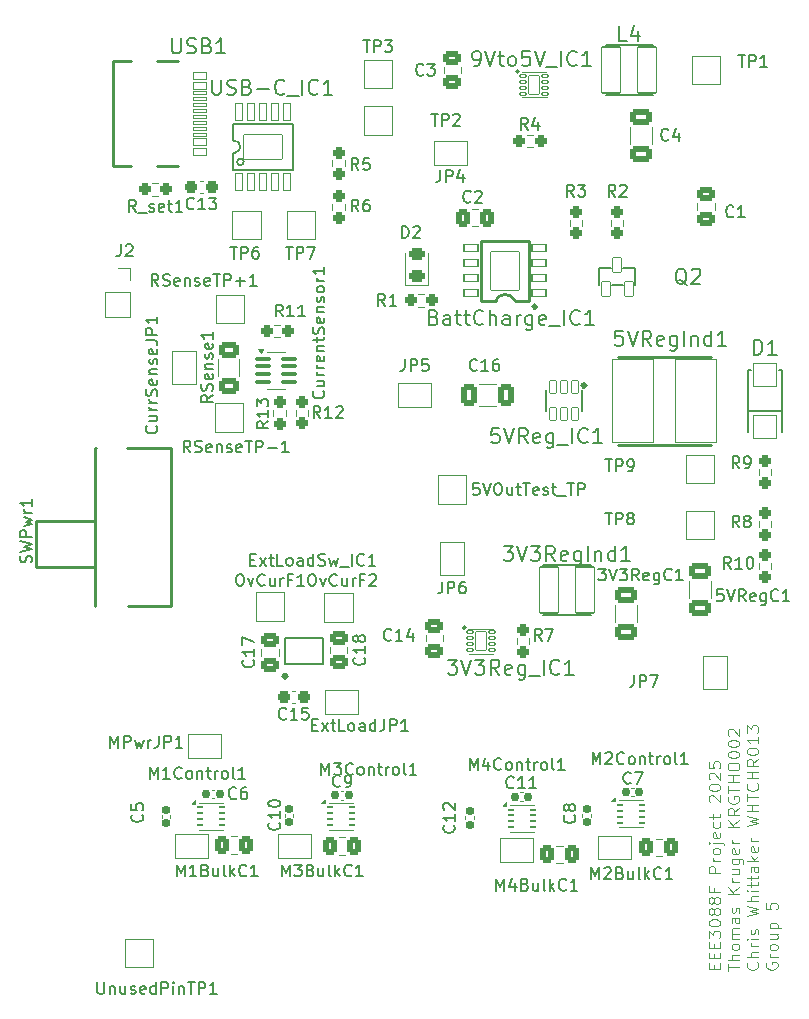
<source format=gbr>
%TF.GenerationSoftware,KiCad,Pcbnew,9.0.0*%
%TF.CreationDate,2025-03-27T21:26:44+02:00*%
%TF.ProjectId,EEE3088F Project,45454533-3038-4384-9620-50726f6a6563,rev?*%
%TF.SameCoordinates,Original*%
%TF.FileFunction,Legend,Top*%
%TF.FilePolarity,Positive*%
%FSLAX46Y46*%
G04 Gerber Fmt 4.6, Leading zero omitted, Abs format (unit mm)*
G04 Created by KiCad (PCBNEW 9.0.0) date 2025-03-27 21:26:44*
%MOMM*%
%LPD*%
G01*
G04 APERTURE LIST*
G04 Aperture macros list*
%AMRoundRect*
0 Rectangle with rounded corners*
0 $1 Rounding radius*
0 $2 $3 $4 $5 $6 $7 $8 $9 X,Y pos of 4 corners*
0 Add a 4 corners polygon primitive as box body*
4,1,4,$2,$3,$4,$5,$6,$7,$8,$9,$2,$3,0*
0 Add four circle primitives for the rounded corners*
1,1,$1+$1,$2,$3*
1,1,$1+$1,$4,$5*
1,1,$1+$1,$6,$7*
1,1,$1+$1,$8,$9*
0 Add four rect primitives between the rounded corners*
20,1,$1+$1,$2,$3,$4,$5,0*
20,1,$1+$1,$4,$5,$6,$7,0*
20,1,$1+$1,$6,$7,$8,$9,0*
20,1,$1+$1,$8,$9,$2,$3,0*%
G04 Aperture macros list end*
%ADD10C,0.100000*%
%ADD11C,0.150000*%
%ADD12C,0.254000*%
%ADD13C,0.120000*%
%ADD14C,0.152400*%
%ADD15C,0.152500*%
%ADD16C,0.300000*%
%ADD17C,0.203200*%
%ADD18O,2.201600X1.101600*%
%ADD19O,1.901600X1.101600*%
%ADD20RoundRect,0.050800X-0.575000X0.300000X-0.575000X-0.300000X0.575000X-0.300000X0.575000X0.300000X0*%
%ADD21RoundRect,0.050800X-0.575000X0.150000X-0.575000X-0.150000X0.575000X-0.150000X0.575000X0.150000X0*%
%ADD22RoundRect,0.100000X-0.562500X-0.100000X0.562500X-0.100000X0.562500X0.100000X-0.562500X0.100000X0*%
%ADD23RoundRect,0.050800X-0.350000X0.625000X-0.350000X-0.625000X0.350000X-0.625000X0.350000X0.625000X0*%
%ADD24RoundRect,0.237500X-0.237500X0.250000X-0.237500X-0.250000X0.237500X-0.250000X0.237500X0.250000X0*%
%ADD25R,1.500000X1.000000*%
%ADD26O,0.364000X1.662000*%
%ADD27R,1.800000X1.500000*%
%ADD28RoundRect,0.250000X0.475000X-0.337500X0.475000X0.337500X-0.475000X0.337500X-0.475000X-0.337500X0*%
%ADD29RoundRect,0.250000X-0.412500X-0.650000X0.412500X-0.650000X0.412500X0.650000X-0.412500X0.650000X0*%
%ADD30RoundRect,0.250000X-0.475000X0.337500X-0.475000X-0.337500X0.475000X-0.337500X0.475000X0.337500X0*%
%ADD31RoundRect,0.250000X0.337500X0.475000X-0.337500X0.475000X-0.337500X-0.475000X0.337500X-0.475000X0*%
%ADD32RoundRect,0.250000X0.650000X-0.412500X0.650000X0.412500X-0.650000X0.412500X-0.650000X-0.412500X0*%
%ADD33R,2.000000X2.000000*%
%ADD34RoundRect,0.050000X-0.260500X-0.125000X0.260500X-0.125000X0.260500X0.125000X-0.260500X0.125000X0*%
%ADD35RoundRect,0.050000X-0.450000X-0.800000X0.450000X-0.800000X0.450000X0.800000X-0.450000X0.800000X0*%
%ADD36RoundRect,0.250000X-0.337500X-0.475000X0.337500X-0.475000X0.337500X0.475000X-0.337500X0.475000X0*%
%ADD37R,1.000000X1.500000*%
%ADD38RoundRect,0.155000X-0.212500X-0.155000X0.212500X-0.155000X0.212500X0.155000X-0.212500X0.155000X0*%
%ADD39RoundRect,0.237500X0.237500X-0.250000X0.237500X0.250000X-0.237500X0.250000X-0.237500X-0.250000X0*%
%ADD40RoundRect,0.062500X-0.187500X-0.062500X0.187500X-0.062500X0.187500X0.062500X-0.187500X0.062500X0*%
%ADD41R,0.900000X1.600000*%
%ADD42RoundRect,0.250000X0.625000X-0.400000X0.625000X0.400000X-0.625000X0.400000X-0.625000X-0.400000X0*%
%ADD43RoundRect,0.050800X-0.800000X-1.950000X0.800000X-1.950000X0.800000X1.950000X-0.800000X1.950000X0*%
%ADD44R,1.350000X1.350000*%
%ADD45O,1.350000X1.350000*%
%ADD46C,2.300000*%
%ADD47RoundRect,0.237500X0.250000X0.237500X-0.250000X0.237500X-0.250000X-0.237500X0.250000X-0.237500X0*%
%ADD48RoundRect,0.250000X-0.650000X0.412500X-0.650000X-0.412500X0.650000X-0.412500X0.650000X0.412500X0*%
%ADD49RoundRect,0.050000X0.300000X-0.750000X0.300000X0.750000X-0.300000X0.750000X-0.300000X-0.750000X0*%
%ADD50RoundRect,0.050000X1.650000X1.050000X-1.650000X1.050000X-1.650000X-1.050000X1.650000X-1.050000X0*%
%ADD51RoundRect,0.050800X0.266000X0.536000X-0.266000X0.536000X-0.266000X-0.536000X0.266000X-0.536000X0*%
%ADD52RoundRect,0.050800X-1.000000X1.000000X-1.000000X-1.000000X1.000000X-1.000000X1.000000X1.000000X0*%
%ADD53RoundRect,0.050800X-1.750000X-3.500000X1.750000X-3.500000X1.750000X3.500000X-1.750000X3.500000X0*%
%ADD54RoundRect,0.050800X0.600000X-0.300000X0.600000X0.300000X-0.600000X0.300000X-0.600000X-0.300000X0*%
%ADD55RoundRect,0.050800X-1.200000X1.650000X-1.200000X-1.650000X1.200000X-1.650000X1.200000X1.650000X0*%
%ADD56RoundRect,0.243750X0.456250X-0.243750X0.456250X0.243750X-0.456250X0.243750X-0.456250X-0.243750X0*%
%ADD57RoundRect,0.155000X-0.155000X0.212500X-0.155000X-0.212500X0.155000X-0.212500X0.155000X0.212500X0*%
%ADD58RoundRect,0.237500X0.300000X0.237500X-0.300000X0.237500X-0.300000X-0.237500X0.300000X-0.237500X0*%
%ADD59RoundRect,0.237500X-0.250000X-0.237500X0.250000X-0.237500X0.250000X0.237500X-0.250000X0.237500X0*%
%ADD60R,1.700000X1.700000*%
%ADD61O,1.700000X1.700000*%
G04 APERTURE END LIST*
D10*
X201708833Y-123096115D02*
X201708833Y-122762782D01*
X202232643Y-122619925D02*
X202232643Y-123096115D01*
X202232643Y-123096115D02*
X201232643Y-123096115D01*
X201232643Y-123096115D02*
X201232643Y-122619925D01*
X201708833Y-122191353D02*
X201708833Y-121858020D01*
X202232643Y-121715163D02*
X202232643Y-122191353D01*
X202232643Y-122191353D02*
X201232643Y-122191353D01*
X201232643Y-122191353D02*
X201232643Y-121715163D01*
X201708833Y-121286591D02*
X201708833Y-120953258D01*
X202232643Y-120810401D02*
X202232643Y-121286591D01*
X202232643Y-121286591D02*
X201232643Y-121286591D01*
X201232643Y-121286591D02*
X201232643Y-120810401D01*
X201232643Y-120477067D02*
X201232643Y-119858020D01*
X201232643Y-119858020D02*
X201613595Y-120191353D01*
X201613595Y-120191353D02*
X201613595Y-120048496D01*
X201613595Y-120048496D02*
X201661214Y-119953258D01*
X201661214Y-119953258D02*
X201708833Y-119905639D01*
X201708833Y-119905639D02*
X201804071Y-119858020D01*
X201804071Y-119858020D02*
X202042166Y-119858020D01*
X202042166Y-119858020D02*
X202137404Y-119905639D01*
X202137404Y-119905639D02*
X202185024Y-119953258D01*
X202185024Y-119953258D02*
X202232643Y-120048496D01*
X202232643Y-120048496D02*
X202232643Y-120334210D01*
X202232643Y-120334210D02*
X202185024Y-120429448D01*
X202185024Y-120429448D02*
X202137404Y-120477067D01*
X201232643Y-119238972D02*
X201232643Y-119143734D01*
X201232643Y-119143734D02*
X201280262Y-119048496D01*
X201280262Y-119048496D02*
X201327881Y-119000877D01*
X201327881Y-119000877D02*
X201423119Y-118953258D01*
X201423119Y-118953258D02*
X201613595Y-118905639D01*
X201613595Y-118905639D02*
X201851690Y-118905639D01*
X201851690Y-118905639D02*
X202042166Y-118953258D01*
X202042166Y-118953258D02*
X202137404Y-119000877D01*
X202137404Y-119000877D02*
X202185024Y-119048496D01*
X202185024Y-119048496D02*
X202232643Y-119143734D01*
X202232643Y-119143734D02*
X202232643Y-119238972D01*
X202232643Y-119238972D02*
X202185024Y-119334210D01*
X202185024Y-119334210D02*
X202137404Y-119381829D01*
X202137404Y-119381829D02*
X202042166Y-119429448D01*
X202042166Y-119429448D02*
X201851690Y-119477067D01*
X201851690Y-119477067D02*
X201613595Y-119477067D01*
X201613595Y-119477067D02*
X201423119Y-119429448D01*
X201423119Y-119429448D02*
X201327881Y-119381829D01*
X201327881Y-119381829D02*
X201280262Y-119334210D01*
X201280262Y-119334210D02*
X201232643Y-119238972D01*
X201661214Y-118334210D02*
X201613595Y-118429448D01*
X201613595Y-118429448D02*
X201565976Y-118477067D01*
X201565976Y-118477067D02*
X201470738Y-118524686D01*
X201470738Y-118524686D02*
X201423119Y-118524686D01*
X201423119Y-118524686D02*
X201327881Y-118477067D01*
X201327881Y-118477067D02*
X201280262Y-118429448D01*
X201280262Y-118429448D02*
X201232643Y-118334210D01*
X201232643Y-118334210D02*
X201232643Y-118143734D01*
X201232643Y-118143734D02*
X201280262Y-118048496D01*
X201280262Y-118048496D02*
X201327881Y-118000877D01*
X201327881Y-118000877D02*
X201423119Y-117953258D01*
X201423119Y-117953258D02*
X201470738Y-117953258D01*
X201470738Y-117953258D02*
X201565976Y-118000877D01*
X201565976Y-118000877D02*
X201613595Y-118048496D01*
X201613595Y-118048496D02*
X201661214Y-118143734D01*
X201661214Y-118143734D02*
X201661214Y-118334210D01*
X201661214Y-118334210D02*
X201708833Y-118429448D01*
X201708833Y-118429448D02*
X201756452Y-118477067D01*
X201756452Y-118477067D02*
X201851690Y-118524686D01*
X201851690Y-118524686D02*
X202042166Y-118524686D01*
X202042166Y-118524686D02*
X202137404Y-118477067D01*
X202137404Y-118477067D02*
X202185024Y-118429448D01*
X202185024Y-118429448D02*
X202232643Y-118334210D01*
X202232643Y-118334210D02*
X202232643Y-118143734D01*
X202232643Y-118143734D02*
X202185024Y-118048496D01*
X202185024Y-118048496D02*
X202137404Y-118000877D01*
X202137404Y-118000877D02*
X202042166Y-117953258D01*
X202042166Y-117953258D02*
X201851690Y-117953258D01*
X201851690Y-117953258D02*
X201756452Y-118000877D01*
X201756452Y-118000877D02*
X201708833Y-118048496D01*
X201708833Y-118048496D02*
X201661214Y-118143734D01*
X201661214Y-117381829D02*
X201613595Y-117477067D01*
X201613595Y-117477067D02*
X201565976Y-117524686D01*
X201565976Y-117524686D02*
X201470738Y-117572305D01*
X201470738Y-117572305D02*
X201423119Y-117572305D01*
X201423119Y-117572305D02*
X201327881Y-117524686D01*
X201327881Y-117524686D02*
X201280262Y-117477067D01*
X201280262Y-117477067D02*
X201232643Y-117381829D01*
X201232643Y-117381829D02*
X201232643Y-117191353D01*
X201232643Y-117191353D02*
X201280262Y-117096115D01*
X201280262Y-117096115D02*
X201327881Y-117048496D01*
X201327881Y-117048496D02*
X201423119Y-117000877D01*
X201423119Y-117000877D02*
X201470738Y-117000877D01*
X201470738Y-117000877D02*
X201565976Y-117048496D01*
X201565976Y-117048496D02*
X201613595Y-117096115D01*
X201613595Y-117096115D02*
X201661214Y-117191353D01*
X201661214Y-117191353D02*
X201661214Y-117381829D01*
X201661214Y-117381829D02*
X201708833Y-117477067D01*
X201708833Y-117477067D02*
X201756452Y-117524686D01*
X201756452Y-117524686D02*
X201851690Y-117572305D01*
X201851690Y-117572305D02*
X202042166Y-117572305D01*
X202042166Y-117572305D02*
X202137404Y-117524686D01*
X202137404Y-117524686D02*
X202185024Y-117477067D01*
X202185024Y-117477067D02*
X202232643Y-117381829D01*
X202232643Y-117381829D02*
X202232643Y-117191353D01*
X202232643Y-117191353D02*
X202185024Y-117096115D01*
X202185024Y-117096115D02*
X202137404Y-117048496D01*
X202137404Y-117048496D02*
X202042166Y-117000877D01*
X202042166Y-117000877D02*
X201851690Y-117000877D01*
X201851690Y-117000877D02*
X201756452Y-117048496D01*
X201756452Y-117048496D02*
X201708833Y-117096115D01*
X201708833Y-117096115D02*
X201661214Y-117191353D01*
X201708833Y-116238972D02*
X201708833Y-116572305D01*
X202232643Y-116572305D02*
X201232643Y-116572305D01*
X201232643Y-116572305D02*
X201232643Y-116096115D01*
X202232643Y-114953257D02*
X201232643Y-114953257D01*
X201232643Y-114953257D02*
X201232643Y-114572305D01*
X201232643Y-114572305D02*
X201280262Y-114477067D01*
X201280262Y-114477067D02*
X201327881Y-114429448D01*
X201327881Y-114429448D02*
X201423119Y-114381829D01*
X201423119Y-114381829D02*
X201565976Y-114381829D01*
X201565976Y-114381829D02*
X201661214Y-114429448D01*
X201661214Y-114429448D02*
X201708833Y-114477067D01*
X201708833Y-114477067D02*
X201756452Y-114572305D01*
X201756452Y-114572305D02*
X201756452Y-114953257D01*
X202232643Y-113953257D02*
X201565976Y-113953257D01*
X201756452Y-113953257D02*
X201661214Y-113905638D01*
X201661214Y-113905638D02*
X201613595Y-113858019D01*
X201613595Y-113858019D02*
X201565976Y-113762781D01*
X201565976Y-113762781D02*
X201565976Y-113667543D01*
X202232643Y-113191352D02*
X202185024Y-113286590D01*
X202185024Y-113286590D02*
X202137404Y-113334209D01*
X202137404Y-113334209D02*
X202042166Y-113381828D01*
X202042166Y-113381828D02*
X201756452Y-113381828D01*
X201756452Y-113381828D02*
X201661214Y-113334209D01*
X201661214Y-113334209D02*
X201613595Y-113286590D01*
X201613595Y-113286590D02*
X201565976Y-113191352D01*
X201565976Y-113191352D02*
X201565976Y-113048495D01*
X201565976Y-113048495D02*
X201613595Y-112953257D01*
X201613595Y-112953257D02*
X201661214Y-112905638D01*
X201661214Y-112905638D02*
X201756452Y-112858019D01*
X201756452Y-112858019D02*
X202042166Y-112858019D01*
X202042166Y-112858019D02*
X202137404Y-112905638D01*
X202137404Y-112905638D02*
X202185024Y-112953257D01*
X202185024Y-112953257D02*
X202232643Y-113048495D01*
X202232643Y-113048495D02*
X202232643Y-113191352D01*
X201565976Y-112429447D02*
X202423119Y-112429447D01*
X202423119Y-112429447D02*
X202518357Y-112477066D01*
X202518357Y-112477066D02*
X202565976Y-112572304D01*
X202565976Y-112572304D02*
X202565976Y-112619923D01*
X201232643Y-112429447D02*
X201280262Y-112477066D01*
X201280262Y-112477066D02*
X201327881Y-112429447D01*
X201327881Y-112429447D02*
X201280262Y-112381828D01*
X201280262Y-112381828D02*
X201232643Y-112429447D01*
X201232643Y-112429447D02*
X201327881Y-112429447D01*
X202185024Y-111572305D02*
X202232643Y-111667543D01*
X202232643Y-111667543D02*
X202232643Y-111858019D01*
X202232643Y-111858019D02*
X202185024Y-111953257D01*
X202185024Y-111953257D02*
X202089785Y-112000876D01*
X202089785Y-112000876D02*
X201708833Y-112000876D01*
X201708833Y-112000876D02*
X201613595Y-111953257D01*
X201613595Y-111953257D02*
X201565976Y-111858019D01*
X201565976Y-111858019D02*
X201565976Y-111667543D01*
X201565976Y-111667543D02*
X201613595Y-111572305D01*
X201613595Y-111572305D02*
X201708833Y-111524686D01*
X201708833Y-111524686D02*
X201804071Y-111524686D01*
X201804071Y-111524686D02*
X201899309Y-112000876D01*
X202185024Y-110667543D02*
X202232643Y-110762781D01*
X202232643Y-110762781D02*
X202232643Y-110953257D01*
X202232643Y-110953257D02*
X202185024Y-111048495D01*
X202185024Y-111048495D02*
X202137404Y-111096114D01*
X202137404Y-111096114D02*
X202042166Y-111143733D01*
X202042166Y-111143733D02*
X201756452Y-111143733D01*
X201756452Y-111143733D02*
X201661214Y-111096114D01*
X201661214Y-111096114D02*
X201613595Y-111048495D01*
X201613595Y-111048495D02*
X201565976Y-110953257D01*
X201565976Y-110953257D02*
X201565976Y-110762781D01*
X201565976Y-110762781D02*
X201613595Y-110667543D01*
X201565976Y-110381828D02*
X201565976Y-110000876D01*
X201232643Y-110238971D02*
X202089785Y-110238971D01*
X202089785Y-110238971D02*
X202185024Y-110191352D01*
X202185024Y-110191352D02*
X202232643Y-110096114D01*
X202232643Y-110096114D02*
X202232643Y-110000876D01*
X201327881Y-108953256D02*
X201280262Y-108905637D01*
X201280262Y-108905637D02*
X201232643Y-108810399D01*
X201232643Y-108810399D02*
X201232643Y-108572304D01*
X201232643Y-108572304D02*
X201280262Y-108477066D01*
X201280262Y-108477066D02*
X201327881Y-108429447D01*
X201327881Y-108429447D02*
X201423119Y-108381828D01*
X201423119Y-108381828D02*
X201518357Y-108381828D01*
X201518357Y-108381828D02*
X201661214Y-108429447D01*
X201661214Y-108429447D02*
X202232643Y-109000875D01*
X202232643Y-109000875D02*
X202232643Y-108381828D01*
X201232643Y-107762780D02*
X201232643Y-107667542D01*
X201232643Y-107667542D02*
X201280262Y-107572304D01*
X201280262Y-107572304D02*
X201327881Y-107524685D01*
X201327881Y-107524685D02*
X201423119Y-107477066D01*
X201423119Y-107477066D02*
X201613595Y-107429447D01*
X201613595Y-107429447D02*
X201851690Y-107429447D01*
X201851690Y-107429447D02*
X202042166Y-107477066D01*
X202042166Y-107477066D02*
X202137404Y-107524685D01*
X202137404Y-107524685D02*
X202185024Y-107572304D01*
X202185024Y-107572304D02*
X202232643Y-107667542D01*
X202232643Y-107667542D02*
X202232643Y-107762780D01*
X202232643Y-107762780D02*
X202185024Y-107858018D01*
X202185024Y-107858018D02*
X202137404Y-107905637D01*
X202137404Y-107905637D02*
X202042166Y-107953256D01*
X202042166Y-107953256D02*
X201851690Y-108000875D01*
X201851690Y-108000875D02*
X201613595Y-108000875D01*
X201613595Y-108000875D02*
X201423119Y-107953256D01*
X201423119Y-107953256D02*
X201327881Y-107905637D01*
X201327881Y-107905637D02*
X201280262Y-107858018D01*
X201280262Y-107858018D02*
X201232643Y-107762780D01*
X201327881Y-107048494D02*
X201280262Y-107000875D01*
X201280262Y-107000875D02*
X201232643Y-106905637D01*
X201232643Y-106905637D02*
X201232643Y-106667542D01*
X201232643Y-106667542D02*
X201280262Y-106572304D01*
X201280262Y-106572304D02*
X201327881Y-106524685D01*
X201327881Y-106524685D02*
X201423119Y-106477066D01*
X201423119Y-106477066D02*
X201518357Y-106477066D01*
X201518357Y-106477066D02*
X201661214Y-106524685D01*
X201661214Y-106524685D02*
X202232643Y-107096113D01*
X202232643Y-107096113D02*
X202232643Y-106477066D01*
X201232643Y-105572304D02*
X201232643Y-106048494D01*
X201232643Y-106048494D02*
X201708833Y-106096113D01*
X201708833Y-106096113D02*
X201661214Y-106048494D01*
X201661214Y-106048494D02*
X201613595Y-105953256D01*
X201613595Y-105953256D02*
X201613595Y-105715161D01*
X201613595Y-105715161D02*
X201661214Y-105619923D01*
X201661214Y-105619923D02*
X201708833Y-105572304D01*
X201708833Y-105572304D02*
X201804071Y-105524685D01*
X201804071Y-105524685D02*
X202042166Y-105524685D01*
X202042166Y-105524685D02*
X202137404Y-105572304D01*
X202137404Y-105572304D02*
X202185024Y-105619923D01*
X202185024Y-105619923D02*
X202232643Y-105715161D01*
X202232643Y-105715161D02*
X202232643Y-105953256D01*
X202232643Y-105953256D02*
X202185024Y-106048494D01*
X202185024Y-106048494D02*
X202137404Y-106096113D01*
X202842587Y-123238972D02*
X202842587Y-122667544D01*
X203842587Y-122953258D02*
X202842587Y-122953258D01*
X203842587Y-122334210D02*
X202842587Y-122334210D01*
X203842587Y-121905639D02*
X203318777Y-121905639D01*
X203318777Y-121905639D02*
X203223539Y-121953258D01*
X203223539Y-121953258D02*
X203175920Y-122048496D01*
X203175920Y-122048496D02*
X203175920Y-122191353D01*
X203175920Y-122191353D02*
X203223539Y-122286591D01*
X203223539Y-122286591D02*
X203271158Y-122334210D01*
X203842587Y-121286591D02*
X203794968Y-121381829D01*
X203794968Y-121381829D02*
X203747348Y-121429448D01*
X203747348Y-121429448D02*
X203652110Y-121477067D01*
X203652110Y-121477067D02*
X203366396Y-121477067D01*
X203366396Y-121477067D02*
X203271158Y-121429448D01*
X203271158Y-121429448D02*
X203223539Y-121381829D01*
X203223539Y-121381829D02*
X203175920Y-121286591D01*
X203175920Y-121286591D02*
X203175920Y-121143734D01*
X203175920Y-121143734D02*
X203223539Y-121048496D01*
X203223539Y-121048496D02*
X203271158Y-121000877D01*
X203271158Y-121000877D02*
X203366396Y-120953258D01*
X203366396Y-120953258D02*
X203652110Y-120953258D01*
X203652110Y-120953258D02*
X203747348Y-121000877D01*
X203747348Y-121000877D02*
X203794968Y-121048496D01*
X203794968Y-121048496D02*
X203842587Y-121143734D01*
X203842587Y-121143734D02*
X203842587Y-121286591D01*
X203842587Y-120524686D02*
X203175920Y-120524686D01*
X203271158Y-120524686D02*
X203223539Y-120477067D01*
X203223539Y-120477067D02*
X203175920Y-120381829D01*
X203175920Y-120381829D02*
X203175920Y-120238972D01*
X203175920Y-120238972D02*
X203223539Y-120143734D01*
X203223539Y-120143734D02*
X203318777Y-120096115D01*
X203318777Y-120096115D02*
X203842587Y-120096115D01*
X203318777Y-120096115D02*
X203223539Y-120048496D01*
X203223539Y-120048496D02*
X203175920Y-119953258D01*
X203175920Y-119953258D02*
X203175920Y-119810401D01*
X203175920Y-119810401D02*
X203223539Y-119715162D01*
X203223539Y-119715162D02*
X203318777Y-119667543D01*
X203318777Y-119667543D02*
X203842587Y-119667543D01*
X203842587Y-118762782D02*
X203318777Y-118762782D01*
X203318777Y-118762782D02*
X203223539Y-118810401D01*
X203223539Y-118810401D02*
X203175920Y-118905639D01*
X203175920Y-118905639D02*
X203175920Y-119096115D01*
X203175920Y-119096115D02*
X203223539Y-119191353D01*
X203794968Y-118762782D02*
X203842587Y-118858020D01*
X203842587Y-118858020D02*
X203842587Y-119096115D01*
X203842587Y-119096115D02*
X203794968Y-119191353D01*
X203794968Y-119191353D02*
X203699729Y-119238972D01*
X203699729Y-119238972D02*
X203604491Y-119238972D01*
X203604491Y-119238972D02*
X203509253Y-119191353D01*
X203509253Y-119191353D02*
X203461634Y-119096115D01*
X203461634Y-119096115D02*
X203461634Y-118858020D01*
X203461634Y-118858020D02*
X203414015Y-118762782D01*
X203794968Y-118334210D02*
X203842587Y-118238972D01*
X203842587Y-118238972D02*
X203842587Y-118048496D01*
X203842587Y-118048496D02*
X203794968Y-117953258D01*
X203794968Y-117953258D02*
X203699729Y-117905639D01*
X203699729Y-117905639D02*
X203652110Y-117905639D01*
X203652110Y-117905639D02*
X203556872Y-117953258D01*
X203556872Y-117953258D02*
X203509253Y-118048496D01*
X203509253Y-118048496D02*
X203509253Y-118191353D01*
X203509253Y-118191353D02*
X203461634Y-118286591D01*
X203461634Y-118286591D02*
X203366396Y-118334210D01*
X203366396Y-118334210D02*
X203318777Y-118334210D01*
X203318777Y-118334210D02*
X203223539Y-118286591D01*
X203223539Y-118286591D02*
X203175920Y-118191353D01*
X203175920Y-118191353D02*
X203175920Y-118048496D01*
X203175920Y-118048496D02*
X203223539Y-117953258D01*
X203842587Y-116715162D02*
X202842587Y-116715162D01*
X203842587Y-116143734D02*
X203271158Y-116572305D01*
X202842587Y-116143734D02*
X203414015Y-116715162D01*
X203842587Y-115715162D02*
X203175920Y-115715162D01*
X203366396Y-115715162D02*
X203271158Y-115667543D01*
X203271158Y-115667543D02*
X203223539Y-115619924D01*
X203223539Y-115619924D02*
X203175920Y-115524686D01*
X203175920Y-115524686D02*
X203175920Y-115429448D01*
X203175920Y-114667543D02*
X203842587Y-114667543D01*
X203175920Y-115096114D02*
X203699729Y-115096114D01*
X203699729Y-115096114D02*
X203794968Y-115048495D01*
X203794968Y-115048495D02*
X203842587Y-114953257D01*
X203842587Y-114953257D02*
X203842587Y-114810400D01*
X203842587Y-114810400D02*
X203794968Y-114715162D01*
X203794968Y-114715162D02*
X203747348Y-114667543D01*
X203175920Y-113762781D02*
X203985444Y-113762781D01*
X203985444Y-113762781D02*
X204080682Y-113810400D01*
X204080682Y-113810400D02*
X204128301Y-113858019D01*
X204128301Y-113858019D02*
X204175920Y-113953257D01*
X204175920Y-113953257D02*
X204175920Y-114096114D01*
X204175920Y-114096114D02*
X204128301Y-114191352D01*
X203794968Y-113762781D02*
X203842587Y-113858019D01*
X203842587Y-113858019D02*
X203842587Y-114048495D01*
X203842587Y-114048495D02*
X203794968Y-114143733D01*
X203794968Y-114143733D02*
X203747348Y-114191352D01*
X203747348Y-114191352D02*
X203652110Y-114238971D01*
X203652110Y-114238971D02*
X203366396Y-114238971D01*
X203366396Y-114238971D02*
X203271158Y-114191352D01*
X203271158Y-114191352D02*
X203223539Y-114143733D01*
X203223539Y-114143733D02*
X203175920Y-114048495D01*
X203175920Y-114048495D02*
X203175920Y-113858019D01*
X203175920Y-113858019D02*
X203223539Y-113762781D01*
X203794968Y-112905638D02*
X203842587Y-113000876D01*
X203842587Y-113000876D02*
X203842587Y-113191352D01*
X203842587Y-113191352D02*
X203794968Y-113286590D01*
X203794968Y-113286590D02*
X203699729Y-113334209D01*
X203699729Y-113334209D02*
X203318777Y-113334209D01*
X203318777Y-113334209D02*
X203223539Y-113286590D01*
X203223539Y-113286590D02*
X203175920Y-113191352D01*
X203175920Y-113191352D02*
X203175920Y-113000876D01*
X203175920Y-113000876D02*
X203223539Y-112905638D01*
X203223539Y-112905638D02*
X203318777Y-112858019D01*
X203318777Y-112858019D02*
X203414015Y-112858019D01*
X203414015Y-112858019D02*
X203509253Y-113334209D01*
X203842587Y-112429447D02*
X203175920Y-112429447D01*
X203366396Y-112429447D02*
X203271158Y-112381828D01*
X203271158Y-112381828D02*
X203223539Y-112334209D01*
X203223539Y-112334209D02*
X203175920Y-112238971D01*
X203175920Y-112238971D02*
X203175920Y-112143733D01*
X203842587Y-111048494D02*
X202842587Y-111048494D01*
X203842587Y-110477066D02*
X203271158Y-110905637D01*
X202842587Y-110477066D02*
X203414015Y-111048494D01*
X203842587Y-109477066D02*
X203366396Y-109810399D01*
X203842587Y-110048494D02*
X202842587Y-110048494D01*
X202842587Y-110048494D02*
X202842587Y-109667542D01*
X202842587Y-109667542D02*
X202890206Y-109572304D01*
X202890206Y-109572304D02*
X202937825Y-109524685D01*
X202937825Y-109524685D02*
X203033063Y-109477066D01*
X203033063Y-109477066D02*
X203175920Y-109477066D01*
X203175920Y-109477066D02*
X203271158Y-109524685D01*
X203271158Y-109524685D02*
X203318777Y-109572304D01*
X203318777Y-109572304D02*
X203366396Y-109667542D01*
X203366396Y-109667542D02*
X203366396Y-110048494D01*
X202890206Y-108524685D02*
X202842587Y-108619923D01*
X202842587Y-108619923D02*
X202842587Y-108762780D01*
X202842587Y-108762780D02*
X202890206Y-108905637D01*
X202890206Y-108905637D02*
X202985444Y-109000875D01*
X202985444Y-109000875D02*
X203080682Y-109048494D01*
X203080682Y-109048494D02*
X203271158Y-109096113D01*
X203271158Y-109096113D02*
X203414015Y-109096113D01*
X203414015Y-109096113D02*
X203604491Y-109048494D01*
X203604491Y-109048494D02*
X203699729Y-109000875D01*
X203699729Y-109000875D02*
X203794968Y-108905637D01*
X203794968Y-108905637D02*
X203842587Y-108762780D01*
X203842587Y-108762780D02*
X203842587Y-108667542D01*
X203842587Y-108667542D02*
X203794968Y-108524685D01*
X203794968Y-108524685D02*
X203747348Y-108477066D01*
X203747348Y-108477066D02*
X203414015Y-108477066D01*
X203414015Y-108477066D02*
X203414015Y-108667542D01*
X202842587Y-108191351D02*
X202842587Y-107619923D01*
X203842587Y-107905637D02*
X202842587Y-107905637D01*
X203842587Y-107286589D02*
X202842587Y-107286589D01*
X203318777Y-107286589D02*
X203318777Y-106715161D01*
X203842587Y-106715161D02*
X202842587Y-106715161D01*
X202842587Y-106048494D02*
X202842587Y-105858018D01*
X202842587Y-105858018D02*
X202890206Y-105762780D01*
X202890206Y-105762780D02*
X202985444Y-105667542D01*
X202985444Y-105667542D02*
X203175920Y-105619923D01*
X203175920Y-105619923D02*
X203509253Y-105619923D01*
X203509253Y-105619923D02*
X203699729Y-105667542D01*
X203699729Y-105667542D02*
X203794968Y-105762780D01*
X203794968Y-105762780D02*
X203842587Y-105858018D01*
X203842587Y-105858018D02*
X203842587Y-106048494D01*
X203842587Y-106048494D02*
X203794968Y-106143732D01*
X203794968Y-106143732D02*
X203699729Y-106238970D01*
X203699729Y-106238970D02*
X203509253Y-106286589D01*
X203509253Y-106286589D02*
X203175920Y-106286589D01*
X203175920Y-106286589D02*
X202985444Y-106238970D01*
X202985444Y-106238970D02*
X202890206Y-106143732D01*
X202890206Y-106143732D02*
X202842587Y-106048494D01*
X202842587Y-105000875D02*
X202842587Y-104905637D01*
X202842587Y-104905637D02*
X202890206Y-104810399D01*
X202890206Y-104810399D02*
X202937825Y-104762780D01*
X202937825Y-104762780D02*
X203033063Y-104715161D01*
X203033063Y-104715161D02*
X203223539Y-104667542D01*
X203223539Y-104667542D02*
X203461634Y-104667542D01*
X203461634Y-104667542D02*
X203652110Y-104715161D01*
X203652110Y-104715161D02*
X203747348Y-104762780D01*
X203747348Y-104762780D02*
X203794968Y-104810399D01*
X203794968Y-104810399D02*
X203842587Y-104905637D01*
X203842587Y-104905637D02*
X203842587Y-105000875D01*
X203842587Y-105000875D02*
X203794968Y-105096113D01*
X203794968Y-105096113D02*
X203747348Y-105143732D01*
X203747348Y-105143732D02*
X203652110Y-105191351D01*
X203652110Y-105191351D02*
X203461634Y-105238970D01*
X203461634Y-105238970D02*
X203223539Y-105238970D01*
X203223539Y-105238970D02*
X203033063Y-105191351D01*
X203033063Y-105191351D02*
X202937825Y-105143732D01*
X202937825Y-105143732D02*
X202890206Y-105096113D01*
X202890206Y-105096113D02*
X202842587Y-105000875D01*
X202842587Y-104048494D02*
X202842587Y-103953256D01*
X202842587Y-103953256D02*
X202890206Y-103858018D01*
X202890206Y-103858018D02*
X202937825Y-103810399D01*
X202937825Y-103810399D02*
X203033063Y-103762780D01*
X203033063Y-103762780D02*
X203223539Y-103715161D01*
X203223539Y-103715161D02*
X203461634Y-103715161D01*
X203461634Y-103715161D02*
X203652110Y-103762780D01*
X203652110Y-103762780D02*
X203747348Y-103810399D01*
X203747348Y-103810399D02*
X203794968Y-103858018D01*
X203794968Y-103858018D02*
X203842587Y-103953256D01*
X203842587Y-103953256D02*
X203842587Y-104048494D01*
X203842587Y-104048494D02*
X203794968Y-104143732D01*
X203794968Y-104143732D02*
X203747348Y-104191351D01*
X203747348Y-104191351D02*
X203652110Y-104238970D01*
X203652110Y-104238970D02*
X203461634Y-104286589D01*
X203461634Y-104286589D02*
X203223539Y-104286589D01*
X203223539Y-104286589D02*
X203033063Y-104238970D01*
X203033063Y-104238970D02*
X202937825Y-104191351D01*
X202937825Y-104191351D02*
X202890206Y-104143732D01*
X202890206Y-104143732D02*
X202842587Y-104048494D01*
X202937825Y-103334208D02*
X202890206Y-103286589D01*
X202890206Y-103286589D02*
X202842587Y-103191351D01*
X202842587Y-103191351D02*
X202842587Y-102953256D01*
X202842587Y-102953256D02*
X202890206Y-102858018D01*
X202890206Y-102858018D02*
X202937825Y-102810399D01*
X202937825Y-102810399D02*
X203033063Y-102762780D01*
X203033063Y-102762780D02*
X203128301Y-102762780D01*
X203128301Y-102762780D02*
X203271158Y-102810399D01*
X203271158Y-102810399D02*
X203842587Y-103381827D01*
X203842587Y-103381827D02*
X203842587Y-102762780D01*
X205357292Y-122524687D02*
X205404912Y-122572306D01*
X205404912Y-122572306D02*
X205452531Y-122715163D01*
X205452531Y-122715163D02*
X205452531Y-122810401D01*
X205452531Y-122810401D02*
X205404912Y-122953258D01*
X205404912Y-122953258D02*
X205309673Y-123048496D01*
X205309673Y-123048496D02*
X205214435Y-123096115D01*
X205214435Y-123096115D02*
X205023959Y-123143734D01*
X205023959Y-123143734D02*
X204881102Y-123143734D01*
X204881102Y-123143734D02*
X204690626Y-123096115D01*
X204690626Y-123096115D02*
X204595388Y-123048496D01*
X204595388Y-123048496D02*
X204500150Y-122953258D01*
X204500150Y-122953258D02*
X204452531Y-122810401D01*
X204452531Y-122810401D02*
X204452531Y-122715163D01*
X204452531Y-122715163D02*
X204500150Y-122572306D01*
X204500150Y-122572306D02*
X204547769Y-122524687D01*
X205452531Y-122096115D02*
X204452531Y-122096115D01*
X205452531Y-121667544D02*
X204928721Y-121667544D01*
X204928721Y-121667544D02*
X204833483Y-121715163D01*
X204833483Y-121715163D02*
X204785864Y-121810401D01*
X204785864Y-121810401D02*
X204785864Y-121953258D01*
X204785864Y-121953258D02*
X204833483Y-122048496D01*
X204833483Y-122048496D02*
X204881102Y-122096115D01*
X205452531Y-121191353D02*
X204785864Y-121191353D01*
X204976340Y-121191353D02*
X204881102Y-121143734D01*
X204881102Y-121143734D02*
X204833483Y-121096115D01*
X204833483Y-121096115D02*
X204785864Y-121000877D01*
X204785864Y-121000877D02*
X204785864Y-120905639D01*
X205452531Y-120572305D02*
X204785864Y-120572305D01*
X204452531Y-120572305D02*
X204500150Y-120619924D01*
X204500150Y-120619924D02*
X204547769Y-120572305D01*
X204547769Y-120572305D02*
X204500150Y-120524686D01*
X204500150Y-120524686D02*
X204452531Y-120572305D01*
X204452531Y-120572305D02*
X204547769Y-120572305D01*
X205404912Y-120143734D02*
X205452531Y-120048496D01*
X205452531Y-120048496D02*
X205452531Y-119858020D01*
X205452531Y-119858020D02*
X205404912Y-119762782D01*
X205404912Y-119762782D02*
X205309673Y-119715163D01*
X205309673Y-119715163D02*
X205262054Y-119715163D01*
X205262054Y-119715163D02*
X205166816Y-119762782D01*
X205166816Y-119762782D02*
X205119197Y-119858020D01*
X205119197Y-119858020D02*
X205119197Y-120000877D01*
X205119197Y-120000877D02*
X205071578Y-120096115D01*
X205071578Y-120096115D02*
X204976340Y-120143734D01*
X204976340Y-120143734D02*
X204928721Y-120143734D01*
X204928721Y-120143734D02*
X204833483Y-120096115D01*
X204833483Y-120096115D02*
X204785864Y-120000877D01*
X204785864Y-120000877D02*
X204785864Y-119858020D01*
X204785864Y-119858020D02*
X204833483Y-119762782D01*
X204452531Y-118619924D02*
X205452531Y-118381829D01*
X205452531Y-118381829D02*
X204738245Y-118191353D01*
X204738245Y-118191353D02*
X205452531Y-118000877D01*
X205452531Y-118000877D02*
X204452531Y-117762782D01*
X205452531Y-117381829D02*
X204452531Y-117381829D01*
X205452531Y-116953258D02*
X204928721Y-116953258D01*
X204928721Y-116953258D02*
X204833483Y-117000877D01*
X204833483Y-117000877D02*
X204785864Y-117096115D01*
X204785864Y-117096115D02*
X204785864Y-117238972D01*
X204785864Y-117238972D02*
X204833483Y-117334210D01*
X204833483Y-117334210D02*
X204881102Y-117381829D01*
X205452531Y-116477067D02*
X204785864Y-116477067D01*
X204452531Y-116477067D02*
X204500150Y-116524686D01*
X204500150Y-116524686D02*
X204547769Y-116477067D01*
X204547769Y-116477067D02*
X204500150Y-116429448D01*
X204500150Y-116429448D02*
X204452531Y-116477067D01*
X204452531Y-116477067D02*
X204547769Y-116477067D01*
X204785864Y-116143734D02*
X204785864Y-115762782D01*
X204452531Y-116000877D02*
X205309673Y-116000877D01*
X205309673Y-116000877D02*
X205404912Y-115953258D01*
X205404912Y-115953258D02*
X205452531Y-115858020D01*
X205452531Y-115858020D02*
X205452531Y-115762782D01*
X204785864Y-115572305D02*
X204785864Y-115191353D01*
X204452531Y-115429448D02*
X205309673Y-115429448D01*
X205309673Y-115429448D02*
X205404912Y-115381829D01*
X205404912Y-115381829D02*
X205452531Y-115286591D01*
X205452531Y-115286591D02*
X205452531Y-115191353D01*
X205452531Y-114429448D02*
X204928721Y-114429448D01*
X204928721Y-114429448D02*
X204833483Y-114477067D01*
X204833483Y-114477067D02*
X204785864Y-114572305D01*
X204785864Y-114572305D02*
X204785864Y-114762781D01*
X204785864Y-114762781D02*
X204833483Y-114858019D01*
X205404912Y-114429448D02*
X205452531Y-114524686D01*
X205452531Y-114524686D02*
X205452531Y-114762781D01*
X205452531Y-114762781D02*
X205404912Y-114858019D01*
X205404912Y-114858019D02*
X205309673Y-114905638D01*
X205309673Y-114905638D02*
X205214435Y-114905638D01*
X205214435Y-114905638D02*
X205119197Y-114858019D01*
X205119197Y-114858019D02*
X205071578Y-114762781D01*
X205071578Y-114762781D02*
X205071578Y-114524686D01*
X205071578Y-114524686D02*
X205023959Y-114429448D01*
X205452531Y-113953257D02*
X204452531Y-113953257D01*
X205071578Y-113858019D02*
X205452531Y-113572305D01*
X204785864Y-113572305D02*
X205166816Y-113953257D01*
X205404912Y-112762781D02*
X205452531Y-112858019D01*
X205452531Y-112858019D02*
X205452531Y-113048495D01*
X205452531Y-113048495D02*
X205404912Y-113143733D01*
X205404912Y-113143733D02*
X205309673Y-113191352D01*
X205309673Y-113191352D02*
X204928721Y-113191352D01*
X204928721Y-113191352D02*
X204833483Y-113143733D01*
X204833483Y-113143733D02*
X204785864Y-113048495D01*
X204785864Y-113048495D02*
X204785864Y-112858019D01*
X204785864Y-112858019D02*
X204833483Y-112762781D01*
X204833483Y-112762781D02*
X204928721Y-112715162D01*
X204928721Y-112715162D02*
X205023959Y-112715162D01*
X205023959Y-112715162D02*
X205119197Y-113191352D01*
X205452531Y-112286590D02*
X204785864Y-112286590D01*
X204976340Y-112286590D02*
X204881102Y-112238971D01*
X204881102Y-112238971D02*
X204833483Y-112191352D01*
X204833483Y-112191352D02*
X204785864Y-112096114D01*
X204785864Y-112096114D02*
X204785864Y-112000876D01*
X204452531Y-111000875D02*
X205452531Y-110762780D01*
X205452531Y-110762780D02*
X204738245Y-110572304D01*
X204738245Y-110572304D02*
X205452531Y-110381828D01*
X205452531Y-110381828D02*
X204452531Y-110143733D01*
X205452531Y-109762780D02*
X204452531Y-109762780D01*
X204928721Y-109762780D02*
X204928721Y-109191352D01*
X205452531Y-109191352D02*
X204452531Y-109191352D01*
X204452531Y-108858018D02*
X204452531Y-108286590D01*
X205452531Y-108572304D02*
X204452531Y-108572304D01*
X205357292Y-107381828D02*
X205404912Y-107429447D01*
X205404912Y-107429447D02*
X205452531Y-107572304D01*
X205452531Y-107572304D02*
X205452531Y-107667542D01*
X205452531Y-107667542D02*
X205404912Y-107810399D01*
X205404912Y-107810399D02*
X205309673Y-107905637D01*
X205309673Y-107905637D02*
X205214435Y-107953256D01*
X205214435Y-107953256D02*
X205023959Y-108000875D01*
X205023959Y-108000875D02*
X204881102Y-108000875D01*
X204881102Y-108000875D02*
X204690626Y-107953256D01*
X204690626Y-107953256D02*
X204595388Y-107905637D01*
X204595388Y-107905637D02*
X204500150Y-107810399D01*
X204500150Y-107810399D02*
X204452531Y-107667542D01*
X204452531Y-107667542D02*
X204452531Y-107572304D01*
X204452531Y-107572304D02*
X204500150Y-107429447D01*
X204500150Y-107429447D02*
X204547769Y-107381828D01*
X205452531Y-106953256D02*
X204452531Y-106953256D01*
X204928721Y-106953256D02*
X204928721Y-106381828D01*
X205452531Y-106381828D02*
X204452531Y-106381828D01*
X205452531Y-105334209D02*
X204976340Y-105667542D01*
X205452531Y-105905637D02*
X204452531Y-105905637D01*
X204452531Y-105905637D02*
X204452531Y-105524685D01*
X204452531Y-105524685D02*
X204500150Y-105429447D01*
X204500150Y-105429447D02*
X204547769Y-105381828D01*
X204547769Y-105381828D02*
X204643007Y-105334209D01*
X204643007Y-105334209D02*
X204785864Y-105334209D01*
X204785864Y-105334209D02*
X204881102Y-105381828D01*
X204881102Y-105381828D02*
X204928721Y-105429447D01*
X204928721Y-105429447D02*
X204976340Y-105524685D01*
X204976340Y-105524685D02*
X204976340Y-105905637D01*
X204452531Y-104715161D02*
X204452531Y-104619923D01*
X204452531Y-104619923D02*
X204500150Y-104524685D01*
X204500150Y-104524685D02*
X204547769Y-104477066D01*
X204547769Y-104477066D02*
X204643007Y-104429447D01*
X204643007Y-104429447D02*
X204833483Y-104381828D01*
X204833483Y-104381828D02*
X205071578Y-104381828D01*
X205071578Y-104381828D02*
X205262054Y-104429447D01*
X205262054Y-104429447D02*
X205357292Y-104477066D01*
X205357292Y-104477066D02*
X205404912Y-104524685D01*
X205404912Y-104524685D02*
X205452531Y-104619923D01*
X205452531Y-104619923D02*
X205452531Y-104715161D01*
X205452531Y-104715161D02*
X205404912Y-104810399D01*
X205404912Y-104810399D02*
X205357292Y-104858018D01*
X205357292Y-104858018D02*
X205262054Y-104905637D01*
X205262054Y-104905637D02*
X205071578Y-104953256D01*
X205071578Y-104953256D02*
X204833483Y-104953256D01*
X204833483Y-104953256D02*
X204643007Y-104905637D01*
X204643007Y-104905637D02*
X204547769Y-104858018D01*
X204547769Y-104858018D02*
X204500150Y-104810399D01*
X204500150Y-104810399D02*
X204452531Y-104715161D01*
X205452531Y-103429447D02*
X205452531Y-104000875D01*
X205452531Y-103715161D02*
X204452531Y-103715161D01*
X204452531Y-103715161D02*
X204595388Y-103810399D01*
X204595388Y-103810399D02*
X204690626Y-103905637D01*
X204690626Y-103905637D02*
X204738245Y-104000875D01*
X204452531Y-103096113D02*
X204452531Y-102477066D01*
X204452531Y-102477066D02*
X204833483Y-102810399D01*
X204833483Y-102810399D02*
X204833483Y-102667542D01*
X204833483Y-102667542D02*
X204881102Y-102572304D01*
X204881102Y-102572304D02*
X204928721Y-102524685D01*
X204928721Y-102524685D02*
X205023959Y-102477066D01*
X205023959Y-102477066D02*
X205262054Y-102477066D01*
X205262054Y-102477066D02*
X205357292Y-102524685D01*
X205357292Y-102524685D02*
X205404912Y-102572304D01*
X205404912Y-102572304D02*
X205452531Y-102667542D01*
X205452531Y-102667542D02*
X205452531Y-102953256D01*
X205452531Y-102953256D02*
X205404912Y-103048494D01*
X205404912Y-103048494D02*
X205357292Y-103096113D01*
X206110094Y-122572306D02*
X206062475Y-122667544D01*
X206062475Y-122667544D02*
X206062475Y-122810401D01*
X206062475Y-122810401D02*
X206110094Y-122953258D01*
X206110094Y-122953258D02*
X206205332Y-123048496D01*
X206205332Y-123048496D02*
X206300570Y-123096115D01*
X206300570Y-123096115D02*
X206491046Y-123143734D01*
X206491046Y-123143734D02*
X206633903Y-123143734D01*
X206633903Y-123143734D02*
X206824379Y-123096115D01*
X206824379Y-123096115D02*
X206919617Y-123048496D01*
X206919617Y-123048496D02*
X207014856Y-122953258D01*
X207014856Y-122953258D02*
X207062475Y-122810401D01*
X207062475Y-122810401D02*
X207062475Y-122715163D01*
X207062475Y-122715163D02*
X207014856Y-122572306D01*
X207014856Y-122572306D02*
X206967236Y-122524687D01*
X206967236Y-122524687D02*
X206633903Y-122524687D01*
X206633903Y-122524687D02*
X206633903Y-122715163D01*
X207062475Y-122096115D02*
X206395808Y-122096115D01*
X206586284Y-122096115D02*
X206491046Y-122048496D01*
X206491046Y-122048496D02*
X206443427Y-122000877D01*
X206443427Y-122000877D02*
X206395808Y-121905639D01*
X206395808Y-121905639D02*
X206395808Y-121810401D01*
X207062475Y-121334210D02*
X207014856Y-121429448D01*
X207014856Y-121429448D02*
X206967236Y-121477067D01*
X206967236Y-121477067D02*
X206871998Y-121524686D01*
X206871998Y-121524686D02*
X206586284Y-121524686D01*
X206586284Y-121524686D02*
X206491046Y-121477067D01*
X206491046Y-121477067D02*
X206443427Y-121429448D01*
X206443427Y-121429448D02*
X206395808Y-121334210D01*
X206395808Y-121334210D02*
X206395808Y-121191353D01*
X206395808Y-121191353D02*
X206443427Y-121096115D01*
X206443427Y-121096115D02*
X206491046Y-121048496D01*
X206491046Y-121048496D02*
X206586284Y-121000877D01*
X206586284Y-121000877D02*
X206871998Y-121000877D01*
X206871998Y-121000877D02*
X206967236Y-121048496D01*
X206967236Y-121048496D02*
X207014856Y-121096115D01*
X207014856Y-121096115D02*
X207062475Y-121191353D01*
X207062475Y-121191353D02*
X207062475Y-121334210D01*
X206395808Y-120143734D02*
X207062475Y-120143734D01*
X206395808Y-120572305D02*
X206919617Y-120572305D01*
X206919617Y-120572305D02*
X207014856Y-120524686D01*
X207014856Y-120524686D02*
X207062475Y-120429448D01*
X207062475Y-120429448D02*
X207062475Y-120286591D01*
X207062475Y-120286591D02*
X207014856Y-120191353D01*
X207014856Y-120191353D02*
X206967236Y-120143734D01*
X206395808Y-119667543D02*
X207395808Y-119667543D01*
X206443427Y-119667543D02*
X206395808Y-119572305D01*
X206395808Y-119572305D02*
X206395808Y-119381829D01*
X206395808Y-119381829D02*
X206443427Y-119286591D01*
X206443427Y-119286591D02*
X206491046Y-119238972D01*
X206491046Y-119238972D02*
X206586284Y-119191353D01*
X206586284Y-119191353D02*
X206871998Y-119191353D01*
X206871998Y-119191353D02*
X206967236Y-119238972D01*
X206967236Y-119238972D02*
X207014856Y-119286591D01*
X207014856Y-119286591D02*
X207062475Y-119381829D01*
X207062475Y-119381829D02*
X207062475Y-119572305D01*
X207062475Y-119572305D02*
X207014856Y-119667543D01*
X206062475Y-117524686D02*
X206062475Y-118000876D01*
X206062475Y-118000876D02*
X206538665Y-118048495D01*
X206538665Y-118048495D02*
X206491046Y-118000876D01*
X206491046Y-118000876D02*
X206443427Y-117905638D01*
X206443427Y-117905638D02*
X206443427Y-117667543D01*
X206443427Y-117667543D02*
X206491046Y-117572305D01*
X206491046Y-117572305D02*
X206538665Y-117524686D01*
X206538665Y-117524686D02*
X206633903Y-117477067D01*
X206633903Y-117477067D02*
X206871998Y-117477067D01*
X206871998Y-117477067D02*
X206967236Y-117524686D01*
X206967236Y-117524686D02*
X207014856Y-117572305D01*
X207014856Y-117572305D02*
X207062475Y-117667543D01*
X207062475Y-117667543D02*
X207062475Y-117905638D01*
X207062475Y-117905638D02*
X207014856Y-118000876D01*
X207014856Y-118000876D02*
X206967236Y-118048495D01*
D11*
X155792618Y-44309726D02*
X155792618Y-45337821D01*
X155792618Y-45337821D02*
X155853095Y-45458773D01*
X155853095Y-45458773D02*
X155913571Y-45519250D01*
X155913571Y-45519250D02*
X156034523Y-45579726D01*
X156034523Y-45579726D02*
X156276428Y-45579726D01*
X156276428Y-45579726D02*
X156397380Y-45519250D01*
X156397380Y-45519250D02*
X156457857Y-45458773D01*
X156457857Y-45458773D02*
X156518333Y-45337821D01*
X156518333Y-45337821D02*
X156518333Y-44309726D01*
X157062618Y-45519250D02*
X157244047Y-45579726D01*
X157244047Y-45579726D02*
X157546428Y-45579726D01*
X157546428Y-45579726D02*
X157667380Y-45519250D01*
X157667380Y-45519250D02*
X157727856Y-45458773D01*
X157727856Y-45458773D02*
X157788333Y-45337821D01*
X157788333Y-45337821D02*
X157788333Y-45216869D01*
X157788333Y-45216869D02*
X157727856Y-45095916D01*
X157727856Y-45095916D02*
X157667380Y-45035440D01*
X157667380Y-45035440D02*
X157546428Y-44974964D01*
X157546428Y-44974964D02*
X157304523Y-44914488D01*
X157304523Y-44914488D02*
X157183571Y-44854011D01*
X157183571Y-44854011D02*
X157123094Y-44793535D01*
X157123094Y-44793535D02*
X157062618Y-44672583D01*
X157062618Y-44672583D02*
X157062618Y-44551630D01*
X157062618Y-44551630D02*
X157123094Y-44430678D01*
X157123094Y-44430678D02*
X157183571Y-44370202D01*
X157183571Y-44370202D02*
X157304523Y-44309726D01*
X157304523Y-44309726D02*
X157606904Y-44309726D01*
X157606904Y-44309726D02*
X157788333Y-44370202D01*
X158755952Y-44914488D02*
X158937380Y-44974964D01*
X158937380Y-44974964D02*
X158997857Y-45035440D01*
X158997857Y-45035440D02*
X159058333Y-45156392D01*
X159058333Y-45156392D02*
X159058333Y-45337821D01*
X159058333Y-45337821D02*
X158997857Y-45458773D01*
X158997857Y-45458773D02*
X158937380Y-45519250D01*
X158937380Y-45519250D02*
X158816428Y-45579726D01*
X158816428Y-45579726D02*
X158332618Y-45579726D01*
X158332618Y-45579726D02*
X158332618Y-44309726D01*
X158332618Y-44309726D02*
X158755952Y-44309726D01*
X158755952Y-44309726D02*
X158876904Y-44370202D01*
X158876904Y-44370202D02*
X158937380Y-44430678D01*
X158937380Y-44430678D02*
X158997857Y-44551630D01*
X158997857Y-44551630D02*
X158997857Y-44672583D01*
X158997857Y-44672583D02*
X158937380Y-44793535D01*
X158937380Y-44793535D02*
X158876904Y-44854011D01*
X158876904Y-44854011D02*
X158755952Y-44914488D01*
X158755952Y-44914488D02*
X158332618Y-44914488D01*
X160267857Y-45579726D02*
X159542142Y-45579726D01*
X159904999Y-45579726D02*
X159904999Y-44309726D01*
X159904999Y-44309726D02*
X159784047Y-44491154D01*
X159784047Y-44491154D02*
X159663095Y-44612107D01*
X159663095Y-44612107D02*
X159542142Y-44672583D01*
X168609580Y-74178572D02*
X168657200Y-74226191D01*
X168657200Y-74226191D02*
X168704819Y-74369048D01*
X168704819Y-74369048D02*
X168704819Y-74464286D01*
X168704819Y-74464286D02*
X168657200Y-74607143D01*
X168657200Y-74607143D02*
X168561961Y-74702381D01*
X168561961Y-74702381D02*
X168466723Y-74750000D01*
X168466723Y-74750000D02*
X168276247Y-74797619D01*
X168276247Y-74797619D02*
X168133390Y-74797619D01*
X168133390Y-74797619D02*
X167942914Y-74750000D01*
X167942914Y-74750000D02*
X167847676Y-74702381D01*
X167847676Y-74702381D02*
X167752438Y-74607143D01*
X167752438Y-74607143D02*
X167704819Y-74464286D01*
X167704819Y-74464286D02*
X167704819Y-74369048D01*
X167704819Y-74369048D02*
X167752438Y-74226191D01*
X167752438Y-74226191D02*
X167800057Y-74178572D01*
X168038152Y-73321429D02*
X168704819Y-73321429D01*
X168038152Y-73750000D02*
X168561961Y-73750000D01*
X168561961Y-73750000D02*
X168657200Y-73702381D01*
X168657200Y-73702381D02*
X168704819Y-73607143D01*
X168704819Y-73607143D02*
X168704819Y-73464286D01*
X168704819Y-73464286D02*
X168657200Y-73369048D01*
X168657200Y-73369048D02*
X168609580Y-73321429D01*
X168704819Y-72845238D02*
X168038152Y-72845238D01*
X168228628Y-72845238D02*
X168133390Y-72797619D01*
X168133390Y-72797619D02*
X168085771Y-72750000D01*
X168085771Y-72750000D02*
X168038152Y-72654762D01*
X168038152Y-72654762D02*
X168038152Y-72559524D01*
X168704819Y-72226190D02*
X168038152Y-72226190D01*
X168228628Y-72226190D02*
X168133390Y-72178571D01*
X168133390Y-72178571D02*
X168085771Y-72130952D01*
X168085771Y-72130952D02*
X168038152Y-72035714D01*
X168038152Y-72035714D02*
X168038152Y-71940476D01*
X168657200Y-71226190D02*
X168704819Y-71321428D01*
X168704819Y-71321428D02*
X168704819Y-71511904D01*
X168704819Y-71511904D02*
X168657200Y-71607142D01*
X168657200Y-71607142D02*
X168561961Y-71654761D01*
X168561961Y-71654761D02*
X168181009Y-71654761D01*
X168181009Y-71654761D02*
X168085771Y-71607142D01*
X168085771Y-71607142D02*
X168038152Y-71511904D01*
X168038152Y-71511904D02*
X168038152Y-71321428D01*
X168038152Y-71321428D02*
X168085771Y-71226190D01*
X168085771Y-71226190D02*
X168181009Y-71178571D01*
X168181009Y-71178571D02*
X168276247Y-71178571D01*
X168276247Y-71178571D02*
X168371485Y-71654761D01*
X168038152Y-70749999D02*
X168704819Y-70749999D01*
X168133390Y-70749999D02*
X168085771Y-70702380D01*
X168085771Y-70702380D02*
X168038152Y-70607142D01*
X168038152Y-70607142D02*
X168038152Y-70464285D01*
X168038152Y-70464285D02*
X168085771Y-70369047D01*
X168085771Y-70369047D02*
X168181009Y-70321428D01*
X168181009Y-70321428D02*
X168704819Y-70321428D01*
X168038152Y-69988094D02*
X168038152Y-69607142D01*
X167704819Y-69845237D02*
X168561961Y-69845237D01*
X168561961Y-69845237D02*
X168657200Y-69797618D01*
X168657200Y-69797618D02*
X168704819Y-69702380D01*
X168704819Y-69702380D02*
X168704819Y-69607142D01*
X168657200Y-69321427D02*
X168704819Y-69178570D01*
X168704819Y-69178570D02*
X168704819Y-68940475D01*
X168704819Y-68940475D02*
X168657200Y-68845237D01*
X168657200Y-68845237D02*
X168609580Y-68797618D01*
X168609580Y-68797618D02*
X168514342Y-68749999D01*
X168514342Y-68749999D02*
X168419104Y-68749999D01*
X168419104Y-68749999D02*
X168323866Y-68797618D01*
X168323866Y-68797618D02*
X168276247Y-68845237D01*
X168276247Y-68845237D02*
X168228628Y-68940475D01*
X168228628Y-68940475D02*
X168181009Y-69130951D01*
X168181009Y-69130951D02*
X168133390Y-69226189D01*
X168133390Y-69226189D02*
X168085771Y-69273808D01*
X168085771Y-69273808D02*
X167990533Y-69321427D01*
X167990533Y-69321427D02*
X167895295Y-69321427D01*
X167895295Y-69321427D02*
X167800057Y-69273808D01*
X167800057Y-69273808D02*
X167752438Y-69226189D01*
X167752438Y-69226189D02*
X167704819Y-69130951D01*
X167704819Y-69130951D02*
X167704819Y-68892856D01*
X167704819Y-68892856D02*
X167752438Y-68749999D01*
X168657200Y-67940475D02*
X168704819Y-68035713D01*
X168704819Y-68035713D02*
X168704819Y-68226189D01*
X168704819Y-68226189D02*
X168657200Y-68321427D01*
X168657200Y-68321427D02*
X168561961Y-68369046D01*
X168561961Y-68369046D02*
X168181009Y-68369046D01*
X168181009Y-68369046D02*
X168085771Y-68321427D01*
X168085771Y-68321427D02*
X168038152Y-68226189D01*
X168038152Y-68226189D02*
X168038152Y-68035713D01*
X168038152Y-68035713D02*
X168085771Y-67940475D01*
X168085771Y-67940475D02*
X168181009Y-67892856D01*
X168181009Y-67892856D02*
X168276247Y-67892856D01*
X168276247Y-67892856D02*
X168371485Y-68369046D01*
X168038152Y-67464284D02*
X168704819Y-67464284D01*
X168133390Y-67464284D02*
X168085771Y-67416665D01*
X168085771Y-67416665D02*
X168038152Y-67321427D01*
X168038152Y-67321427D02*
X168038152Y-67178570D01*
X168038152Y-67178570D02*
X168085771Y-67083332D01*
X168085771Y-67083332D02*
X168181009Y-67035713D01*
X168181009Y-67035713D02*
X168704819Y-67035713D01*
X168657200Y-66607141D02*
X168704819Y-66511903D01*
X168704819Y-66511903D02*
X168704819Y-66321427D01*
X168704819Y-66321427D02*
X168657200Y-66226189D01*
X168657200Y-66226189D02*
X168561961Y-66178570D01*
X168561961Y-66178570D02*
X168514342Y-66178570D01*
X168514342Y-66178570D02*
X168419104Y-66226189D01*
X168419104Y-66226189D02*
X168371485Y-66321427D01*
X168371485Y-66321427D02*
X168371485Y-66464284D01*
X168371485Y-66464284D02*
X168323866Y-66559522D01*
X168323866Y-66559522D02*
X168228628Y-66607141D01*
X168228628Y-66607141D02*
X168181009Y-66607141D01*
X168181009Y-66607141D02*
X168085771Y-66559522D01*
X168085771Y-66559522D02*
X168038152Y-66464284D01*
X168038152Y-66464284D02*
X168038152Y-66321427D01*
X168038152Y-66321427D02*
X168085771Y-66226189D01*
X168704819Y-65607141D02*
X168657200Y-65702379D01*
X168657200Y-65702379D02*
X168609580Y-65749998D01*
X168609580Y-65749998D02*
X168514342Y-65797617D01*
X168514342Y-65797617D02*
X168228628Y-65797617D01*
X168228628Y-65797617D02*
X168133390Y-65749998D01*
X168133390Y-65749998D02*
X168085771Y-65702379D01*
X168085771Y-65702379D02*
X168038152Y-65607141D01*
X168038152Y-65607141D02*
X168038152Y-65464284D01*
X168038152Y-65464284D02*
X168085771Y-65369046D01*
X168085771Y-65369046D02*
X168133390Y-65321427D01*
X168133390Y-65321427D02*
X168228628Y-65273808D01*
X168228628Y-65273808D02*
X168514342Y-65273808D01*
X168514342Y-65273808D02*
X168609580Y-65321427D01*
X168609580Y-65321427D02*
X168657200Y-65369046D01*
X168657200Y-65369046D02*
X168704819Y-65464284D01*
X168704819Y-65464284D02*
X168704819Y-65607141D01*
X168704819Y-64845236D02*
X168038152Y-64845236D01*
X168228628Y-64845236D02*
X168133390Y-64797617D01*
X168133390Y-64797617D02*
X168085771Y-64749998D01*
X168085771Y-64749998D02*
X168038152Y-64654760D01*
X168038152Y-64654760D02*
X168038152Y-64559522D01*
X168704819Y-63702379D02*
X168704819Y-64273807D01*
X168704819Y-63988093D02*
X167704819Y-63988093D01*
X167704819Y-63988093D02*
X167847676Y-64083331D01*
X167847676Y-64083331D02*
X167942914Y-64178569D01*
X167942914Y-64178569D02*
X167990533Y-64273807D01*
X199379047Y-65200678D02*
X199258095Y-65140202D01*
X199258095Y-65140202D02*
X199137142Y-65019250D01*
X199137142Y-65019250D02*
X198955714Y-64837821D01*
X198955714Y-64837821D02*
X198834761Y-64777345D01*
X198834761Y-64777345D02*
X198713809Y-64777345D01*
X198774285Y-65079726D02*
X198653333Y-65019250D01*
X198653333Y-65019250D02*
X198532380Y-64898297D01*
X198532380Y-64898297D02*
X198471904Y-64656392D01*
X198471904Y-64656392D02*
X198471904Y-64233059D01*
X198471904Y-64233059D02*
X198532380Y-63991154D01*
X198532380Y-63991154D02*
X198653333Y-63870202D01*
X198653333Y-63870202D02*
X198774285Y-63809726D01*
X198774285Y-63809726D02*
X199016190Y-63809726D01*
X199016190Y-63809726D02*
X199137142Y-63870202D01*
X199137142Y-63870202D02*
X199258095Y-63991154D01*
X199258095Y-63991154D02*
X199318571Y-64233059D01*
X199318571Y-64233059D02*
X199318571Y-64656392D01*
X199318571Y-64656392D02*
X199258095Y-64898297D01*
X199258095Y-64898297D02*
X199137142Y-65019250D01*
X199137142Y-65019250D02*
X199016190Y-65079726D01*
X199016190Y-65079726D02*
X198774285Y-65079726D01*
X199802380Y-63930678D02*
X199862856Y-63870202D01*
X199862856Y-63870202D02*
X199983809Y-63809726D01*
X199983809Y-63809726D02*
X200286190Y-63809726D01*
X200286190Y-63809726D02*
X200407142Y-63870202D01*
X200407142Y-63870202D02*
X200467618Y-63930678D01*
X200467618Y-63930678D02*
X200528095Y-64051630D01*
X200528095Y-64051630D02*
X200528095Y-64172583D01*
X200528095Y-64172583D02*
X200467618Y-64354011D01*
X200467618Y-64354011D02*
X199741904Y-65079726D01*
X199741904Y-65079726D02*
X200528095Y-65079726D01*
X203833333Y-85704819D02*
X203500000Y-85228628D01*
X203261905Y-85704819D02*
X203261905Y-84704819D01*
X203261905Y-84704819D02*
X203642857Y-84704819D01*
X203642857Y-84704819D02*
X203738095Y-84752438D01*
X203738095Y-84752438D02*
X203785714Y-84800057D01*
X203785714Y-84800057D02*
X203833333Y-84895295D01*
X203833333Y-84895295D02*
X203833333Y-85038152D01*
X203833333Y-85038152D02*
X203785714Y-85133390D01*
X203785714Y-85133390D02*
X203738095Y-85181009D01*
X203738095Y-85181009D02*
X203642857Y-85228628D01*
X203642857Y-85228628D02*
X203261905Y-85228628D01*
X204404762Y-85133390D02*
X204309524Y-85085771D01*
X204309524Y-85085771D02*
X204261905Y-85038152D01*
X204261905Y-85038152D02*
X204214286Y-84942914D01*
X204214286Y-84942914D02*
X204214286Y-84895295D01*
X204214286Y-84895295D02*
X204261905Y-84800057D01*
X204261905Y-84800057D02*
X204309524Y-84752438D01*
X204309524Y-84752438D02*
X204404762Y-84704819D01*
X204404762Y-84704819D02*
X204595238Y-84704819D01*
X204595238Y-84704819D02*
X204690476Y-84752438D01*
X204690476Y-84752438D02*
X204738095Y-84800057D01*
X204738095Y-84800057D02*
X204785714Y-84895295D01*
X204785714Y-84895295D02*
X204785714Y-84942914D01*
X204785714Y-84942914D02*
X204738095Y-85038152D01*
X204738095Y-85038152D02*
X204690476Y-85085771D01*
X204690476Y-85085771D02*
X204595238Y-85133390D01*
X204595238Y-85133390D02*
X204404762Y-85133390D01*
X204404762Y-85133390D02*
X204309524Y-85181009D01*
X204309524Y-85181009D02*
X204261905Y-85228628D01*
X204261905Y-85228628D02*
X204214286Y-85323866D01*
X204214286Y-85323866D02*
X204214286Y-85514342D01*
X204214286Y-85514342D02*
X204261905Y-85609580D01*
X204261905Y-85609580D02*
X204309524Y-85657200D01*
X204309524Y-85657200D02*
X204404762Y-85704819D01*
X204404762Y-85704819D02*
X204595238Y-85704819D01*
X204595238Y-85704819D02*
X204690476Y-85657200D01*
X204690476Y-85657200D02*
X204738095Y-85609580D01*
X204738095Y-85609580D02*
X204785714Y-85514342D01*
X204785714Y-85514342D02*
X204785714Y-85323866D01*
X204785714Y-85323866D02*
X204738095Y-85228628D01*
X204738095Y-85228628D02*
X204690476Y-85181009D01*
X204690476Y-85181009D02*
X204595238Y-85133390D01*
X154459580Y-77109524D02*
X154507200Y-77157143D01*
X154507200Y-77157143D02*
X154554819Y-77300000D01*
X154554819Y-77300000D02*
X154554819Y-77395238D01*
X154554819Y-77395238D02*
X154507200Y-77538095D01*
X154507200Y-77538095D02*
X154411961Y-77633333D01*
X154411961Y-77633333D02*
X154316723Y-77680952D01*
X154316723Y-77680952D02*
X154126247Y-77728571D01*
X154126247Y-77728571D02*
X153983390Y-77728571D01*
X153983390Y-77728571D02*
X153792914Y-77680952D01*
X153792914Y-77680952D02*
X153697676Y-77633333D01*
X153697676Y-77633333D02*
X153602438Y-77538095D01*
X153602438Y-77538095D02*
X153554819Y-77395238D01*
X153554819Y-77395238D02*
X153554819Y-77300000D01*
X153554819Y-77300000D02*
X153602438Y-77157143D01*
X153602438Y-77157143D02*
X153650057Y-77109524D01*
X153888152Y-76252381D02*
X154554819Y-76252381D01*
X153888152Y-76680952D02*
X154411961Y-76680952D01*
X154411961Y-76680952D02*
X154507200Y-76633333D01*
X154507200Y-76633333D02*
X154554819Y-76538095D01*
X154554819Y-76538095D02*
X154554819Y-76395238D01*
X154554819Y-76395238D02*
X154507200Y-76300000D01*
X154507200Y-76300000D02*
X154459580Y-76252381D01*
X154554819Y-75776190D02*
X153888152Y-75776190D01*
X154078628Y-75776190D02*
X153983390Y-75728571D01*
X153983390Y-75728571D02*
X153935771Y-75680952D01*
X153935771Y-75680952D02*
X153888152Y-75585714D01*
X153888152Y-75585714D02*
X153888152Y-75490476D01*
X154554819Y-75157142D02*
X153888152Y-75157142D01*
X154078628Y-75157142D02*
X153983390Y-75109523D01*
X153983390Y-75109523D02*
X153935771Y-75061904D01*
X153935771Y-75061904D02*
X153888152Y-74966666D01*
X153888152Y-74966666D02*
X153888152Y-74871428D01*
X154507200Y-74585713D02*
X154554819Y-74442856D01*
X154554819Y-74442856D02*
X154554819Y-74204761D01*
X154554819Y-74204761D02*
X154507200Y-74109523D01*
X154507200Y-74109523D02*
X154459580Y-74061904D01*
X154459580Y-74061904D02*
X154364342Y-74014285D01*
X154364342Y-74014285D02*
X154269104Y-74014285D01*
X154269104Y-74014285D02*
X154173866Y-74061904D01*
X154173866Y-74061904D02*
X154126247Y-74109523D01*
X154126247Y-74109523D02*
X154078628Y-74204761D01*
X154078628Y-74204761D02*
X154031009Y-74395237D01*
X154031009Y-74395237D02*
X153983390Y-74490475D01*
X153983390Y-74490475D02*
X153935771Y-74538094D01*
X153935771Y-74538094D02*
X153840533Y-74585713D01*
X153840533Y-74585713D02*
X153745295Y-74585713D01*
X153745295Y-74585713D02*
X153650057Y-74538094D01*
X153650057Y-74538094D02*
X153602438Y-74490475D01*
X153602438Y-74490475D02*
X153554819Y-74395237D01*
X153554819Y-74395237D02*
X153554819Y-74157142D01*
X153554819Y-74157142D02*
X153602438Y-74014285D01*
X154507200Y-73204761D02*
X154554819Y-73299999D01*
X154554819Y-73299999D02*
X154554819Y-73490475D01*
X154554819Y-73490475D02*
X154507200Y-73585713D01*
X154507200Y-73585713D02*
X154411961Y-73633332D01*
X154411961Y-73633332D02*
X154031009Y-73633332D01*
X154031009Y-73633332D02*
X153935771Y-73585713D01*
X153935771Y-73585713D02*
X153888152Y-73490475D01*
X153888152Y-73490475D02*
X153888152Y-73299999D01*
X153888152Y-73299999D02*
X153935771Y-73204761D01*
X153935771Y-73204761D02*
X154031009Y-73157142D01*
X154031009Y-73157142D02*
X154126247Y-73157142D01*
X154126247Y-73157142D02*
X154221485Y-73633332D01*
X153888152Y-72728570D02*
X154554819Y-72728570D01*
X153983390Y-72728570D02*
X153935771Y-72680951D01*
X153935771Y-72680951D02*
X153888152Y-72585713D01*
X153888152Y-72585713D02*
X153888152Y-72442856D01*
X153888152Y-72442856D02*
X153935771Y-72347618D01*
X153935771Y-72347618D02*
X154031009Y-72299999D01*
X154031009Y-72299999D02*
X154554819Y-72299999D01*
X154507200Y-71871427D02*
X154554819Y-71776189D01*
X154554819Y-71776189D02*
X154554819Y-71585713D01*
X154554819Y-71585713D02*
X154507200Y-71490475D01*
X154507200Y-71490475D02*
X154411961Y-71442856D01*
X154411961Y-71442856D02*
X154364342Y-71442856D01*
X154364342Y-71442856D02*
X154269104Y-71490475D01*
X154269104Y-71490475D02*
X154221485Y-71585713D01*
X154221485Y-71585713D02*
X154221485Y-71728570D01*
X154221485Y-71728570D02*
X154173866Y-71823808D01*
X154173866Y-71823808D02*
X154078628Y-71871427D01*
X154078628Y-71871427D02*
X154031009Y-71871427D01*
X154031009Y-71871427D02*
X153935771Y-71823808D01*
X153935771Y-71823808D02*
X153888152Y-71728570D01*
X153888152Y-71728570D02*
X153888152Y-71585713D01*
X153888152Y-71585713D02*
X153935771Y-71490475D01*
X154507200Y-70633332D02*
X154554819Y-70728570D01*
X154554819Y-70728570D02*
X154554819Y-70919046D01*
X154554819Y-70919046D02*
X154507200Y-71014284D01*
X154507200Y-71014284D02*
X154411961Y-71061903D01*
X154411961Y-71061903D02*
X154031009Y-71061903D01*
X154031009Y-71061903D02*
X153935771Y-71014284D01*
X153935771Y-71014284D02*
X153888152Y-70919046D01*
X153888152Y-70919046D02*
X153888152Y-70728570D01*
X153888152Y-70728570D02*
X153935771Y-70633332D01*
X153935771Y-70633332D02*
X154031009Y-70585713D01*
X154031009Y-70585713D02*
X154126247Y-70585713D01*
X154126247Y-70585713D02*
X154221485Y-71061903D01*
X153554819Y-69871427D02*
X154269104Y-69871427D01*
X154269104Y-69871427D02*
X154411961Y-69919046D01*
X154411961Y-69919046D02*
X154507200Y-70014284D01*
X154507200Y-70014284D02*
X154554819Y-70157141D01*
X154554819Y-70157141D02*
X154554819Y-70252379D01*
X154554819Y-69395236D02*
X153554819Y-69395236D01*
X153554819Y-69395236D02*
X153554819Y-69014284D01*
X153554819Y-69014284D02*
X153602438Y-68919046D01*
X153602438Y-68919046D02*
X153650057Y-68871427D01*
X153650057Y-68871427D02*
X153745295Y-68823808D01*
X153745295Y-68823808D02*
X153888152Y-68823808D01*
X153888152Y-68823808D02*
X153983390Y-68871427D01*
X153983390Y-68871427D02*
X154031009Y-68919046D01*
X154031009Y-68919046D02*
X154078628Y-69014284D01*
X154078628Y-69014284D02*
X154078628Y-69395236D01*
X154554819Y-67871427D02*
X154554819Y-68442855D01*
X154554819Y-68157141D02*
X153554819Y-68157141D01*
X153554819Y-68157141D02*
X153697676Y-68252379D01*
X153697676Y-68252379D02*
X153792914Y-68347617D01*
X153792914Y-68347617D02*
X153840533Y-68442855D01*
X162438095Y-88431009D02*
X162771428Y-88431009D01*
X162914285Y-88954819D02*
X162438095Y-88954819D01*
X162438095Y-88954819D02*
X162438095Y-87954819D01*
X162438095Y-87954819D02*
X162914285Y-87954819D01*
X163247619Y-88954819D02*
X163771428Y-88288152D01*
X163247619Y-88288152D02*
X163771428Y-88954819D01*
X164009524Y-88288152D02*
X164390476Y-88288152D01*
X164152381Y-87954819D02*
X164152381Y-88811961D01*
X164152381Y-88811961D02*
X164200000Y-88907200D01*
X164200000Y-88907200D02*
X164295238Y-88954819D01*
X164295238Y-88954819D02*
X164390476Y-88954819D01*
X165200000Y-88954819D02*
X164723810Y-88954819D01*
X164723810Y-88954819D02*
X164723810Y-87954819D01*
X165676191Y-88954819D02*
X165580953Y-88907200D01*
X165580953Y-88907200D02*
X165533334Y-88859580D01*
X165533334Y-88859580D02*
X165485715Y-88764342D01*
X165485715Y-88764342D02*
X165485715Y-88478628D01*
X165485715Y-88478628D02*
X165533334Y-88383390D01*
X165533334Y-88383390D02*
X165580953Y-88335771D01*
X165580953Y-88335771D02*
X165676191Y-88288152D01*
X165676191Y-88288152D02*
X165819048Y-88288152D01*
X165819048Y-88288152D02*
X165914286Y-88335771D01*
X165914286Y-88335771D02*
X165961905Y-88383390D01*
X165961905Y-88383390D02*
X166009524Y-88478628D01*
X166009524Y-88478628D02*
X166009524Y-88764342D01*
X166009524Y-88764342D02*
X165961905Y-88859580D01*
X165961905Y-88859580D02*
X165914286Y-88907200D01*
X165914286Y-88907200D02*
X165819048Y-88954819D01*
X165819048Y-88954819D02*
X165676191Y-88954819D01*
X166866667Y-88954819D02*
X166866667Y-88431009D01*
X166866667Y-88431009D02*
X166819048Y-88335771D01*
X166819048Y-88335771D02*
X166723810Y-88288152D01*
X166723810Y-88288152D02*
X166533334Y-88288152D01*
X166533334Y-88288152D02*
X166438096Y-88335771D01*
X166866667Y-88907200D02*
X166771429Y-88954819D01*
X166771429Y-88954819D02*
X166533334Y-88954819D01*
X166533334Y-88954819D02*
X166438096Y-88907200D01*
X166438096Y-88907200D02*
X166390477Y-88811961D01*
X166390477Y-88811961D02*
X166390477Y-88716723D01*
X166390477Y-88716723D02*
X166438096Y-88621485D01*
X166438096Y-88621485D02*
X166533334Y-88573866D01*
X166533334Y-88573866D02*
X166771429Y-88573866D01*
X166771429Y-88573866D02*
X166866667Y-88526247D01*
X167771429Y-88954819D02*
X167771429Y-87954819D01*
X167771429Y-88907200D02*
X167676191Y-88954819D01*
X167676191Y-88954819D02*
X167485715Y-88954819D01*
X167485715Y-88954819D02*
X167390477Y-88907200D01*
X167390477Y-88907200D02*
X167342858Y-88859580D01*
X167342858Y-88859580D02*
X167295239Y-88764342D01*
X167295239Y-88764342D02*
X167295239Y-88478628D01*
X167295239Y-88478628D02*
X167342858Y-88383390D01*
X167342858Y-88383390D02*
X167390477Y-88335771D01*
X167390477Y-88335771D02*
X167485715Y-88288152D01*
X167485715Y-88288152D02*
X167676191Y-88288152D01*
X167676191Y-88288152D02*
X167771429Y-88335771D01*
X168200001Y-88907200D02*
X168342858Y-88954819D01*
X168342858Y-88954819D02*
X168580953Y-88954819D01*
X168580953Y-88954819D02*
X168676191Y-88907200D01*
X168676191Y-88907200D02*
X168723810Y-88859580D01*
X168723810Y-88859580D02*
X168771429Y-88764342D01*
X168771429Y-88764342D02*
X168771429Y-88669104D01*
X168771429Y-88669104D02*
X168723810Y-88573866D01*
X168723810Y-88573866D02*
X168676191Y-88526247D01*
X168676191Y-88526247D02*
X168580953Y-88478628D01*
X168580953Y-88478628D02*
X168390477Y-88431009D01*
X168390477Y-88431009D02*
X168295239Y-88383390D01*
X168295239Y-88383390D02*
X168247620Y-88335771D01*
X168247620Y-88335771D02*
X168200001Y-88240533D01*
X168200001Y-88240533D02*
X168200001Y-88145295D01*
X168200001Y-88145295D02*
X168247620Y-88050057D01*
X168247620Y-88050057D02*
X168295239Y-88002438D01*
X168295239Y-88002438D02*
X168390477Y-87954819D01*
X168390477Y-87954819D02*
X168628572Y-87954819D01*
X168628572Y-87954819D02*
X168771429Y-88002438D01*
X169104763Y-88288152D02*
X169295239Y-88954819D01*
X169295239Y-88954819D02*
X169485715Y-88478628D01*
X169485715Y-88478628D02*
X169676191Y-88954819D01*
X169676191Y-88954819D02*
X169866667Y-88288152D01*
X170009525Y-89050057D02*
X170771429Y-89050057D01*
X171009525Y-88954819D02*
X171009525Y-87954819D01*
X172057143Y-88859580D02*
X172009524Y-88907200D01*
X172009524Y-88907200D02*
X171866667Y-88954819D01*
X171866667Y-88954819D02*
X171771429Y-88954819D01*
X171771429Y-88954819D02*
X171628572Y-88907200D01*
X171628572Y-88907200D02*
X171533334Y-88811961D01*
X171533334Y-88811961D02*
X171485715Y-88716723D01*
X171485715Y-88716723D02*
X171438096Y-88526247D01*
X171438096Y-88526247D02*
X171438096Y-88383390D01*
X171438096Y-88383390D02*
X171485715Y-88192914D01*
X171485715Y-88192914D02*
X171533334Y-88097676D01*
X171533334Y-88097676D02*
X171628572Y-88002438D01*
X171628572Y-88002438D02*
X171771429Y-87954819D01*
X171771429Y-87954819D02*
X171866667Y-87954819D01*
X171866667Y-87954819D02*
X172009524Y-88002438D01*
X172009524Y-88002438D02*
X172057143Y-88050057D01*
X173009524Y-88954819D02*
X172438096Y-88954819D01*
X172723810Y-88954819D02*
X172723810Y-87954819D01*
X172723810Y-87954819D02*
X172628572Y-88097676D01*
X172628572Y-88097676D02*
X172533334Y-88192914D01*
X172533334Y-88192914D02*
X172438096Y-88240533D01*
X177083333Y-47359580D02*
X177035714Y-47407200D01*
X177035714Y-47407200D02*
X176892857Y-47454819D01*
X176892857Y-47454819D02*
X176797619Y-47454819D01*
X176797619Y-47454819D02*
X176654762Y-47407200D01*
X176654762Y-47407200D02*
X176559524Y-47311961D01*
X176559524Y-47311961D02*
X176511905Y-47216723D01*
X176511905Y-47216723D02*
X176464286Y-47026247D01*
X176464286Y-47026247D02*
X176464286Y-46883390D01*
X176464286Y-46883390D02*
X176511905Y-46692914D01*
X176511905Y-46692914D02*
X176559524Y-46597676D01*
X176559524Y-46597676D02*
X176654762Y-46502438D01*
X176654762Y-46502438D02*
X176797619Y-46454819D01*
X176797619Y-46454819D02*
X176892857Y-46454819D01*
X176892857Y-46454819D02*
X177035714Y-46502438D01*
X177035714Y-46502438D02*
X177083333Y-46550057D01*
X177416667Y-46454819D02*
X178035714Y-46454819D01*
X178035714Y-46454819D02*
X177702381Y-46835771D01*
X177702381Y-46835771D02*
X177845238Y-46835771D01*
X177845238Y-46835771D02*
X177940476Y-46883390D01*
X177940476Y-46883390D02*
X177988095Y-46931009D01*
X177988095Y-46931009D02*
X178035714Y-47026247D01*
X178035714Y-47026247D02*
X178035714Y-47264342D01*
X178035714Y-47264342D02*
X177988095Y-47359580D01*
X177988095Y-47359580D02*
X177940476Y-47407200D01*
X177940476Y-47407200D02*
X177845238Y-47454819D01*
X177845238Y-47454819D02*
X177559524Y-47454819D01*
X177559524Y-47454819D02*
X177464286Y-47407200D01*
X177464286Y-47407200D02*
X177416667Y-47359580D01*
X181607142Y-72359580D02*
X181559523Y-72407200D01*
X181559523Y-72407200D02*
X181416666Y-72454819D01*
X181416666Y-72454819D02*
X181321428Y-72454819D01*
X181321428Y-72454819D02*
X181178571Y-72407200D01*
X181178571Y-72407200D02*
X181083333Y-72311961D01*
X181083333Y-72311961D02*
X181035714Y-72216723D01*
X181035714Y-72216723D02*
X180988095Y-72026247D01*
X180988095Y-72026247D02*
X180988095Y-71883390D01*
X180988095Y-71883390D02*
X181035714Y-71692914D01*
X181035714Y-71692914D02*
X181083333Y-71597676D01*
X181083333Y-71597676D02*
X181178571Y-71502438D01*
X181178571Y-71502438D02*
X181321428Y-71454819D01*
X181321428Y-71454819D02*
X181416666Y-71454819D01*
X181416666Y-71454819D02*
X181559523Y-71502438D01*
X181559523Y-71502438D02*
X181607142Y-71550057D01*
X182559523Y-72454819D02*
X181988095Y-72454819D01*
X182273809Y-72454819D02*
X182273809Y-71454819D01*
X182273809Y-71454819D02*
X182178571Y-71597676D01*
X182178571Y-71597676D02*
X182083333Y-71692914D01*
X182083333Y-71692914D02*
X181988095Y-71740533D01*
X183416666Y-71454819D02*
X183226190Y-71454819D01*
X183226190Y-71454819D02*
X183130952Y-71502438D01*
X183130952Y-71502438D02*
X183083333Y-71550057D01*
X183083333Y-71550057D02*
X182988095Y-71692914D01*
X182988095Y-71692914D02*
X182940476Y-71883390D01*
X182940476Y-71883390D02*
X182940476Y-72264342D01*
X182940476Y-72264342D02*
X182988095Y-72359580D01*
X182988095Y-72359580D02*
X183035714Y-72407200D01*
X183035714Y-72407200D02*
X183130952Y-72454819D01*
X183130952Y-72454819D02*
X183321428Y-72454819D01*
X183321428Y-72454819D02*
X183416666Y-72407200D01*
X183416666Y-72407200D02*
X183464285Y-72359580D01*
X183464285Y-72359580D02*
X183511904Y-72264342D01*
X183511904Y-72264342D02*
X183511904Y-72026247D01*
X183511904Y-72026247D02*
X183464285Y-71931009D01*
X183464285Y-71931009D02*
X183416666Y-71883390D01*
X183416666Y-71883390D02*
X183321428Y-71835771D01*
X183321428Y-71835771D02*
X183130952Y-71835771D01*
X183130952Y-71835771D02*
X183035714Y-71883390D01*
X183035714Y-71883390D02*
X182988095Y-71931009D01*
X182988095Y-71931009D02*
X182940476Y-72026247D01*
X162659580Y-96942857D02*
X162707200Y-96990476D01*
X162707200Y-96990476D02*
X162754819Y-97133333D01*
X162754819Y-97133333D02*
X162754819Y-97228571D01*
X162754819Y-97228571D02*
X162707200Y-97371428D01*
X162707200Y-97371428D02*
X162611961Y-97466666D01*
X162611961Y-97466666D02*
X162516723Y-97514285D01*
X162516723Y-97514285D02*
X162326247Y-97561904D01*
X162326247Y-97561904D02*
X162183390Y-97561904D01*
X162183390Y-97561904D02*
X161992914Y-97514285D01*
X161992914Y-97514285D02*
X161897676Y-97466666D01*
X161897676Y-97466666D02*
X161802438Y-97371428D01*
X161802438Y-97371428D02*
X161754819Y-97228571D01*
X161754819Y-97228571D02*
X161754819Y-97133333D01*
X161754819Y-97133333D02*
X161802438Y-96990476D01*
X161802438Y-96990476D02*
X161850057Y-96942857D01*
X162754819Y-95990476D02*
X162754819Y-96561904D01*
X162754819Y-96276190D02*
X161754819Y-96276190D01*
X161754819Y-96276190D02*
X161897676Y-96371428D01*
X161897676Y-96371428D02*
X161992914Y-96466666D01*
X161992914Y-96466666D02*
X162040533Y-96561904D01*
X161754819Y-95657142D02*
X161754819Y-94990476D01*
X161754819Y-94990476D02*
X162754819Y-95419047D01*
X156195238Y-115254819D02*
X156195238Y-114254819D01*
X156195238Y-114254819D02*
X156528571Y-114969104D01*
X156528571Y-114969104D02*
X156861904Y-114254819D01*
X156861904Y-114254819D02*
X156861904Y-115254819D01*
X157861904Y-115254819D02*
X157290476Y-115254819D01*
X157576190Y-115254819D02*
X157576190Y-114254819D01*
X157576190Y-114254819D02*
X157480952Y-114397676D01*
X157480952Y-114397676D02*
X157385714Y-114492914D01*
X157385714Y-114492914D02*
X157290476Y-114540533D01*
X158623809Y-114731009D02*
X158766666Y-114778628D01*
X158766666Y-114778628D02*
X158814285Y-114826247D01*
X158814285Y-114826247D02*
X158861904Y-114921485D01*
X158861904Y-114921485D02*
X158861904Y-115064342D01*
X158861904Y-115064342D02*
X158814285Y-115159580D01*
X158814285Y-115159580D02*
X158766666Y-115207200D01*
X158766666Y-115207200D02*
X158671428Y-115254819D01*
X158671428Y-115254819D02*
X158290476Y-115254819D01*
X158290476Y-115254819D02*
X158290476Y-114254819D01*
X158290476Y-114254819D02*
X158623809Y-114254819D01*
X158623809Y-114254819D02*
X158719047Y-114302438D01*
X158719047Y-114302438D02*
X158766666Y-114350057D01*
X158766666Y-114350057D02*
X158814285Y-114445295D01*
X158814285Y-114445295D02*
X158814285Y-114540533D01*
X158814285Y-114540533D02*
X158766666Y-114635771D01*
X158766666Y-114635771D02*
X158719047Y-114683390D01*
X158719047Y-114683390D02*
X158623809Y-114731009D01*
X158623809Y-114731009D02*
X158290476Y-114731009D01*
X159719047Y-114588152D02*
X159719047Y-115254819D01*
X159290476Y-114588152D02*
X159290476Y-115111961D01*
X159290476Y-115111961D02*
X159338095Y-115207200D01*
X159338095Y-115207200D02*
X159433333Y-115254819D01*
X159433333Y-115254819D02*
X159576190Y-115254819D01*
X159576190Y-115254819D02*
X159671428Y-115207200D01*
X159671428Y-115207200D02*
X159719047Y-115159580D01*
X160338095Y-115254819D02*
X160242857Y-115207200D01*
X160242857Y-115207200D02*
X160195238Y-115111961D01*
X160195238Y-115111961D02*
X160195238Y-114254819D01*
X160719048Y-115254819D02*
X160719048Y-114254819D01*
X160814286Y-114873866D02*
X161100000Y-115254819D01*
X161100000Y-114588152D02*
X160719048Y-114969104D01*
X162100000Y-115159580D02*
X162052381Y-115207200D01*
X162052381Y-115207200D02*
X161909524Y-115254819D01*
X161909524Y-115254819D02*
X161814286Y-115254819D01*
X161814286Y-115254819D02*
X161671429Y-115207200D01*
X161671429Y-115207200D02*
X161576191Y-115111961D01*
X161576191Y-115111961D02*
X161528572Y-115016723D01*
X161528572Y-115016723D02*
X161480953Y-114826247D01*
X161480953Y-114826247D02*
X161480953Y-114683390D01*
X161480953Y-114683390D02*
X161528572Y-114492914D01*
X161528572Y-114492914D02*
X161576191Y-114397676D01*
X161576191Y-114397676D02*
X161671429Y-114302438D01*
X161671429Y-114302438D02*
X161814286Y-114254819D01*
X161814286Y-114254819D02*
X161909524Y-114254819D01*
X161909524Y-114254819D02*
X162052381Y-114302438D01*
X162052381Y-114302438D02*
X162100000Y-114350057D01*
X163052381Y-115254819D02*
X162480953Y-115254819D01*
X162766667Y-115254819D02*
X162766667Y-114254819D01*
X162766667Y-114254819D02*
X162671429Y-114397676D01*
X162671429Y-114397676D02*
X162576191Y-114492914D01*
X162576191Y-114492914D02*
X162480953Y-114540533D01*
X193333333Y-57704819D02*
X193000000Y-57228628D01*
X192761905Y-57704819D02*
X192761905Y-56704819D01*
X192761905Y-56704819D02*
X193142857Y-56704819D01*
X193142857Y-56704819D02*
X193238095Y-56752438D01*
X193238095Y-56752438D02*
X193285714Y-56800057D01*
X193285714Y-56800057D02*
X193333333Y-56895295D01*
X193333333Y-56895295D02*
X193333333Y-57038152D01*
X193333333Y-57038152D02*
X193285714Y-57133390D01*
X193285714Y-57133390D02*
X193238095Y-57181009D01*
X193238095Y-57181009D02*
X193142857Y-57228628D01*
X193142857Y-57228628D02*
X192761905Y-57228628D01*
X193714286Y-56800057D02*
X193761905Y-56752438D01*
X193761905Y-56752438D02*
X193857143Y-56704819D01*
X193857143Y-56704819D02*
X194095238Y-56704819D01*
X194095238Y-56704819D02*
X194190476Y-56752438D01*
X194190476Y-56752438D02*
X194238095Y-56800057D01*
X194238095Y-56800057D02*
X194285714Y-56895295D01*
X194285714Y-56895295D02*
X194285714Y-56990533D01*
X194285714Y-56990533D02*
X194238095Y-57133390D01*
X194238095Y-57133390D02*
X193666667Y-57704819D01*
X193666667Y-57704819D02*
X194285714Y-57704819D01*
X197833333Y-52859580D02*
X197785714Y-52907200D01*
X197785714Y-52907200D02*
X197642857Y-52954819D01*
X197642857Y-52954819D02*
X197547619Y-52954819D01*
X197547619Y-52954819D02*
X197404762Y-52907200D01*
X197404762Y-52907200D02*
X197309524Y-52811961D01*
X197309524Y-52811961D02*
X197261905Y-52716723D01*
X197261905Y-52716723D02*
X197214286Y-52526247D01*
X197214286Y-52526247D02*
X197214286Y-52383390D01*
X197214286Y-52383390D02*
X197261905Y-52192914D01*
X197261905Y-52192914D02*
X197309524Y-52097676D01*
X197309524Y-52097676D02*
X197404762Y-52002438D01*
X197404762Y-52002438D02*
X197547619Y-51954819D01*
X197547619Y-51954819D02*
X197642857Y-51954819D01*
X197642857Y-51954819D02*
X197785714Y-52002438D01*
X197785714Y-52002438D02*
X197833333Y-52050057D01*
X198690476Y-52288152D02*
X198690476Y-52954819D01*
X198452381Y-51907200D02*
X198214286Y-52621485D01*
X198214286Y-52621485D02*
X198833333Y-52621485D01*
X171988095Y-44454819D02*
X172559523Y-44454819D01*
X172273809Y-45454819D02*
X172273809Y-44454819D01*
X172892857Y-45454819D02*
X172892857Y-44454819D01*
X172892857Y-44454819D02*
X173273809Y-44454819D01*
X173273809Y-44454819D02*
X173369047Y-44502438D01*
X173369047Y-44502438D02*
X173416666Y-44550057D01*
X173416666Y-44550057D02*
X173464285Y-44645295D01*
X173464285Y-44645295D02*
X173464285Y-44788152D01*
X173464285Y-44788152D02*
X173416666Y-44883390D01*
X173416666Y-44883390D02*
X173369047Y-44931009D01*
X173369047Y-44931009D02*
X173273809Y-44978628D01*
X173273809Y-44978628D02*
X172892857Y-44978628D01*
X173797619Y-44454819D02*
X174416666Y-44454819D01*
X174416666Y-44454819D02*
X174083333Y-44835771D01*
X174083333Y-44835771D02*
X174226190Y-44835771D01*
X174226190Y-44835771D02*
X174321428Y-44883390D01*
X174321428Y-44883390D02*
X174369047Y-44931009D01*
X174369047Y-44931009D02*
X174416666Y-45026247D01*
X174416666Y-45026247D02*
X174416666Y-45264342D01*
X174416666Y-45264342D02*
X174369047Y-45359580D01*
X174369047Y-45359580D02*
X174321428Y-45407200D01*
X174321428Y-45407200D02*
X174226190Y-45454819D01*
X174226190Y-45454819D02*
X173940476Y-45454819D01*
X173940476Y-45454819D02*
X173845238Y-45407200D01*
X173845238Y-45407200D02*
X173797619Y-45359580D01*
X181356579Y-46648626D02*
X181598483Y-46648626D01*
X181598483Y-46648626D02*
X181719436Y-46588150D01*
X181719436Y-46588150D02*
X181779912Y-46527673D01*
X181779912Y-46527673D02*
X181900864Y-46346245D01*
X181900864Y-46346245D02*
X181961341Y-46104340D01*
X181961341Y-46104340D02*
X181961341Y-45620530D01*
X181961341Y-45620530D02*
X181900864Y-45499578D01*
X181900864Y-45499578D02*
X181840388Y-45439102D01*
X181840388Y-45439102D02*
X181719436Y-45378626D01*
X181719436Y-45378626D02*
X181477531Y-45378626D01*
X181477531Y-45378626D02*
X181356579Y-45439102D01*
X181356579Y-45439102D02*
X181296102Y-45499578D01*
X181296102Y-45499578D02*
X181235626Y-45620530D01*
X181235626Y-45620530D02*
X181235626Y-45922911D01*
X181235626Y-45922911D02*
X181296102Y-46043864D01*
X181296102Y-46043864D02*
X181356579Y-46104340D01*
X181356579Y-46104340D02*
X181477531Y-46164816D01*
X181477531Y-46164816D02*
X181719436Y-46164816D01*
X181719436Y-46164816D02*
X181840388Y-46104340D01*
X181840388Y-46104340D02*
X181900864Y-46043864D01*
X181900864Y-46043864D02*
X181961341Y-45922911D01*
X182324198Y-45378626D02*
X182747531Y-46648626D01*
X182747531Y-46648626D02*
X183170865Y-45378626D01*
X183412769Y-45801959D02*
X183896578Y-45801959D01*
X183594197Y-45378626D02*
X183594197Y-46467197D01*
X183594197Y-46467197D02*
X183654674Y-46588150D01*
X183654674Y-46588150D02*
X183775626Y-46648626D01*
X183775626Y-46648626D02*
X183896578Y-46648626D01*
X184501340Y-46648626D02*
X184380388Y-46588150D01*
X184380388Y-46588150D02*
X184319911Y-46527673D01*
X184319911Y-46527673D02*
X184259435Y-46406721D01*
X184259435Y-46406721D02*
X184259435Y-46043864D01*
X184259435Y-46043864D02*
X184319911Y-45922911D01*
X184319911Y-45922911D02*
X184380388Y-45862435D01*
X184380388Y-45862435D02*
X184501340Y-45801959D01*
X184501340Y-45801959D02*
X184682769Y-45801959D01*
X184682769Y-45801959D02*
X184803721Y-45862435D01*
X184803721Y-45862435D02*
X184864197Y-45922911D01*
X184864197Y-45922911D02*
X184924673Y-46043864D01*
X184924673Y-46043864D02*
X184924673Y-46406721D01*
X184924673Y-46406721D02*
X184864197Y-46527673D01*
X184864197Y-46527673D02*
X184803721Y-46588150D01*
X184803721Y-46588150D02*
X184682769Y-46648626D01*
X184682769Y-46648626D02*
X184501340Y-46648626D01*
X186073721Y-45378626D02*
X185468959Y-45378626D01*
X185468959Y-45378626D02*
X185408483Y-45983388D01*
X185408483Y-45983388D02*
X185468959Y-45922911D01*
X185468959Y-45922911D02*
X185589912Y-45862435D01*
X185589912Y-45862435D02*
X185892293Y-45862435D01*
X185892293Y-45862435D02*
X186013245Y-45922911D01*
X186013245Y-45922911D02*
X186073721Y-45983388D01*
X186073721Y-45983388D02*
X186134198Y-46104340D01*
X186134198Y-46104340D02*
X186134198Y-46406721D01*
X186134198Y-46406721D02*
X186073721Y-46527673D01*
X186073721Y-46527673D02*
X186013245Y-46588150D01*
X186013245Y-46588150D02*
X185892293Y-46648626D01*
X185892293Y-46648626D02*
X185589912Y-46648626D01*
X185589912Y-46648626D02*
X185468959Y-46588150D01*
X185468959Y-46588150D02*
X185408483Y-46527673D01*
X186497055Y-45378626D02*
X186920388Y-46648626D01*
X186920388Y-46648626D02*
X187343722Y-45378626D01*
X187464674Y-46769578D02*
X188432293Y-46769578D01*
X188734673Y-46648626D02*
X188734673Y-45378626D01*
X190065150Y-46527673D02*
X190004674Y-46588150D01*
X190004674Y-46588150D02*
X189823245Y-46648626D01*
X189823245Y-46648626D02*
X189702293Y-46648626D01*
X189702293Y-46648626D02*
X189520864Y-46588150D01*
X189520864Y-46588150D02*
X189399912Y-46467197D01*
X189399912Y-46467197D02*
X189339435Y-46346245D01*
X189339435Y-46346245D02*
X189278959Y-46104340D01*
X189278959Y-46104340D02*
X189278959Y-45922911D01*
X189278959Y-45922911D02*
X189339435Y-45681007D01*
X189339435Y-45681007D02*
X189399912Y-45560054D01*
X189399912Y-45560054D02*
X189520864Y-45439102D01*
X189520864Y-45439102D02*
X189702293Y-45378626D01*
X189702293Y-45378626D02*
X189823245Y-45378626D01*
X189823245Y-45378626D02*
X190004674Y-45439102D01*
X190004674Y-45439102D02*
X190065150Y-45499578D01*
X191274674Y-46648626D02*
X190548959Y-46648626D01*
X190911816Y-46648626D02*
X190911816Y-45378626D01*
X190911816Y-45378626D02*
X190790864Y-45560054D01*
X190790864Y-45560054D02*
X190669912Y-45681007D01*
X190669912Y-45681007D02*
X190548959Y-45741483D01*
X183257738Y-116454819D02*
X183257738Y-115454819D01*
X183257738Y-115454819D02*
X183591071Y-116169104D01*
X183591071Y-116169104D02*
X183924404Y-115454819D01*
X183924404Y-115454819D02*
X183924404Y-116454819D01*
X184829166Y-115788152D02*
X184829166Y-116454819D01*
X184591071Y-115407200D02*
X184352976Y-116121485D01*
X184352976Y-116121485D02*
X184972023Y-116121485D01*
X185686309Y-115931009D02*
X185829166Y-115978628D01*
X185829166Y-115978628D02*
X185876785Y-116026247D01*
X185876785Y-116026247D02*
X185924404Y-116121485D01*
X185924404Y-116121485D02*
X185924404Y-116264342D01*
X185924404Y-116264342D02*
X185876785Y-116359580D01*
X185876785Y-116359580D02*
X185829166Y-116407200D01*
X185829166Y-116407200D02*
X185733928Y-116454819D01*
X185733928Y-116454819D02*
X185352976Y-116454819D01*
X185352976Y-116454819D02*
X185352976Y-115454819D01*
X185352976Y-115454819D02*
X185686309Y-115454819D01*
X185686309Y-115454819D02*
X185781547Y-115502438D01*
X185781547Y-115502438D02*
X185829166Y-115550057D01*
X185829166Y-115550057D02*
X185876785Y-115645295D01*
X185876785Y-115645295D02*
X185876785Y-115740533D01*
X185876785Y-115740533D02*
X185829166Y-115835771D01*
X185829166Y-115835771D02*
X185781547Y-115883390D01*
X185781547Y-115883390D02*
X185686309Y-115931009D01*
X185686309Y-115931009D02*
X185352976Y-115931009D01*
X186781547Y-115788152D02*
X186781547Y-116454819D01*
X186352976Y-115788152D02*
X186352976Y-116311961D01*
X186352976Y-116311961D02*
X186400595Y-116407200D01*
X186400595Y-116407200D02*
X186495833Y-116454819D01*
X186495833Y-116454819D02*
X186638690Y-116454819D01*
X186638690Y-116454819D02*
X186733928Y-116407200D01*
X186733928Y-116407200D02*
X186781547Y-116359580D01*
X187400595Y-116454819D02*
X187305357Y-116407200D01*
X187305357Y-116407200D02*
X187257738Y-116311961D01*
X187257738Y-116311961D02*
X187257738Y-115454819D01*
X187781548Y-116454819D02*
X187781548Y-115454819D01*
X187876786Y-116073866D02*
X188162500Y-116454819D01*
X188162500Y-115788152D02*
X187781548Y-116169104D01*
X189162500Y-116359580D02*
X189114881Y-116407200D01*
X189114881Y-116407200D02*
X188972024Y-116454819D01*
X188972024Y-116454819D02*
X188876786Y-116454819D01*
X188876786Y-116454819D02*
X188733929Y-116407200D01*
X188733929Y-116407200D02*
X188638691Y-116311961D01*
X188638691Y-116311961D02*
X188591072Y-116216723D01*
X188591072Y-116216723D02*
X188543453Y-116026247D01*
X188543453Y-116026247D02*
X188543453Y-115883390D01*
X188543453Y-115883390D02*
X188591072Y-115692914D01*
X188591072Y-115692914D02*
X188638691Y-115597676D01*
X188638691Y-115597676D02*
X188733929Y-115502438D01*
X188733929Y-115502438D02*
X188876786Y-115454819D01*
X188876786Y-115454819D02*
X188972024Y-115454819D01*
X188972024Y-115454819D02*
X189114881Y-115502438D01*
X189114881Y-115502438D02*
X189162500Y-115550057D01*
X190114881Y-116454819D02*
X189543453Y-116454819D01*
X189829167Y-116454819D02*
X189829167Y-115454819D01*
X189829167Y-115454819D02*
X189733929Y-115597676D01*
X189733929Y-115597676D02*
X189638691Y-115692914D01*
X189638691Y-115692914D02*
X189543453Y-115740533D01*
X167676190Y-102431009D02*
X168009523Y-102431009D01*
X168152380Y-102954819D02*
X167676190Y-102954819D01*
X167676190Y-102954819D02*
X167676190Y-101954819D01*
X167676190Y-101954819D02*
X168152380Y-101954819D01*
X168485714Y-102954819D02*
X169009523Y-102288152D01*
X168485714Y-102288152D02*
X169009523Y-102954819D01*
X169247619Y-102288152D02*
X169628571Y-102288152D01*
X169390476Y-101954819D02*
X169390476Y-102811961D01*
X169390476Y-102811961D02*
X169438095Y-102907200D01*
X169438095Y-102907200D02*
X169533333Y-102954819D01*
X169533333Y-102954819D02*
X169628571Y-102954819D01*
X170438095Y-102954819D02*
X169961905Y-102954819D01*
X169961905Y-102954819D02*
X169961905Y-101954819D01*
X170914286Y-102954819D02*
X170819048Y-102907200D01*
X170819048Y-102907200D02*
X170771429Y-102859580D01*
X170771429Y-102859580D02*
X170723810Y-102764342D01*
X170723810Y-102764342D02*
X170723810Y-102478628D01*
X170723810Y-102478628D02*
X170771429Y-102383390D01*
X170771429Y-102383390D02*
X170819048Y-102335771D01*
X170819048Y-102335771D02*
X170914286Y-102288152D01*
X170914286Y-102288152D02*
X171057143Y-102288152D01*
X171057143Y-102288152D02*
X171152381Y-102335771D01*
X171152381Y-102335771D02*
X171200000Y-102383390D01*
X171200000Y-102383390D02*
X171247619Y-102478628D01*
X171247619Y-102478628D02*
X171247619Y-102764342D01*
X171247619Y-102764342D02*
X171200000Y-102859580D01*
X171200000Y-102859580D02*
X171152381Y-102907200D01*
X171152381Y-102907200D02*
X171057143Y-102954819D01*
X171057143Y-102954819D02*
X170914286Y-102954819D01*
X172104762Y-102954819D02*
X172104762Y-102431009D01*
X172104762Y-102431009D02*
X172057143Y-102335771D01*
X172057143Y-102335771D02*
X171961905Y-102288152D01*
X171961905Y-102288152D02*
X171771429Y-102288152D01*
X171771429Y-102288152D02*
X171676191Y-102335771D01*
X172104762Y-102907200D02*
X172009524Y-102954819D01*
X172009524Y-102954819D02*
X171771429Y-102954819D01*
X171771429Y-102954819D02*
X171676191Y-102907200D01*
X171676191Y-102907200D02*
X171628572Y-102811961D01*
X171628572Y-102811961D02*
X171628572Y-102716723D01*
X171628572Y-102716723D02*
X171676191Y-102621485D01*
X171676191Y-102621485D02*
X171771429Y-102573866D01*
X171771429Y-102573866D02*
X172009524Y-102573866D01*
X172009524Y-102573866D02*
X172104762Y-102526247D01*
X173009524Y-102954819D02*
X173009524Y-101954819D01*
X173009524Y-102907200D02*
X172914286Y-102954819D01*
X172914286Y-102954819D02*
X172723810Y-102954819D01*
X172723810Y-102954819D02*
X172628572Y-102907200D01*
X172628572Y-102907200D02*
X172580953Y-102859580D01*
X172580953Y-102859580D02*
X172533334Y-102764342D01*
X172533334Y-102764342D02*
X172533334Y-102478628D01*
X172533334Y-102478628D02*
X172580953Y-102383390D01*
X172580953Y-102383390D02*
X172628572Y-102335771D01*
X172628572Y-102335771D02*
X172723810Y-102288152D01*
X172723810Y-102288152D02*
X172914286Y-102288152D01*
X172914286Y-102288152D02*
X173009524Y-102335771D01*
X173771429Y-101954819D02*
X173771429Y-102669104D01*
X173771429Y-102669104D02*
X173723810Y-102811961D01*
X173723810Y-102811961D02*
X173628572Y-102907200D01*
X173628572Y-102907200D02*
X173485715Y-102954819D01*
X173485715Y-102954819D02*
X173390477Y-102954819D01*
X174247620Y-102954819D02*
X174247620Y-101954819D01*
X174247620Y-101954819D02*
X174628572Y-101954819D01*
X174628572Y-101954819D02*
X174723810Y-102002438D01*
X174723810Y-102002438D02*
X174771429Y-102050057D01*
X174771429Y-102050057D02*
X174819048Y-102145295D01*
X174819048Y-102145295D02*
X174819048Y-102288152D01*
X174819048Y-102288152D02*
X174771429Y-102383390D01*
X174771429Y-102383390D02*
X174723810Y-102431009D01*
X174723810Y-102431009D02*
X174628572Y-102478628D01*
X174628572Y-102478628D02*
X174247620Y-102478628D01*
X175771429Y-102954819D02*
X175200001Y-102954819D01*
X175485715Y-102954819D02*
X175485715Y-101954819D01*
X175485715Y-101954819D02*
X175390477Y-102097676D01*
X175390477Y-102097676D02*
X175295239Y-102192914D01*
X175295239Y-102192914D02*
X175200001Y-102240533D01*
X203107142Y-89204819D02*
X202773809Y-88728628D01*
X202535714Y-89204819D02*
X202535714Y-88204819D01*
X202535714Y-88204819D02*
X202916666Y-88204819D01*
X202916666Y-88204819D02*
X203011904Y-88252438D01*
X203011904Y-88252438D02*
X203059523Y-88300057D01*
X203059523Y-88300057D02*
X203107142Y-88395295D01*
X203107142Y-88395295D02*
X203107142Y-88538152D01*
X203107142Y-88538152D02*
X203059523Y-88633390D01*
X203059523Y-88633390D02*
X203011904Y-88681009D01*
X203011904Y-88681009D02*
X202916666Y-88728628D01*
X202916666Y-88728628D02*
X202535714Y-88728628D01*
X204059523Y-89204819D02*
X203488095Y-89204819D01*
X203773809Y-89204819D02*
X203773809Y-88204819D01*
X203773809Y-88204819D02*
X203678571Y-88347676D01*
X203678571Y-88347676D02*
X203583333Y-88442914D01*
X203583333Y-88442914D02*
X203488095Y-88490533D01*
X204678571Y-88204819D02*
X204773809Y-88204819D01*
X204773809Y-88204819D02*
X204869047Y-88252438D01*
X204869047Y-88252438D02*
X204916666Y-88300057D01*
X204916666Y-88300057D02*
X204964285Y-88395295D01*
X204964285Y-88395295D02*
X205011904Y-88585771D01*
X205011904Y-88585771D02*
X205011904Y-88823866D01*
X205011904Y-88823866D02*
X204964285Y-89014342D01*
X204964285Y-89014342D02*
X204916666Y-89109580D01*
X204916666Y-89109580D02*
X204869047Y-89157200D01*
X204869047Y-89157200D02*
X204773809Y-89204819D01*
X204773809Y-89204819D02*
X204678571Y-89204819D01*
X204678571Y-89204819D02*
X204583333Y-89157200D01*
X204583333Y-89157200D02*
X204535714Y-89109580D01*
X204535714Y-89109580D02*
X204488095Y-89014342D01*
X204488095Y-89014342D02*
X204440476Y-88823866D01*
X204440476Y-88823866D02*
X204440476Y-88585771D01*
X204440476Y-88585771D02*
X204488095Y-88395295D01*
X204488095Y-88395295D02*
X204535714Y-88300057D01*
X204535714Y-88300057D02*
X204583333Y-88252438D01*
X204583333Y-88252438D02*
X204678571Y-88204819D01*
X194633333Y-107332080D02*
X194585714Y-107379700D01*
X194585714Y-107379700D02*
X194442857Y-107427319D01*
X194442857Y-107427319D02*
X194347619Y-107427319D01*
X194347619Y-107427319D02*
X194204762Y-107379700D01*
X194204762Y-107379700D02*
X194109524Y-107284461D01*
X194109524Y-107284461D02*
X194061905Y-107189223D01*
X194061905Y-107189223D02*
X194014286Y-106998747D01*
X194014286Y-106998747D02*
X194014286Y-106855890D01*
X194014286Y-106855890D02*
X194061905Y-106665414D01*
X194061905Y-106665414D02*
X194109524Y-106570176D01*
X194109524Y-106570176D02*
X194204762Y-106474938D01*
X194204762Y-106474938D02*
X194347619Y-106427319D01*
X194347619Y-106427319D02*
X194442857Y-106427319D01*
X194442857Y-106427319D02*
X194585714Y-106474938D01*
X194585714Y-106474938D02*
X194633333Y-106522557D01*
X194966667Y-106427319D02*
X195633333Y-106427319D01*
X195633333Y-106427319D02*
X195204762Y-107427319D01*
X163954819Y-76742857D02*
X163478628Y-77076190D01*
X163954819Y-77314285D02*
X162954819Y-77314285D01*
X162954819Y-77314285D02*
X162954819Y-76933333D01*
X162954819Y-76933333D02*
X163002438Y-76838095D01*
X163002438Y-76838095D02*
X163050057Y-76790476D01*
X163050057Y-76790476D02*
X163145295Y-76742857D01*
X163145295Y-76742857D02*
X163288152Y-76742857D01*
X163288152Y-76742857D02*
X163383390Y-76790476D01*
X163383390Y-76790476D02*
X163431009Y-76838095D01*
X163431009Y-76838095D02*
X163478628Y-76933333D01*
X163478628Y-76933333D02*
X163478628Y-77314285D01*
X163954819Y-75790476D02*
X163954819Y-76361904D01*
X163954819Y-76076190D02*
X162954819Y-76076190D01*
X162954819Y-76076190D02*
X163097676Y-76171428D01*
X163097676Y-76171428D02*
X163192914Y-76266666D01*
X163192914Y-76266666D02*
X163240533Y-76361904D01*
X162954819Y-75457142D02*
X162954819Y-74838095D01*
X162954819Y-74838095D02*
X163335771Y-75171428D01*
X163335771Y-75171428D02*
X163335771Y-75028571D01*
X163335771Y-75028571D02*
X163383390Y-74933333D01*
X163383390Y-74933333D02*
X163431009Y-74885714D01*
X163431009Y-74885714D02*
X163526247Y-74838095D01*
X163526247Y-74838095D02*
X163764342Y-74838095D01*
X163764342Y-74838095D02*
X163859580Y-74885714D01*
X163859580Y-74885714D02*
X163907200Y-74933333D01*
X163907200Y-74933333D02*
X163954819Y-75028571D01*
X163954819Y-75028571D02*
X163954819Y-75314285D01*
X163954819Y-75314285D02*
X163907200Y-75409523D01*
X163907200Y-75409523D02*
X163859580Y-75457142D01*
X165437995Y-61954819D02*
X166009423Y-61954819D01*
X165723709Y-62954819D02*
X165723709Y-61954819D01*
X166342757Y-62954819D02*
X166342757Y-61954819D01*
X166342757Y-61954819D02*
X166723709Y-61954819D01*
X166723709Y-61954819D02*
X166818947Y-62002438D01*
X166818947Y-62002438D02*
X166866566Y-62050057D01*
X166866566Y-62050057D02*
X166914185Y-62145295D01*
X166914185Y-62145295D02*
X166914185Y-62288152D01*
X166914185Y-62288152D02*
X166866566Y-62383390D01*
X166866566Y-62383390D02*
X166818947Y-62431009D01*
X166818947Y-62431009D02*
X166723709Y-62478628D01*
X166723709Y-62478628D02*
X166342757Y-62478628D01*
X167247519Y-61954819D02*
X167914185Y-61954819D01*
X167914185Y-61954819D02*
X167485614Y-62954819D01*
X168448999Y-106654819D02*
X168448999Y-105654819D01*
X168448999Y-105654819D02*
X168782332Y-106369104D01*
X168782332Y-106369104D02*
X169115665Y-105654819D01*
X169115665Y-105654819D02*
X169115665Y-106654819D01*
X169496618Y-105654819D02*
X170115665Y-105654819D01*
X170115665Y-105654819D02*
X169782332Y-106035771D01*
X169782332Y-106035771D02*
X169925189Y-106035771D01*
X169925189Y-106035771D02*
X170020427Y-106083390D01*
X170020427Y-106083390D02*
X170068046Y-106131009D01*
X170068046Y-106131009D02*
X170115665Y-106226247D01*
X170115665Y-106226247D02*
X170115665Y-106464342D01*
X170115665Y-106464342D02*
X170068046Y-106559580D01*
X170068046Y-106559580D02*
X170020427Y-106607200D01*
X170020427Y-106607200D02*
X169925189Y-106654819D01*
X169925189Y-106654819D02*
X169639475Y-106654819D01*
X169639475Y-106654819D02*
X169544237Y-106607200D01*
X169544237Y-106607200D02*
X169496618Y-106559580D01*
X171115665Y-106559580D02*
X171068046Y-106607200D01*
X171068046Y-106607200D02*
X170925189Y-106654819D01*
X170925189Y-106654819D02*
X170829951Y-106654819D01*
X170829951Y-106654819D02*
X170687094Y-106607200D01*
X170687094Y-106607200D02*
X170591856Y-106511961D01*
X170591856Y-106511961D02*
X170544237Y-106416723D01*
X170544237Y-106416723D02*
X170496618Y-106226247D01*
X170496618Y-106226247D02*
X170496618Y-106083390D01*
X170496618Y-106083390D02*
X170544237Y-105892914D01*
X170544237Y-105892914D02*
X170591856Y-105797676D01*
X170591856Y-105797676D02*
X170687094Y-105702438D01*
X170687094Y-105702438D02*
X170829951Y-105654819D01*
X170829951Y-105654819D02*
X170925189Y-105654819D01*
X170925189Y-105654819D02*
X171068046Y-105702438D01*
X171068046Y-105702438D02*
X171115665Y-105750057D01*
X171687094Y-106654819D02*
X171591856Y-106607200D01*
X171591856Y-106607200D02*
X171544237Y-106559580D01*
X171544237Y-106559580D02*
X171496618Y-106464342D01*
X171496618Y-106464342D02*
X171496618Y-106178628D01*
X171496618Y-106178628D02*
X171544237Y-106083390D01*
X171544237Y-106083390D02*
X171591856Y-106035771D01*
X171591856Y-106035771D02*
X171687094Y-105988152D01*
X171687094Y-105988152D02*
X171829951Y-105988152D01*
X171829951Y-105988152D02*
X171925189Y-106035771D01*
X171925189Y-106035771D02*
X171972808Y-106083390D01*
X171972808Y-106083390D02*
X172020427Y-106178628D01*
X172020427Y-106178628D02*
X172020427Y-106464342D01*
X172020427Y-106464342D02*
X171972808Y-106559580D01*
X171972808Y-106559580D02*
X171925189Y-106607200D01*
X171925189Y-106607200D02*
X171829951Y-106654819D01*
X171829951Y-106654819D02*
X171687094Y-106654819D01*
X172448999Y-105988152D02*
X172448999Y-106654819D01*
X172448999Y-106083390D02*
X172496618Y-106035771D01*
X172496618Y-106035771D02*
X172591856Y-105988152D01*
X172591856Y-105988152D02*
X172734713Y-105988152D01*
X172734713Y-105988152D02*
X172829951Y-106035771D01*
X172829951Y-106035771D02*
X172877570Y-106131009D01*
X172877570Y-106131009D02*
X172877570Y-106654819D01*
X173210904Y-105988152D02*
X173591856Y-105988152D01*
X173353761Y-105654819D02*
X173353761Y-106511961D01*
X173353761Y-106511961D02*
X173401380Y-106607200D01*
X173401380Y-106607200D02*
X173496618Y-106654819D01*
X173496618Y-106654819D02*
X173591856Y-106654819D01*
X173925190Y-106654819D02*
X173925190Y-105988152D01*
X173925190Y-106178628D02*
X173972809Y-106083390D01*
X173972809Y-106083390D02*
X174020428Y-106035771D01*
X174020428Y-106035771D02*
X174115666Y-105988152D01*
X174115666Y-105988152D02*
X174210904Y-105988152D01*
X174687095Y-106654819D02*
X174591857Y-106607200D01*
X174591857Y-106607200D02*
X174544238Y-106559580D01*
X174544238Y-106559580D02*
X174496619Y-106464342D01*
X174496619Y-106464342D02*
X174496619Y-106178628D01*
X174496619Y-106178628D02*
X174544238Y-106083390D01*
X174544238Y-106083390D02*
X174591857Y-106035771D01*
X174591857Y-106035771D02*
X174687095Y-105988152D01*
X174687095Y-105988152D02*
X174829952Y-105988152D01*
X174829952Y-105988152D02*
X174925190Y-106035771D01*
X174925190Y-106035771D02*
X174972809Y-106083390D01*
X174972809Y-106083390D02*
X175020428Y-106178628D01*
X175020428Y-106178628D02*
X175020428Y-106464342D01*
X175020428Y-106464342D02*
X174972809Y-106559580D01*
X174972809Y-106559580D02*
X174925190Y-106607200D01*
X174925190Y-106607200D02*
X174829952Y-106654819D01*
X174829952Y-106654819D02*
X174687095Y-106654819D01*
X175591857Y-106654819D02*
X175496619Y-106607200D01*
X175496619Y-106607200D02*
X175449000Y-106511961D01*
X175449000Y-106511961D02*
X175449000Y-105654819D01*
X176496619Y-106654819D02*
X175925191Y-106654819D01*
X176210905Y-106654819D02*
X176210905Y-105654819D01*
X176210905Y-105654819D02*
X176115667Y-105797676D01*
X176115667Y-105797676D02*
X176020429Y-105892914D01*
X176020429Y-105892914D02*
X175925191Y-105940533D01*
X167557142Y-89654819D02*
X167747618Y-89654819D01*
X167747618Y-89654819D02*
X167842856Y-89702438D01*
X167842856Y-89702438D02*
X167938094Y-89797676D01*
X167938094Y-89797676D02*
X167985713Y-89988152D01*
X167985713Y-89988152D02*
X167985713Y-90321485D01*
X167985713Y-90321485D02*
X167938094Y-90511961D01*
X167938094Y-90511961D02*
X167842856Y-90607200D01*
X167842856Y-90607200D02*
X167747618Y-90654819D01*
X167747618Y-90654819D02*
X167557142Y-90654819D01*
X167557142Y-90654819D02*
X167461904Y-90607200D01*
X167461904Y-90607200D02*
X167366666Y-90511961D01*
X167366666Y-90511961D02*
X167319047Y-90321485D01*
X167319047Y-90321485D02*
X167319047Y-89988152D01*
X167319047Y-89988152D02*
X167366666Y-89797676D01*
X167366666Y-89797676D02*
X167461904Y-89702438D01*
X167461904Y-89702438D02*
X167557142Y-89654819D01*
X168319047Y-89988152D02*
X168557142Y-90654819D01*
X168557142Y-90654819D02*
X168795237Y-89988152D01*
X169747618Y-90559580D02*
X169699999Y-90607200D01*
X169699999Y-90607200D02*
X169557142Y-90654819D01*
X169557142Y-90654819D02*
X169461904Y-90654819D01*
X169461904Y-90654819D02*
X169319047Y-90607200D01*
X169319047Y-90607200D02*
X169223809Y-90511961D01*
X169223809Y-90511961D02*
X169176190Y-90416723D01*
X169176190Y-90416723D02*
X169128571Y-90226247D01*
X169128571Y-90226247D02*
X169128571Y-90083390D01*
X169128571Y-90083390D02*
X169176190Y-89892914D01*
X169176190Y-89892914D02*
X169223809Y-89797676D01*
X169223809Y-89797676D02*
X169319047Y-89702438D01*
X169319047Y-89702438D02*
X169461904Y-89654819D01*
X169461904Y-89654819D02*
X169557142Y-89654819D01*
X169557142Y-89654819D02*
X169699999Y-89702438D01*
X169699999Y-89702438D02*
X169747618Y-89750057D01*
X170604761Y-89988152D02*
X170604761Y-90654819D01*
X170176190Y-89988152D02*
X170176190Y-90511961D01*
X170176190Y-90511961D02*
X170223809Y-90607200D01*
X170223809Y-90607200D02*
X170319047Y-90654819D01*
X170319047Y-90654819D02*
X170461904Y-90654819D01*
X170461904Y-90654819D02*
X170557142Y-90607200D01*
X170557142Y-90607200D02*
X170604761Y-90559580D01*
X171080952Y-90654819D02*
X171080952Y-89988152D01*
X171080952Y-90178628D02*
X171128571Y-90083390D01*
X171128571Y-90083390D02*
X171176190Y-90035771D01*
X171176190Y-90035771D02*
X171271428Y-89988152D01*
X171271428Y-89988152D02*
X171366666Y-89988152D01*
X172033333Y-90131009D02*
X171700000Y-90131009D01*
X171700000Y-90654819D02*
X171700000Y-89654819D01*
X171700000Y-89654819D02*
X172176190Y-89654819D01*
X172509524Y-89750057D02*
X172557143Y-89702438D01*
X172557143Y-89702438D02*
X172652381Y-89654819D01*
X172652381Y-89654819D02*
X172890476Y-89654819D01*
X172890476Y-89654819D02*
X172985714Y-89702438D01*
X172985714Y-89702438D02*
X173033333Y-89750057D01*
X173033333Y-89750057D02*
X173080952Y-89845295D01*
X173080952Y-89845295D02*
X173080952Y-89940533D01*
X173080952Y-89940533D02*
X173033333Y-90083390D01*
X173033333Y-90083390D02*
X172461905Y-90654819D01*
X172461905Y-90654819D02*
X173080952Y-90654819D01*
X192488095Y-79954819D02*
X193059523Y-79954819D01*
X192773809Y-80954819D02*
X192773809Y-79954819D01*
X193392857Y-80954819D02*
X193392857Y-79954819D01*
X193392857Y-79954819D02*
X193773809Y-79954819D01*
X193773809Y-79954819D02*
X193869047Y-80002438D01*
X193869047Y-80002438D02*
X193916666Y-80050057D01*
X193916666Y-80050057D02*
X193964285Y-80145295D01*
X193964285Y-80145295D02*
X193964285Y-80288152D01*
X193964285Y-80288152D02*
X193916666Y-80383390D01*
X193916666Y-80383390D02*
X193869047Y-80431009D01*
X193869047Y-80431009D02*
X193773809Y-80478628D01*
X193773809Y-80478628D02*
X193392857Y-80478628D01*
X194440476Y-80954819D02*
X194630952Y-80954819D01*
X194630952Y-80954819D02*
X194726190Y-80907200D01*
X194726190Y-80907200D02*
X194773809Y-80859580D01*
X194773809Y-80859580D02*
X194869047Y-80716723D01*
X194869047Y-80716723D02*
X194916666Y-80526247D01*
X194916666Y-80526247D02*
X194916666Y-80145295D01*
X194916666Y-80145295D02*
X194869047Y-80050057D01*
X194869047Y-80050057D02*
X194821428Y-80002438D01*
X194821428Y-80002438D02*
X194726190Y-79954819D01*
X194726190Y-79954819D02*
X194535714Y-79954819D01*
X194535714Y-79954819D02*
X194440476Y-80002438D01*
X194440476Y-80002438D02*
X194392857Y-80050057D01*
X194392857Y-80050057D02*
X194345238Y-80145295D01*
X194345238Y-80145295D02*
X194345238Y-80383390D01*
X194345238Y-80383390D02*
X194392857Y-80478628D01*
X194392857Y-80478628D02*
X194440476Y-80526247D01*
X194440476Y-80526247D02*
X194535714Y-80573866D01*
X194535714Y-80573866D02*
X194726190Y-80573866D01*
X194726190Y-80573866D02*
X194821428Y-80526247D01*
X194821428Y-80526247D02*
X194869047Y-80478628D01*
X194869047Y-80478628D02*
X194916666Y-80383390D01*
X181083333Y-58109580D02*
X181035714Y-58157200D01*
X181035714Y-58157200D02*
X180892857Y-58204819D01*
X180892857Y-58204819D02*
X180797619Y-58204819D01*
X180797619Y-58204819D02*
X180654762Y-58157200D01*
X180654762Y-58157200D02*
X180559524Y-58061961D01*
X180559524Y-58061961D02*
X180511905Y-57966723D01*
X180511905Y-57966723D02*
X180464286Y-57776247D01*
X180464286Y-57776247D02*
X180464286Y-57633390D01*
X180464286Y-57633390D02*
X180511905Y-57442914D01*
X180511905Y-57442914D02*
X180559524Y-57347676D01*
X180559524Y-57347676D02*
X180654762Y-57252438D01*
X180654762Y-57252438D02*
X180797619Y-57204819D01*
X180797619Y-57204819D02*
X180892857Y-57204819D01*
X180892857Y-57204819D02*
X181035714Y-57252438D01*
X181035714Y-57252438D02*
X181083333Y-57300057D01*
X181464286Y-57300057D02*
X181511905Y-57252438D01*
X181511905Y-57252438D02*
X181607143Y-57204819D01*
X181607143Y-57204819D02*
X181845238Y-57204819D01*
X181845238Y-57204819D02*
X181940476Y-57252438D01*
X181940476Y-57252438D02*
X181988095Y-57300057D01*
X181988095Y-57300057D02*
X182035714Y-57395295D01*
X182035714Y-57395295D02*
X182035714Y-57490533D01*
X182035714Y-57490533D02*
X181988095Y-57633390D01*
X181988095Y-57633390D02*
X181416667Y-58204819D01*
X181416667Y-58204819D02*
X182035714Y-58204819D01*
X159254819Y-74507143D02*
X158778628Y-74840476D01*
X159254819Y-75078571D02*
X158254819Y-75078571D01*
X158254819Y-75078571D02*
X158254819Y-74697619D01*
X158254819Y-74697619D02*
X158302438Y-74602381D01*
X158302438Y-74602381D02*
X158350057Y-74554762D01*
X158350057Y-74554762D02*
X158445295Y-74507143D01*
X158445295Y-74507143D02*
X158588152Y-74507143D01*
X158588152Y-74507143D02*
X158683390Y-74554762D01*
X158683390Y-74554762D02*
X158731009Y-74602381D01*
X158731009Y-74602381D02*
X158778628Y-74697619D01*
X158778628Y-74697619D02*
X158778628Y-75078571D01*
X159207200Y-74126190D02*
X159254819Y-73983333D01*
X159254819Y-73983333D02*
X159254819Y-73745238D01*
X159254819Y-73745238D02*
X159207200Y-73650000D01*
X159207200Y-73650000D02*
X159159580Y-73602381D01*
X159159580Y-73602381D02*
X159064342Y-73554762D01*
X159064342Y-73554762D02*
X158969104Y-73554762D01*
X158969104Y-73554762D02*
X158873866Y-73602381D01*
X158873866Y-73602381D02*
X158826247Y-73650000D01*
X158826247Y-73650000D02*
X158778628Y-73745238D01*
X158778628Y-73745238D02*
X158731009Y-73935714D01*
X158731009Y-73935714D02*
X158683390Y-74030952D01*
X158683390Y-74030952D02*
X158635771Y-74078571D01*
X158635771Y-74078571D02*
X158540533Y-74126190D01*
X158540533Y-74126190D02*
X158445295Y-74126190D01*
X158445295Y-74126190D02*
X158350057Y-74078571D01*
X158350057Y-74078571D02*
X158302438Y-74030952D01*
X158302438Y-74030952D02*
X158254819Y-73935714D01*
X158254819Y-73935714D02*
X158254819Y-73697619D01*
X158254819Y-73697619D02*
X158302438Y-73554762D01*
X159207200Y-72745238D02*
X159254819Y-72840476D01*
X159254819Y-72840476D02*
X159254819Y-73030952D01*
X159254819Y-73030952D02*
X159207200Y-73126190D01*
X159207200Y-73126190D02*
X159111961Y-73173809D01*
X159111961Y-73173809D02*
X158731009Y-73173809D01*
X158731009Y-73173809D02*
X158635771Y-73126190D01*
X158635771Y-73126190D02*
X158588152Y-73030952D01*
X158588152Y-73030952D02*
X158588152Y-72840476D01*
X158588152Y-72840476D02*
X158635771Y-72745238D01*
X158635771Y-72745238D02*
X158731009Y-72697619D01*
X158731009Y-72697619D02*
X158826247Y-72697619D01*
X158826247Y-72697619D02*
X158921485Y-73173809D01*
X158588152Y-72269047D02*
X159254819Y-72269047D01*
X158683390Y-72269047D02*
X158635771Y-72221428D01*
X158635771Y-72221428D02*
X158588152Y-72126190D01*
X158588152Y-72126190D02*
X158588152Y-71983333D01*
X158588152Y-71983333D02*
X158635771Y-71888095D01*
X158635771Y-71888095D02*
X158731009Y-71840476D01*
X158731009Y-71840476D02*
X159254819Y-71840476D01*
X159207200Y-71411904D02*
X159254819Y-71316666D01*
X159254819Y-71316666D02*
X159254819Y-71126190D01*
X159254819Y-71126190D02*
X159207200Y-71030952D01*
X159207200Y-71030952D02*
X159111961Y-70983333D01*
X159111961Y-70983333D02*
X159064342Y-70983333D01*
X159064342Y-70983333D02*
X158969104Y-71030952D01*
X158969104Y-71030952D02*
X158921485Y-71126190D01*
X158921485Y-71126190D02*
X158921485Y-71269047D01*
X158921485Y-71269047D02*
X158873866Y-71364285D01*
X158873866Y-71364285D02*
X158778628Y-71411904D01*
X158778628Y-71411904D02*
X158731009Y-71411904D01*
X158731009Y-71411904D02*
X158635771Y-71364285D01*
X158635771Y-71364285D02*
X158588152Y-71269047D01*
X158588152Y-71269047D02*
X158588152Y-71126190D01*
X158588152Y-71126190D02*
X158635771Y-71030952D01*
X159207200Y-70173809D02*
X159254819Y-70269047D01*
X159254819Y-70269047D02*
X159254819Y-70459523D01*
X159254819Y-70459523D02*
X159207200Y-70554761D01*
X159207200Y-70554761D02*
X159111961Y-70602380D01*
X159111961Y-70602380D02*
X158731009Y-70602380D01*
X158731009Y-70602380D02*
X158635771Y-70554761D01*
X158635771Y-70554761D02*
X158588152Y-70459523D01*
X158588152Y-70459523D02*
X158588152Y-70269047D01*
X158588152Y-70269047D02*
X158635771Y-70173809D01*
X158635771Y-70173809D02*
X158731009Y-70126190D01*
X158731009Y-70126190D02*
X158826247Y-70126190D01*
X158826247Y-70126190D02*
X158921485Y-70602380D01*
X159254819Y-69173809D02*
X159254819Y-69745237D01*
X159254819Y-69459523D02*
X158254819Y-69459523D01*
X158254819Y-69459523D02*
X158397676Y-69554761D01*
X158397676Y-69554761D02*
X158492914Y-69649999D01*
X158492914Y-69649999D02*
X158540533Y-69745237D01*
X194288433Y-44543126D02*
X193683671Y-44543126D01*
X193683671Y-44543126D02*
X193683671Y-43273126D01*
X195256052Y-43696459D02*
X195256052Y-44543126D01*
X194953671Y-43212650D02*
X194651290Y-44119792D01*
X194651290Y-44119792D02*
X195437481Y-44119792D01*
X151466666Y-61754819D02*
X151466666Y-62469104D01*
X151466666Y-62469104D02*
X151419047Y-62611961D01*
X151419047Y-62611961D02*
X151323809Y-62707200D01*
X151323809Y-62707200D02*
X151180952Y-62754819D01*
X151180952Y-62754819D02*
X151085714Y-62754819D01*
X151895238Y-61850057D02*
X151942857Y-61802438D01*
X151942857Y-61802438D02*
X152038095Y-61754819D01*
X152038095Y-61754819D02*
X152276190Y-61754819D01*
X152276190Y-61754819D02*
X152371428Y-61802438D01*
X152371428Y-61802438D02*
X152419047Y-61850057D01*
X152419047Y-61850057D02*
X152466666Y-61945295D01*
X152466666Y-61945295D02*
X152466666Y-62040533D01*
X152466666Y-62040533D02*
X152419047Y-62183390D01*
X152419047Y-62183390D02*
X151847619Y-62754819D01*
X151847619Y-62754819D02*
X152466666Y-62754819D01*
X149476190Y-124204819D02*
X149476190Y-125014342D01*
X149476190Y-125014342D02*
X149523809Y-125109580D01*
X149523809Y-125109580D02*
X149571428Y-125157200D01*
X149571428Y-125157200D02*
X149666666Y-125204819D01*
X149666666Y-125204819D02*
X149857142Y-125204819D01*
X149857142Y-125204819D02*
X149952380Y-125157200D01*
X149952380Y-125157200D02*
X149999999Y-125109580D01*
X149999999Y-125109580D02*
X150047618Y-125014342D01*
X150047618Y-125014342D02*
X150047618Y-124204819D01*
X150523809Y-124538152D02*
X150523809Y-125204819D01*
X150523809Y-124633390D02*
X150571428Y-124585771D01*
X150571428Y-124585771D02*
X150666666Y-124538152D01*
X150666666Y-124538152D02*
X150809523Y-124538152D01*
X150809523Y-124538152D02*
X150904761Y-124585771D01*
X150904761Y-124585771D02*
X150952380Y-124681009D01*
X150952380Y-124681009D02*
X150952380Y-125204819D01*
X151857142Y-124538152D02*
X151857142Y-125204819D01*
X151428571Y-124538152D02*
X151428571Y-125061961D01*
X151428571Y-125061961D02*
X151476190Y-125157200D01*
X151476190Y-125157200D02*
X151571428Y-125204819D01*
X151571428Y-125204819D02*
X151714285Y-125204819D01*
X151714285Y-125204819D02*
X151809523Y-125157200D01*
X151809523Y-125157200D02*
X151857142Y-125109580D01*
X152285714Y-125157200D02*
X152380952Y-125204819D01*
X152380952Y-125204819D02*
X152571428Y-125204819D01*
X152571428Y-125204819D02*
X152666666Y-125157200D01*
X152666666Y-125157200D02*
X152714285Y-125061961D01*
X152714285Y-125061961D02*
X152714285Y-125014342D01*
X152714285Y-125014342D02*
X152666666Y-124919104D01*
X152666666Y-124919104D02*
X152571428Y-124871485D01*
X152571428Y-124871485D02*
X152428571Y-124871485D01*
X152428571Y-124871485D02*
X152333333Y-124823866D01*
X152333333Y-124823866D02*
X152285714Y-124728628D01*
X152285714Y-124728628D02*
X152285714Y-124681009D01*
X152285714Y-124681009D02*
X152333333Y-124585771D01*
X152333333Y-124585771D02*
X152428571Y-124538152D01*
X152428571Y-124538152D02*
X152571428Y-124538152D01*
X152571428Y-124538152D02*
X152666666Y-124585771D01*
X153523809Y-125157200D02*
X153428571Y-125204819D01*
X153428571Y-125204819D02*
X153238095Y-125204819D01*
X153238095Y-125204819D02*
X153142857Y-125157200D01*
X153142857Y-125157200D02*
X153095238Y-125061961D01*
X153095238Y-125061961D02*
X153095238Y-124681009D01*
X153095238Y-124681009D02*
X153142857Y-124585771D01*
X153142857Y-124585771D02*
X153238095Y-124538152D01*
X153238095Y-124538152D02*
X153428571Y-124538152D01*
X153428571Y-124538152D02*
X153523809Y-124585771D01*
X153523809Y-124585771D02*
X153571428Y-124681009D01*
X153571428Y-124681009D02*
X153571428Y-124776247D01*
X153571428Y-124776247D02*
X153095238Y-124871485D01*
X154428571Y-125204819D02*
X154428571Y-124204819D01*
X154428571Y-125157200D02*
X154333333Y-125204819D01*
X154333333Y-125204819D02*
X154142857Y-125204819D01*
X154142857Y-125204819D02*
X154047619Y-125157200D01*
X154047619Y-125157200D02*
X154000000Y-125109580D01*
X154000000Y-125109580D02*
X153952381Y-125014342D01*
X153952381Y-125014342D02*
X153952381Y-124728628D01*
X153952381Y-124728628D02*
X154000000Y-124633390D01*
X154000000Y-124633390D02*
X154047619Y-124585771D01*
X154047619Y-124585771D02*
X154142857Y-124538152D01*
X154142857Y-124538152D02*
X154333333Y-124538152D01*
X154333333Y-124538152D02*
X154428571Y-124585771D01*
X154904762Y-125204819D02*
X154904762Y-124204819D01*
X154904762Y-124204819D02*
X155285714Y-124204819D01*
X155285714Y-124204819D02*
X155380952Y-124252438D01*
X155380952Y-124252438D02*
X155428571Y-124300057D01*
X155428571Y-124300057D02*
X155476190Y-124395295D01*
X155476190Y-124395295D02*
X155476190Y-124538152D01*
X155476190Y-124538152D02*
X155428571Y-124633390D01*
X155428571Y-124633390D02*
X155380952Y-124681009D01*
X155380952Y-124681009D02*
X155285714Y-124728628D01*
X155285714Y-124728628D02*
X154904762Y-124728628D01*
X155904762Y-125204819D02*
X155904762Y-124538152D01*
X155904762Y-124204819D02*
X155857143Y-124252438D01*
X155857143Y-124252438D02*
X155904762Y-124300057D01*
X155904762Y-124300057D02*
X155952381Y-124252438D01*
X155952381Y-124252438D02*
X155904762Y-124204819D01*
X155904762Y-124204819D02*
X155904762Y-124300057D01*
X156380952Y-124538152D02*
X156380952Y-125204819D01*
X156380952Y-124633390D02*
X156428571Y-124585771D01*
X156428571Y-124585771D02*
X156523809Y-124538152D01*
X156523809Y-124538152D02*
X156666666Y-124538152D01*
X156666666Y-124538152D02*
X156761904Y-124585771D01*
X156761904Y-124585771D02*
X156809523Y-124681009D01*
X156809523Y-124681009D02*
X156809523Y-125204819D01*
X157142857Y-124204819D02*
X157714285Y-124204819D01*
X157428571Y-125204819D02*
X157428571Y-124204819D01*
X158047619Y-125204819D02*
X158047619Y-124204819D01*
X158047619Y-124204819D02*
X158428571Y-124204819D01*
X158428571Y-124204819D02*
X158523809Y-124252438D01*
X158523809Y-124252438D02*
X158571428Y-124300057D01*
X158571428Y-124300057D02*
X158619047Y-124395295D01*
X158619047Y-124395295D02*
X158619047Y-124538152D01*
X158619047Y-124538152D02*
X158571428Y-124633390D01*
X158571428Y-124633390D02*
X158523809Y-124681009D01*
X158523809Y-124681009D02*
X158428571Y-124728628D01*
X158428571Y-124728628D02*
X158047619Y-124728628D01*
X159571428Y-125204819D02*
X159000000Y-125204819D01*
X159285714Y-125204819D02*
X159285714Y-124204819D01*
X159285714Y-124204819D02*
X159190476Y-124347676D01*
X159190476Y-124347676D02*
X159095238Y-124442914D01*
X159095238Y-124442914D02*
X159000000Y-124490533D01*
X187083333Y-95304819D02*
X186750000Y-94828628D01*
X186511905Y-95304819D02*
X186511905Y-94304819D01*
X186511905Y-94304819D02*
X186892857Y-94304819D01*
X186892857Y-94304819D02*
X186988095Y-94352438D01*
X186988095Y-94352438D02*
X187035714Y-94400057D01*
X187035714Y-94400057D02*
X187083333Y-94495295D01*
X187083333Y-94495295D02*
X187083333Y-94638152D01*
X187083333Y-94638152D02*
X187035714Y-94733390D01*
X187035714Y-94733390D02*
X186988095Y-94781009D01*
X186988095Y-94781009D02*
X186892857Y-94828628D01*
X186892857Y-94828628D02*
X186511905Y-94828628D01*
X187416667Y-94304819D02*
X188083333Y-94304819D01*
X188083333Y-94304819D02*
X187654762Y-95304819D01*
X165095238Y-115254819D02*
X165095238Y-114254819D01*
X165095238Y-114254819D02*
X165428571Y-114969104D01*
X165428571Y-114969104D02*
X165761904Y-114254819D01*
X165761904Y-114254819D02*
X165761904Y-115254819D01*
X166142857Y-114254819D02*
X166761904Y-114254819D01*
X166761904Y-114254819D02*
X166428571Y-114635771D01*
X166428571Y-114635771D02*
X166571428Y-114635771D01*
X166571428Y-114635771D02*
X166666666Y-114683390D01*
X166666666Y-114683390D02*
X166714285Y-114731009D01*
X166714285Y-114731009D02*
X166761904Y-114826247D01*
X166761904Y-114826247D02*
X166761904Y-115064342D01*
X166761904Y-115064342D02*
X166714285Y-115159580D01*
X166714285Y-115159580D02*
X166666666Y-115207200D01*
X166666666Y-115207200D02*
X166571428Y-115254819D01*
X166571428Y-115254819D02*
X166285714Y-115254819D01*
X166285714Y-115254819D02*
X166190476Y-115207200D01*
X166190476Y-115207200D02*
X166142857Y-115159580D01*
X167523809Y-114731009D02*
X167666666Y-114778628D01*
X167666666Y-114778628D02*
X167714285Y-114826247D01*
X167714285Y-114826247D02*
X167761904Y-114921485D01*
X167761904Y-114921485D02*
X167761904Y-115064342D01*
X167761904Y-115064342D02*
X167714285Y-115159580D01*
X167714285Y-115159580D02*
X167666666Y-115207200D01*
X167666666Y-115207200D02*
X167571428Y-115254819D01*
X167571428Y-115254819D02*
X167190476Y-115254819D01*
X167190476Y-115254819D02*
X167190476Y-114254819D01*
X167190476Y-114254819D02*
X167523809Y-114254819D01*
X167523809Y-114254819D02*
X167619047Y-114302438D01*
X167619047Y-114302438D02*
X167666666Y-114350057D01*
X167666666Y-114350057D02*
X167714285Y-114445295D01*
X167714285Y-114445295D02*
X167714285Y-114540533D01*
X167714285Y-114540533D02*
X167666666Y-114635771D01*
X167666666Y-114635771D02*
X167619047Y-114683390D01*
X167619047Y-114683390D02*
X167523809Y-114731009D01*
X167523809Y-114731009D02*
X167190476Y-114731009D01*
X168619047Y-114588152D02*
X168619047Y-115254819D01*
X168190476Y-114588152D02*
X168190476Y-115111961D01*
X168190476Y-115111961D02*
X168238095Y-115207200D01*
X168238095Y-115207200D02*
X168333333Y-115254819D01*
X168333333Y-115254819D02*
X168476190Y-115254819D01*
X168476190Y-115254819D02*
X168571428Y-115207200D01*
X168571428Y-115207200D02*
X168619047Y-115159580D01*
X169238095Y-115254819D02*
X169142857Y-115207200D01*
X169142857Y-115207200D02*
X169095238Y-115111961D01*
X169095238Y-115111961D02*
X169095238Y-114254819D01*
X169619048Y-115254819D02*
X169619048Y-114254819D01*
X169714286Y-114873866D02*
X170000000Y-115254819D01*
X170000000Y-114588152D02*
X169619048Y-114969104D01*
X171000000Y-115159580D02*
X170952381Y-115207200D01*
X170952381Y-115207200D02*
X170809524Y-115254819D01*
X170809524Y-115254819D02*
X170714286Y-115254819D01*
X170714286Y-115254819D02*
X170571429Y-115207200D01*
X170571429Y-115207200D02*
X170476191Y-115111961D01*
X170476191Y-115111961D02*
X170428572Y-115016723D01*
X170428572Y-115016723D02*
X170380953Y-114826247D01*
X170380953Y-114826247D02*
X170380953Y-114683390D01*
X170380953Y-114683390D02*
X170428572Y-114492914D01*
X170428572Y-114492914D02*
X170476191Y-114397676D01*
X170476191Y-114397676D02*
X170571429Y-114302438D01*
X170571429Y-114302438D02*
X170714286Y-114254819D01*
X170714286Y-114254819D02*
X170809524Y-114254819D01*
X170809524Y-114254819D02*
X170952381Y-114302438D01*
X170952381Y-114302438D02*
X171000000Y-114350057D01*
X171952381Y-115254819D02*
X171380953Y-115254819D01*
X171666667Y-115254819D02*
X171666667Y-114254819D01*
X171666667Y-114254819D02*
X171571429Y-114397676D01*
X171571429Y-114397676D02*
X171476191Y-114492914D01*
X171476191Y-114492914D02*
X171380953Y-114540533D01*
X143893700Y-88666666D02*
X143941319Y-88523809D01*
X143941319Y-88523809D02*
X143941319Y-88285714D01*
X143941319Y-88285714D02*
X143893700Y-88190476D01*
X143893700Y-88190476D02*
X143846080Y-88142857D01*
X143846080Y-88142857D02*
X143750842Y-88095238D01*
X143750842Y-88095238D02*
X143655604Y-88095238D01*
X143655604Y-88095238D02*
X143560366Y-88142857D01*
X143560366Y-88142857D02*
X143512747Y-88190476D01*
X143512747Y-88190476D02*
X143465128Y-88285714D01*
X143465128Y-88285714D02*
X143417509Y-88476190D01*
X143417509Y-88476190D02*
X143369890Y-88571428D01*
X143369890Y-88571428D02*
X143322271Y-88619047D01*
X143322271Y-88619047D02*
X143227033Y-88666666D01*
X143227033Y-88666666D02*
X143131795Y-88666666D01*
X143131795Y-88666666D02*
X143036557Y-88619047D01*
X143036557Y-88619047D02*
X142988938Y-88571428D01*
X142988938Y-88571428D02*
X142941319Y-88476190D01*
X142941319Y-88476190D02*
X142941319Y-88238095D01*
X142941319Y-88238095D02*
X142988938Y-88095238D01*
X142941319Y-87761904D02*
X143941319Y-87523809D01*
X143941319Y-87523809D02*
X143227033Y-87333333D01*
X143227033Y-87333333D02*
X143941319Y-87142857D01*
X143941319Y-87142857D02*
X142941319Y-86904762D01*
X143941319Y-86523809D02*
X142941319Y-86523809D01*
X142941319Y-86523809D02*
X142941319Y-86142857D01*
X142941319Y-86142857D02*
X142988938Y-86047619D01*
X142988938Y-86047619D02*
X143036557Y-86000000D01*
X143036557Y-86000000D02*
X143131795Y-85952381D01*
X143131795Y-85952381D02*
X143274652Y-85952381D01*
X143274652Y-85952381D02*
X143369890Y-86000000D01*
X143369890Y-86000000D02*
X143417509Y-86047619D01*
X143417509Y-86047619D02*
X143465128Y-86142857D01*
X143465128Y-86142857D02*
X143465128Y-86523809D01*
X143274652Y-85619047D02*
X143941319Y-85428571D01*
X143941319Y-85428571D02*
X143465128Y-85238095D01*
X143465128Y-85238095D02*
X143941319Y-85047619D01*
X143941319Y-85047619D02*
X143274652Y-84857143D01*
X143941319Y-84476190D02*
X143274652Y-84476190D01*
X143465128Y-84476190D02*
X143369890Y-84428571D01*
X143369890Y-84428571D02*
X143322271Y-84380952D01*
X143322271Y-84380952D02*
X143274652Y-84285714D01*
X143274652Y-84285714D02*
X143274652Y-84190476D01*
X143941319Y-83333333D02*
X143941319Y-83904761D01*
X143941319Y-83619047D02*
X142941319Y-83619047D01*
X142941319Y-83619047D02*
X143084176Y-83714285D01*
X143084176Y-83714285D02*
X143179414Y-83809523D01*
X143179414Y-83809523D02*
X143227033Y-83904761D01*
X194916666Y-98204819D02*
X194916666Y-98919104D01*
X194916666Y-98919104D02*
X194869047Y-99061961D01*
X194869047Y-99061961D02*
X194773809Y-99157200D01*
X194773809Y-99157200D02*
X194630952Y-99204819D01*
X194630952Y-99204819D02*
X194535714Y-99204819D01*
X195392857Y-99204819D02*
X195392857Y-98204819D01*
X195392857Y-98204819D02*
X195773809Y-98204819D01*
X195773809Y-98204819D02*
X195869047Y-98252438D01*
X195869047Y-98252438D02*
X195916666Y-98300057D01*
X195916666Y-98300057D02*
X195964285Y-98395295D01*
X195964285Y-98395295D02*
X195964285Y-98538152D01*
X195964285Y-98538152D02*
X195916666Y-98633390D01*
X195916666Y-98633390D02*
X195869047Y-98681009D01*
X195869047Y-98681009D02*
X195773809Y-98728628D01*
X195773809Y-98728628D02*
X195392857Y-98728628D01*
X196297619Y-98204819D02*
X196964285Y-98204819D01*
X196964285Y-98204819D02*
X196535714Y-99204819D01*
X203738095Y-45704819D02*
X204309523Y-45704819D01*
X204023809Y-46704819D02*
X204023809Y-45704819D01*
X204642857Y-46704819D02*
X204642857Y-45704819D01*
X204642857Y-45704819D02*
X205023809Y-45704819D01*
X205023809Y-45704819D02*
X205119047Y-45752438D01*
X205119047Y-45752438D02*
X205166666Y-45800057D01*
X205166666Y-45800057D02*
X205214285Y-45895295D01*
X205214285Y-45895295D02*
X205214285Y-46038152D01*
X205214285Y-46038152D02*
X205166666Y-46133390D01*
X205166666Y-46133390D02*
X205119047Y-46181009D01*
X205119047Y-46181009D02*
X205023809Y-46228628D01*
X205023809Y-46228628D02*
X204642857Y-46228628D01*
X206166666Y-46704819D02*
X205595238Y-46704819D01*
X205880952Y-46704819D02*
X205880952Y-45704819D01*
X205880952Y-45704819D02*
X205785714Y-45847676D01*
X205785714Y-45847676D02*
X205690476Y-45942914D01*
X205690476Y-45942914D02*
X205595238Y-45990533D01*
X152720832Y-58984819D02*
X152387499Y-58508628D01*
X152149404Y-58984819D02*
X152149404Y-57984819D01*
X152149404Y-57984819D02*
X152530356Y-57984819D01*
X152530356Y-57984819D02*
X152625594Y-58032438D01*
X152625594Y-58032438D02*
X152673213Y-58080057D01*
X152673213Y-58080057D02*
X152720832Y-58175295D01*
X152720832Y-58175295D02*
X152720832Y-58318152D01*
X152720832Y-58318152D02*
X152673213Y-58413390D01*
X152673213Y-58413390D02*
X152625594Y-58461009D01*
X152625594Y-58461009D02*
X152530356Y-58508628D01*
X152530356Y-58508628D02*
X152149404Y-58508628D01*
X152911309Y-59080057D02*
X153673213Y-59080057D01*
X153863690Y-58937200D02*
X153958928Y-58984819D01*
X153958928Y-58984819D02*
X154149404Y-58984819D01*
X154149404Y-58984819D02*
X154244642Y-58937200D01*
X154244642Y-58937200D02*
X154292261Y-58841961D01*
X154292261Y-58841961D02*
X154292261Y-58794342D01*
X154292261Y-58794342D02*
X154244642Y-58699104D01*
X154244642Y-58699104D02*
X154149404Y-58651485D01*
X154149404Y-58651485D02*
X154006547Y-58651485D01*
X154006547Y-58651485D02*
X153911309Y-58603866D01*
X153911309Y-58603866D02*
X153863690Y-58508628D01*
X153863690Y-58508628D02*
X153863690Y-58461009D01*
X153863690Y-58461009D02*
X153911309Y-58365771D01*
X153911309Y-58365771D02*
X154006547Y-58318152D01*
X154006547Y-58318152D02*
X154149404Y-58318152D01*
X154149404Y-58318152D02*
X154244642Y-58365771D01*
X155101785Y-58937200D02*
X155006547Y-58984819D01*
X155006547Y-58984819D02*
X154816071Y-58984819D01*
X154816071Y-58984819D02*
X154720833Y-58937200D01*
X154720833Y-58937200D02*
X154673214Y-58841961D01*
X154673214Y-58841961D02*
X154673214Y-58461009D01*
X154673214Y-58461009D02*
X154720833Y-58365771D01*
X154720833Y-58365771D02*
X154816071Y-58318152D01*
X154816071Y-58318152D02*
X155006547Y-58318152D01*
X155006547Y-58318152D02*
X155101785Y-58365771D01*
X155101785Y-58365771D02*
X155149404Y-58461009D01*
X155149404Y-58461009D02*
X155149404Y-58556247D01*
X155149404Y-58556247D02*
X154673214Y-58651485D01*
X155435119Y-58318152D02*
X155816071Y-58318152D01*
X155577976Y-57984819D02*
X155577976Y-58841961D01*
X155577976Y-58841961D02*
X155625595Y-58937200D01*
X155625595Y-58937200D02*
X155720833Y-58984819D01*
X155720833Y-58984819D02*
X155816071Y-58984819D01*
X156673214Y-58984819D02*
X156101786Y-58984819D01*
X156387500Y-58984819D02*
X156387500Y-57984819D01*
X156387500Y-57984819D02*
X156292262Y-58127676D01*
X156292262Y-58127676D02*
X156197024Y-58222914D01*
X156197024Y-58222914D02*
X156101786Y-58270533D01*
X154642856Y-65254819D02*
X154309523Y-64778628D01*
X154071428Y-65254819D02*
X154071428Y-64254819D01*
X154071428Y-64254819D02*
X154452380Y-64254819D01*
X154452380Y-64254819D02*
X154547618Y-64302438D01*
X154547618Y-64302438D02*
X154595237Y-64350057D01*
X154595237Y-64350057D02*
X154642856Y-64445295D01*
X154642856Y-64445295D02*
X154642856Y-64588152D01*
X154642856Y-64588152D02*
X154595237Y-64683390D01*
X154595237Y-64683390D02*
X154547618Y-64731009D01*
X154547618Y-64731009D02*
X154452380Y-64778628D01*
X154452380Y-64778628D02*
X154071428Y-64778628D01*
X155023809Y-65207200D02*
X155166666Y-65254819D01*
X155166666Y-65254819D02*
X155404761Y-65254819D01*
X155404761Y-65254819D02*
X155499999Y-65207200D01*
X155499999Y-65207200D02*
X155547618Y-65159580D01*
X155547618Y-65159580D02*
X155595237Y-65064342D01*
X155595237Y-65064342D02*
X155595237Y-64969104D01*
X155595237Y-64969104D02*
X155547618Y-64873866D01*
X155547618Y-64873866D02*
X155499999Y-64826247D01*
X155499999Y-64826247D02*
X155404761Y-64778628D01*
X155404761Y-64778628D02*
X155214285Y-64731009D01*
X155214285Y-64731009D02*
X155119047Y-64683390D01*
X155119047Y-64683390D02*
X155071428Y-64635771D01*
X155071428Y-64635771D02*
X155023809Y-64540533D01*
X155023809Y-64540533D02*
X155023809Y-64445295D01*
X155023809Y-64445295D02*
X155071428Y-64350057D01*
X155071428Y-64350057D02*
X155119047Y-64302438D01*
X155119047Y-64302438D02*
X155214285Y-64254819D01*
X155214285Y-64254819D02*
X155452380Y-64254819D01*
X155452380Y-64254819D02*
X155595237Y-64302438D01*
X156404761Y-65207200D02*
X156309523Y-65254819D01*
X156309523Y-65254819D02*
X156119047Y-65254819D01*
X156119047Y-65254819D02*
X156023809Y-65207200D01*
X156023809Y-65207200D02*
X155976190Y-65111961D01*
X155976190Y-65111961D02*
X155976190Y-64731009D01*
X155976190Y-64731009D02*
X156023809Y-64635771D01*
X156023809Y-64635771D02*
X156119047Y-64588152D01*
X156119047Y-64588152D02*
X156309523Y-64588152D01*
X156309523Y-64588152D02*
X156404761Y-64635771D01*
X156404761Y-64635771D02*
X156452380Y-64731009D01*
X156452380Y-64731009D02*
X156452380Y-64826247D01*
X156452380Y-64826247D02*
X155976190Y-64921485D01*
X156880952Y-64588152D02*
X156880952Y-65254819D01*
X156880952Y-64683390D02*
X156928571Y-64635771D01*
X156928571Y-64635771D02*
X157023809Y-64588152D01*
X157023809Y-64588152D02*
X157166666Y-64588152D01*
X157166666Y-64588152D02*
X157261904Y-64635771D01*
X157261904Y-64635771D02*
X157309523Y-64731009D01*
X157309523Y-64731009D02*
X157309523Y-65254819D01*
X157738095Y-65207200D02*
X157833333Y-65254819D01*
X157833333Y-65254819D02*
X158023809Y-65254819D01*
X158023809Y-65254819D02*
X158119047Y-65207200D01*
X158119047Y-65207200D02*
X158166666Y-65111961D01*
X158166666Y-65111961D02*
X158166666Y-65064342D01*
X158166666Y-65064342D02*
X158119047Y-64969104D01*
X158119047Y-64969104D02*
X158023809Y-64921485D01*
X158023809Y-64921485D02*
X157880952Y-64921485D01*
X157880952Y-64921485D02*
X157785714Y-64873866D01*
X157785714Y-64873866D02*
X157738095Y-64778628D01*
X157738095Y-64778628D02*
X157738095Y-64731009D01*
X157738095Y-64731009D02*
X157785714Y-64635771D01*
X157785714Y-64635771D02*
X157880952Y-64588152D01*
X157880952Y-64588152D02*
X158023809Y-64588152D01*
X158023809Y-64588152D02*
X158119047Y-64635771D01*
X158976190Y-65207200D02*
X158880952Y-65254819D01*
X158880952Y-65254819D02*
X158690476Y-65254819D01*
X158690476Y-65254819D02*
X158595238Y-65207200D01*
X158595238Y-65207200D02*
X158547619Y-65111961D01*
X158547619Y-65111961D02*
X158547619Y-64731009D01*
X158547619Y-64731009D02*
X158595238Y-64635771D01*
X158595238Y-64635771D02*
X158690476Y-64588152D01*
X158690476Y-64588152D02*
X158880952Y-64588152D01*
X158880952Y-64588152D02*
X158976190Y-64635771D01*
X158976190Y-64635771D02*
X159023809Y-64731009D01*
X159023809Y-64731009D02*
X159023809Y-64826247D01*
X159023809Y-64826247D02*
X158547619Y-64921485D01*
X159309524Y-64254819D02*
X159880952Y-64254819D01*
X159595238Y-65254819D02*
X159595238Y-64254819D01*
X160214286Y-65254819D02*
X160214286Y-64254819D01*
X160214286Y-64254819D02*
X160595238Y-64254819D01*
X160595238Y-64254819D02*
X160690476Y-64302438D01*
X160690476Y-64302438D02*
X160738095Y-64350057D01*
X160738095Y-64350057D02*
X160785714Y-64445295D01*
X160785714Y-64445295D02*
X160785714Y-64588152D01*
X160785714Y-64588152D02*
X160738095Y-64683390D01*
X160738095Y-64683390D02*
X160690476Y-64731009D01*
X160690476Y-64731009D02*
X160595238Y-64778628D01*
X160595238Y-64778628D02*
X160214286Y-64778628D01*
X161214286Y-64873866D02*
X161976191Y-64873866D01*
X161595238Y-65254819D02*
X161595238Y-64492914D01*
X162976190Y-65254819D02*
X162404762Y-65254819D01*
X162690476Y-65254819D02*
X162690476Y-64254819D01*
X162690476Y-64254819D02*
X162595238Y-64397676D01*
X162595238Y-64397676D02*
X162500000Y-64492914D01*
X162500000Y-64492914D02*
X162404762Y-64540533D01*
X202452380Y-90954819D02*
X201976190Y-90954819D01*
X201976190Y-90954819D02*
X201928571Y-91431009D01*
X201928571Y-91431009D02*
X201976190Y-91383390D01*
X201976190Y-91383390D02*
X202071428Y-91335771D01*
X202071428Y-91335771D02*
X202309523Y-91335771D01*
X202309523Y-91335771D02*
X202404761Y-91383390D01*
X202404761Y-91383390D02*
X202452380Y-91431009D01*
X202452380Y-91431009D02*
X202499999Y-91526247D01*
X202499999Y-91526247D02*
X202499999Y-91764342D01*
X202499999Y-91764342D02*
X202452380Y-91859580D01*
X202452380Y-91859580D02*
X202404761Y-91907200D01*
X202404761Y-91907200D02*
X202309523Y-91954819D01*
X202309523Y-91954819D02*
X202071428Y-91954819D01*
X202071428Y-91954819D02*
X201976190Y-91907200D01*
X201976190Y-91907200D02*
X201928571Y-91859580D01*
X202785714Y-90954819D02*
X203119047Y-91954819D01*
X203119047Y-91954819D02*
X203452380Y-90954819D01*
X204357142Y-91954819D02*
X204023809Y-91478628D01*
X203785714Y-91954819D02*
X203785714Y-90954819D01*
X203785714Y-90954819D02*
X204166666Y-90954819D01*
X204166666Y-90954819D02*
X204261904Y-91002438D01*
X204261904Y-91002438D02*
X204309523Y-91050057D01*
X204309523Y-91050057D02*
X204357142Y-91145295D01*
X204357142Y-91145295D02*
X204357142Y-91288152D01*
X204357142Y-91288152D02*
X204309523Y-91383390D01*
X204309523Y-91383390D02*
X204261904Y-91431009D01*
X204261904Y-91431009D02*
X204166666Y-91478628D01*
X204166666Y-91478628D02*
X203785714Y-91478628D01*
X205166666Y-91907200D02*
X205071428Y-91954819D01*
X205071428Y-91954819D02*
X204880952Y-91954819D01*
X204880952Y-91954819D02*
X204785714Y-91907200D01*
X204785714Y-91907200D02*
X204738095Y-91811961D01*
X204738095Y-91811961D02*
X204738095Y-91431009D01*
X204738095Y-91431009D02*
X204785714Y-91335771D01*
X204785714Y-91335771D02*
X204880952Y-91288152D01*
X204880952Y-91288152D02*
X205071428Y-91288152D01*
X205071428Y-91288152D02*
X205166666Y-91335771D01*
X205166666Y-91335771D02*
X205214285Y-91431009D01*
X205214285Y-91431009D02*
X205214285Y-91526247D01*
X205214285Y-91526247D02*
X204738095Y-91621485D01*
X206071428Y-91288152D02*
X206071428Y-92097676D01*
X206071428Y-92097676D02*
X206023809Y-92192914D01*
X206023809Y-92192914D02*
X205976190Y-92240533D01*
X205976190Y-92240533D02*
X205880952Y-92288152D01*
X205880952Y-92288152D02*
X205738095Y-92288152D01*
X205738095Y-92288152D02*
X205642857Y-92240533D01*
X206071428Y-91907200D02*
X205976190Y-91954819D01*
X205976190Y-91954819D02*
X205785714Y-91954819D01*
X205785714Y-91954819D02*
X205690476Y-91907200D01*
X205690476Y-91907200D02*
X205642857Y-91859580D01*
X205642857Y-91859580D02*
X205595238Y-91764342D01*
X205595238Y-91764342D02*
X205595238Y-91478628D01*
X205595238Y-91478628D02*
X205642857Y-91383390D01*
X205642857Y-91383390D02*
X205690476Y-91335771D01*
X205690476Y-91335771D02*
X205785714Y-91288152D01*
X205785714Y-91288152D02*
X205976190Y-91288152D01*
X205976190Y-91288152D02*
X206071428Y-91335771D01*
X207119047Y-91859580D02*
X207071428Y-91907200D01*
X207071428Y-91907200D02*
X206928571Y-91954819D01*
X206928571Y-91954819D02*
X206833333Y-91954819D01*
X206833333Y-91954819D02*
X206690476Y-91907200D01*
X206690476Y-91907200D02*
X206595238Y-91811961D01*
X206595238Y-91811961D02*
X206547619Y-91716723D01*
X206547619Y-91716723D02*
X206500000Y-91526247D01*
X206500000Y-91526247D02*
X206500000Y-91383390D01*
X206500000Y-91383390D02*
X206547619Y-91192914D01*
X206547619Y-91192914D02*
X206595238Y-91097676D01*
X206595238Y-91097676D02*
X206690476Y-91002438D01*
X206690476Y-91002438D02*
X206833333Y-90954819D01*
X206833333Y-90954819D02*
X206928571Y-90954819D01*
X206928571Y-90954819D02*
X207071428Y-91002438D01*
X207071428Y-91002438D02*
X207119047Y-91050057D01*
X208071428Y-91954819D02*
X207500000Y-91954819D01*
X207785714Y-91954819D02*
X207785714Y-90954819D01*
X207785714Y-90954819D02*
X207690476Y-91097676D01*
X207690476Y-91097676D02*
X207595238Y-91192914D01*
X207595238Y-91192914D02*
X207500000Y-91240533D01*
X160738095Y-61954819D02*
X161309523Y-61954819D01*
X161023809Y-62954819D02*
X161023809Y-61954819D01*
X161642857Y-62954819D02*
X161642857Y-61954819D01*
X161642857Y-61954819D02*
X162023809Y-61954819D01*
X162023809Y-61954819D02*
X162119047Y-62002438D01*
X162119047Y-62002438D02*
X162166666Y-62050057D01*
X162166666Y-62050057D02*
X162214285Y-62145295D01*
X162214285Y-62145295D02*
X162214285Y-62288152D01*
X162214285Y-62288152D02*
X162166666Y-62383390D01*
X162166666Y-62383390D02*
X162119047Y-62431009D01*
X162119047Y-62431009D02*
X162023809Y-62478628D01*
X162023809Y-62478628D02*
X161642857Y-62478628D01*
X163071428Y-61954819D02*
X162880952Y-61954819D01*
X162880952Y-61954819D02*
X162785714Y-62002438D01*
X162785714Y-62002438D02*
X162738095Y-62050057D01*
X162738095Y-62050057D02*
X162642857Y-62192914D01*
X162642857Y-62192914D02*
X162595238Y-62383390D01*
X162595238Y-62383390D02*
X162595238Y-62764342D01*
X162595238Y-62764342D02*
X162642857Y-62859580D01*
X162642857Y-62859580D02*
X162690476Y-62907200D01*
X162690476Y-62907200D02*
X162785714Y-62954819D01*
X162785714Y-62954819D02*
X162976190Y-62954819D01*
X162976190Y-62954819D02*
X163071428Y-62907200D01*
X163071428Y-62907200D02*
X163119047Y-62859580D01*
X163119047Y-62859580D02*
X163166666Y-62764342D01*
X163166666Y-62764342D02*
X163166666Y-62526247D01*
X163166666Y-62526247D02*
X163119047Y-62431009D01*
X163119047Y-62431009D02*
X163071428Y-62383390D01*
X163071428Y-62383390D02*
X162976190Y-62335771D01*
X162976190Y-62335771D02*
X162785714Y-62335771D01*
X162785714Y-62335771D02*
X162690476Y-62383390D01*
X162690476Y-62383390D02*
X162642857Y-62431009D01*
X162642857Y-62431009D02*
X162595238Y-62526247D01*
X159200237Y-47809726D02*
X159200237Y-48837821D01*
X159200237Y-48837821D02*
X159260714Y-48958773D01*
X159260714Y-48958773D02*
X159321190Y-49019250D01*
X159321190Y-49019250D02*
X159442142Y-49079726D01*
X159442142Y-49079726D02*
X159684047Y-49079726D01*
X159684047Y-49079726D02*
X159804999Y-49019250D01*
X159804999Y-49019250D02*
X159865476Y-48958773D01*
X159865476Y-48958773D02*
X159925952Y-48837821D01*
X159925952Y-48837821D02*
X159925952Y-47809726D01*
X160470237Y-49019250D02*
X160651666Y-49079726D01*
X160651666Y-49079726D02*
X160954047Y-49079726D01*
X160954047Y-49079726D02*
X161074999Y-49019250D01*
X161074999Y-49019250D02*
X161135475Y-48958773D01*
X161135475Y-48958773D02*
X161195952Y-48837821D01*
X161195952Y-48837821D02*
X161195952Y-48716869D01*
X161195952Y-48716869D02*
X161135475Y-48595916D01*
X161135475Y-48595916D02*
X161074999Y-48535440D01*
X161074999Y-48535440D02*
X160954047Y-48474964D01*
X160954047Y-48474964D02*
X160712142Y-48414488D01*
X160712142Y-48414488D02*
X160591190Y-48354011D01*
X160591190Y-48354011D02*
X160530713Y-48293535D01*
X160530713Y-48293535D02*
X160470237Y-48172583D01*
X160470237Y-48172583D02*
X160470237Y-48051630D01*
X160470237Y-48051630D02*
X160530713Y-47930678D01*
X160530713Y-47930678D02*
X160591190Y-47870202D01*
X160591190Y-47870202D02*
X160712142Y-47809726D01*
X160712142Y-47809726D02*
X161014523Y-47809726D01*
X161014523Y-47809726D02*
X161195952Y-47870202D01*
X162163571Y-48414488D02*
X162344999Y-48474964D01*
X162344999Y-48474964D02*
X162405476Y-48535440D01*
X162405476Y-48535440D02*
X162465952Y-48656392D01*
X162465952Y-48656392D02*
X162465952Y-48837821D01*
X162465952Y-48837821D02*
X162405476Y-48958773D01*
X162405476Y-48958773D02*
X162344999Y-49019250D01*
X162344999Y-49019250D02*
X162224047Y-49079726D01*
X162224047Y-49079726D02*
X161740237Y-49079726D01*
X161740237Y-49079726D02*
X161740237Y-47809726D01*
X161740237Y-47809726D02*
X162163571Y-47809726D01*
X162163571Y-47809726D02*
X162284523Y-47870202D01*
X162284523Y-47870202D02*
X162344999Y-47930678D01*
X162344999Y-47930678D02*
X162405476Y-48051630D01*
X162405476Y-48051630D02*
X162405476Y-48172583D01*
X162405476Y-48172583D02*
X162344999Y-48293535D01*
X162344999Y-48293535D02*
X162284523Y-48354011D01*
X162284523Y-48354011D02*
X162163571Y-48414488D01*
X162163571Y-48414488D02*
X161740237Y-48414488D01*
X163010237Y-48595916D02*
X163977857Y-48595916D01*
X165308333Y-48958773D02*
X165247857Y-49019250D01*
X165247857Y-49019250D02*
X165066428Y-49079726D01*
X165066428Y-49079726D02*
X164945476Y-49079726D01*
X164945476Y-49079726D02*
X164764047Y-49019250D01*
X164764047Y-49019250D02*
X164643095Y-48898297D01*
X164643095Y-48898297D02*
X164582618Y-48777345D01*
X164582618Y-48777345D02*
X164522142Y-48535440D01*
X164522142Y-48535440D02*
X164522142Y-48354011D01*
X164522142Y-48354011D02*
X164582618Y-48112107D01*
X164582618Y-48112107D02*
X164643095Y-47991154D01*
X164643095Y-47991154D02*
X164764047Y-47870202D01*
X164764047Y-47870202D02*
X164945476Y-47809726D01*
X164945476Y-47809726D02*
X165066428Y-47809726D01*
X165066428Y-47809726D02*
X165247857Y-47870202D01*
X165247857Y-47870202D02*
X165308333Y-47930678D01*
X165550238Y-49200678D02*
X166517857Y-49200678D01*
X166820237Y-49079726D02*
X166820237Y-47809726D01*
X168150714Y-48958773D02*
X168090238Y-49019250D01*
X168090238Y-49019250D02*
X167908809Y-49079726D01*
X167908809Y-49079726D02*
X167787857Y-49079726D01*
X167787857Y-49079726D02*
X167606428Y-49019250D01*
X167606428Y-49019250D02*
X167485476Y-48898297D01*
X167485476Y-48898297D02*
X167424999Y-48777345D01*
X167424999Y-48777345D02*
X167364523Y-48535440D01*
X167364523Y-48535440D02*
X167364523Y-48354011D01*
X167364523Y-48354011D02*
X167424999Y-48112107D01*
X167424999Y-48112107D02*
X167485476Y-47991154D01*
X167485476Y-47991154D02*
X167606428Y-47870202D01*
X167606428Y-47870202D02*
X167787857Y-47809726D01*
X167787857Y-47809726D02*
X167908809Y-47809726D01*
X167908809Y-47809726D02*
X168090238Y-47870202D01*
X168090238Y-47870202D02*
X168150714Y-47930678D01*
X169360238Y-49079726D02*
X168634523Y-49079726D01*
X168997380Y-49079726D02*
X168997380Y-47809726D01*
X168997380Y-47809726D02*
X168876428Y-47991154D01*
X168876428Y-47991154D02*
X168755476Y-48112107D01*
X168755476Y-48112107D02*
X168634523Y-48172583D01*
X183478333Y-77309726D02*
X182873571Y-77309726D01*
X182873571Y-77309726D02*
X182813095Y-77914488D01*
X182813095Y-77914488D02*
X182873571Y-77854011D01*
X182873571Y-77854011D02*
X182994524Y-77793535D01*
X182994524Y-77793535D02*
X183296905Y-77793535D01*
X183296905Y-77793535D02*
X183417857Y-77854011D01*
X183417857Y-77854011D02*
X183478333Y-77914488D01*
X183478333Y-77914488D02*
X183538810Y-78035440D01*
X183538810Y-78035440D02*
X183538810Y-78337821D01*
X183538810Y-78337821D02*
X183478333Y-78458773D01*
X183478333Y-78458773D02*
X183417857Y-78519250D01*
X183417857Y-78519250D02*
X183296905Y-78579726D01*
X183296905Y-78579726D02*
X182994524Y-78579726D01*
X182994524Y-78579726D02*
X182873571Y-78519250D01*
X182873571Y-78519250D02*
X182813095Y-78458773D01*
X183901667Y-77309726D02*
X184325000Y-78579726D01*
X184325000Y-78579726D02*
X184748334Y-77309726D01*
X185897381Y-78579726D02*
X185474047Y-77974964D01*
X185171666Y-78579726D02*
X185171666Y-77309726D01*
X185171666Y-77309726D02*
X185655476Y-77309726D01*
X185655476Y-77309726D02*
X185776428Y-77370202D01*
X185776428Y-77370202D02*
X185836905Y-77430678D01*
X185836905Y-77430678D02*
X185897381Y-77551630D01*
X185897381Y-77551630D02*
X185897381Y-77733059D01*
X185897381Y-77733059D02*
X185836905Y-77854011D01*
X185836905Y-77854011D02*
X185776428Y-77914488D01*
X185776428Y-77914488D02*
X185655476Y-77974964D01*
X185655476Y-77974964D02*
X185171666Y-77974964D01*
X186925476Y-78519250D02*
X186804524Y-78579726D01*
X186804524Y-78579726D02*
X186562619Y-78579726D01*
X186562619Y-78579726D02*
X186441666Y-78519250D01*
X186441666Y-78519250D02*
X186381190Y-78398297D01*
X186381190Y-78398297D02*
X186381190Y-77914488D01*
X186381190Y-77914488D02*
X186441666Y-77793535D01*
X186441666Y-77793535D02*
X186562619Y-77733059D01*
X186562619Y-77733059D02*
X186804524Y-77733059D01*
X186804524Y-77733059D02*
X186925476Y-77793535D01*
X186925476Y-77793535D02*
X186985952Y-77914488D01*
X186985952Y-77914488D02*
X186985952Y-78035440D01*
X186985952Y-78035440D02*
X186381190Y-78156392D01*
X188074523Y-77733059D02*
X188074523Y-78761154D01*
X188074523Y-78761154D02*
X188014047Y-78882107D01*
X188014047Y-78882107D02*
X187953571Y-78942583D01*
X187953571Y-78942583D02*
X187832618Y-79003059D01*
X187832618Y-79003059D02*
X187651190Y-79003059D01*
X187651190Y-79003059D02*
X187530237Y-78942583D01*
X188074523Y-78519250D02*
X187953571Y-78579726D01*
X187953571Y-78579726D02*
X187711666Y-78579726D01*
X187711666Y-78579726D02*
X187590714Y-78519250D01*
X187590714Y-78519250D02*
X187530237Y-78458773D01*
X187530237Y-78458773D02*
X187469761Y-78337821D01*
X187469761Y-78337821D02*
X187469761Y-77974964D01*
X187469761Y-77974964D02*
X187530237Y-77854011D01*
X187530237Y-77854011D02*
X187590714Y-77793535D01*
X187590714Y-77793535D02*
X187711666Y-77733059D01*
X187711666Y-77733059D02*
X187953571Y-77733059D01*
X187953571Y-77733059D02*
X188074523Y-77793535D01*
X188376905Y-78700678D02*
X189344524Y-78700678D01*
X189646904Y-78579726D02*
X189646904Y-77309726D01*
X190977381Y-78458773D02*
X190916905Y-78519250D01*
X190916905Y-78519250D02*
X190735476Y-78579726D01*
X190735476Y-78579726D02*
X190614524Y-78579726D01*
X190614524Y-78579726D02*
X190433095Y-78519250D01*
X190433095Y-78519250D02*
X190312143Y-78398297D01*
X190312143Y-78398297D02*
X190251666Y-78277345D01*
X190251666Y-78277345D02*
X190191190Y-78035440D01*
X190191190Y-78035440D02*
X190191190Y-77854011D01*
X190191190Y-77854011D02*
X190251666Y-77612107D01*
X190251666Y-77612107D02*
X190312143Y-77491154D01*
X190312143Y-77491154D02*
X190433095Y-77370202D01*
X190433095Y-77370202D02*
X190614524Y-77309726D01*
X190614524Y-77309726D02*
X190735476Y-77309726D01*
X190735476Y-77309726D02*
X190916905Y-77370202D01*
X190916905Y-77370202D02*
X190977381Y-77430678D01*
X192186905Y-78579726D02*
X191461190Y-78579726D01*
X191824047Y-78579726D02*
X191824047Y-77309726D01*
X191824047Y-77309726D02*
X191703095Y-77491154D01*
X191703095Y-77491154D02*
X191582143Y-77612107D01*
X191582143Y-77612107D02*
X191461190Y-77672583D01*
X191295238Y-115487319D02*
X191295238Y-114487319D01*
X191295238Y-114487319D02*
X191628571Y-115201604D01*
X191628571Y-115201604D02*
X191961904Y-114487319D01*
X191961904Y-114487319D02*
X191961904Y-115487319D01*
X192390476Y-114582557D02*
X192438095Y-114534938D01*
X192438095Y-114534938D02*
X192533333Y-114487319D01*
X192533333Y-114487319D02*
X192771428Y-114487319D01*
X192771428Y-114487319D02*
X192866666Y-114534938D01*
X192866666Y-114534938D02*
X192914285Y-114582557D01*
X192914285Y-114582557D02*
X192961904Y-114677795D01*
X192961904Y-114677795D02*
X192961904Y-114773033D01*
X192961904Y-114773033D02*
X192914285Y-114915890D01*
X192914285Y-114915890D02*
X192342857Y-115487319D01*
X192342857Y-115487319D02*
X192961904Y-115487319D01*
X193723809Y-114963509D02*
X193866666Y-115011128D01*
X193866666Y-115011128D02*
X193914285Y-115058747D01*
X193914285Y-115058747D02*
X193961904Y-115153985D01*
X193961904Y-115153985D02*
X193961904Y-115296842D01*
X193961904Y-115296842D02*
X193914285Y-115392080D01*
X193914285Y-115392080D02*
X193866666Y-115439700D01*
X193866666Y-115439700D02*
X193771428Y-115487319D01*
X193771428Y-115487319D02*
X193390476Y-115487319D01*
X193390476Y-115487319D02*
X193390476Y-114487319D01*
X193390476Y-114487319D02*
X193723809Y-114487319D01*
X193723809Y-114487319D02*
X193819047Y-114534938D01*
X193819047Y-114534938D02*
X193866666Y-114582557D01*
X193866666Y-114582557D02*
X193914285Y-114677795D01*
X193914285Y-114677795D02*
X193914285Y-114773033D01*
X193914285Y-114773033D02*
X193866666Y-114868271D01*
X193866666Y-114868271D02*
X193819047Y-114915890D01*
X193819047Y-114915890D02*
X193723809Y-114963509D01*
X193723809Y-114963509D02*
X193390476Y-114963509D01*
X194819047Y-114820652D02*
X194819047Y-115487319D01*
X194390476Y-114820652D02*
X194390476Y-115344461D01*
X194390476Y-115344461D02*
X194438095Y-115439700D01*
X194438095Y-115439700D02*
X194533333Y-115487319D01*
X194533333Y-115487319D02*
X194676190Y-115487319D01*
X194676190Y-115487319D02*
X194771428Y-115439700D01*
X194771428Y-115439700D02*
X194819047Y-115392080D01*
X195438095Y-115487319D02*
X195342857Y-115439700D01*
X195342857Y-115439700D02*
X195295238Y-115344461D01*
X195295238Y-115344461D02*
X195295238Y-114487319D01*
X195819048Y-115487319D02*
X195819048Y-114487319D01*
X195914286Y-115106366D02*
X196200000Y-115487319D01*
X196200000Y-114820652D02*
X195819048Y-115201604D01*
X197200000Y-115392080D02*
X197152381Y-115439700D01*
X197152381Y-115439700D02*
X197009524Y-115487319D01*
X197009524Y-115487319D02*
X196914286Y-115487319D01*
X196914286Y-115487319D02*
X196771429Y-115439700D01*
X196771429Y-115439700D02*
X196676191Y-115344461D01*
X196676191Y-115344461D02*
X196628572Y-115249223D01*
X196628572Y-115249223D02*
X196580953Y-115058747D01*
X196580953Y-115058747D02*
X196580953Y-114915890D01*
X196580953Y-114915890D02*
X196628572Y-114725414D01*
X196628572Y-114725414D02*
X196676191Y-114630176D01*
X196676191Y-114630176D02*
X196771429Y-114534938D01*
X196771429Y-114534938D02*
X196914286Y-114487319D01*
X196914286Y-114487319D02*
X197009524Y-114487319D01*
X197009524Y-114487319D02*
X197152381Y-114534938D01*
X197152381Y-114534938D02*
X197200000Y-114582557D01*
X198152381Y-115487319D02*
X197580953Y-115487319D01*
X197866667Y-115487319D02*
X197866667Y-114487319D01*
X197866667Y-114487319D02*
X197771429Y-114630176D01*
X197771429Y-114630176D02*
X197676191Y-114725414D01*
X197676191Y-114725414D02*
X197580953Y-114773033D01*
X205062618Y-71079726D02*
X205062618Y-69809726D01*
X205062618Y-69809726D02*
X205364999Y-69809726D01*
X205364999Y-69809726D02*
X205546428Y-69870202D01*
X205546428Y-69870202D02*
X205667380Y-69991154D01*
X205667380Y-69991154D02*
X205727857Y-70112107D01*
X205727857Y-70112107D02*
X205788333Y-70354011D01*
X205788333Y-70354011D02*
X205788333Y-70535440D01*
X205788333Y-70535440D02*
X205727857Y-70777345D01*
X205727857Y-70777345D02*
X205667380Y-70898297D01*
X205667380Y-70898297D02*
X205546428Y-71019250D01*
X205546428Y-71019250D02*
X205364999Y-71079726D01*
X205364999Y-71079726D02*
X205062618Y-71079726D01*
X206997857Y-71079726D02*
X206272142Y-71079726D01*
X206634999Y-71079726D02*
X206634999Y-69809726D01*
X206634999Y-69809726D02*
X206514047Y-69991154D01*
X206514047Y-69991154D02*
X206393095Y-70112107D01*
X206393095Y-70112107D02*
X206272142Y-70172583D01*
X192488095Y-84454819D02*
X193059523Y-84454819D01*
X192773809Y-85454819D02*
X192773809Y-84454819D01*
X193392857Y-85454819D02*
X193392857Y-84454819D01*
X193392857Y-84454819D02*
X193773809Y-84454819D01*
X193773809Y-84454819D02*
X193869047Y-84502438D01*
X193869047Y-84502438D02*
X193916666Y-84550057D01*
X193916666Y-84550057D02*
X193964285Y-84645295D01*
X193964285Y-84645295D02*
X193964285Y-84788152D01*
X193964285Y-84788152D02*
X193916666Y-84883390D01*
X193916666Y-84883390D02*
X193869047Y-84931009D01*
X193869047Y-84931009D02*
X193773809Y-84978628D01*
X193773809Y-84978628D02*
X193392857Y-84978628D01*
X194535714Y-84883390D02*
X194440476Y-84835771D01*
X194440476Y-84835771D02*
X194392857Y-84788152D01*
X194392857Y-84788152D02*
X194345238Y-84692914D01*
X194345238Y-84692914D02*
X194345238Y-84645295D01*
X194345238Y-84645295D02*
X194392857Y-84550057D01*
X194392857Y-84550057D02*
X194440476Y-84502438D01*
X194440476Y-84502438D02*
X194535714Y-84454819D01*
X194535714Y-84454819D02*
X194726190Y-84454819D01*
X194726190Y-84454819D02*
X194821428Y-84502438D01*
X194821428Y-84502438D02*
X194869047Y-84550057D01*
X194869047Y-84550057D02*
X194916666Y-84645295D01*
X194916666Y-84645295D02*
X194916666Y-84692914D01*
X194916666Y-84692914D02*
X194869047Y-84788152D01*
X194869047Y-84788152D02*
X194821428Y-84835771D01*
X194821428Y-84835771D02*
X194726190Y-84883390D01*
X194726190Y-84883390D02*
X194535714Y-84883390D01*
X194535714Y-84883390D02*
X194440476Y-84931009D01*
X194440476Y-84931009D02*
X194392857Y-84978628D01*
X194392857Y-84978628D02*
X194345238Y-85073866D01*
X194345238Y-85073866D02*
X194345238Y-85264342D01*
X194345238Y-85264342D02*
X194392857Y-85359580D01*
X194392857Y-85359580D02*
X194440476Y-85407200D01*
X194440476Y-85407200D02*
X194535714Y-85454819D01*
X194535714Y-85454819D02*
X194726190Y-85454819D01*
X194726190Y-85454819D02*
X194821428Y-85407200D01*
X194821428Y-85407200D02*
X194869047Y-85359580D01*
X194869047Y-85359580D02*
X194916666Y-85264342D01*
X194916666Y-85264342D02*
X194916666Y-85073866D01*
X194916666Y-85073866D02*
X194869047Y-84978628D01*
X194869047Y-84978628D02*
X194821428Y-84931009D01*
X194821428Y-84931009D02*
X194726190Y-84883390D01*
X153947499Y-106996319D02*
X153947499Y-105996319D01*
X153947499Y-105996319D02*
X154280832Y-106710604D01*
X154280832Y-106710604D02*
X154614165Y-105996319D01*
X154614165Y-105996319D02*
X154614165Y-106996319D01*
X155614165Y-106996319D02*
X155042737Y-106996319D01*
X155328451Y-106996319D02*
X155328451Y-105996319D01*
X155328451Y-105996319D02*
X155233213Y-106139176D01*
X155233213Y-106139176D02*
X155137975Y-106234414D01*
X155137975Y-106234414D02*
X155042737Y-106282033D01*
X156614165Y-106901080D02*
X156566546Y-106948700D01*
X156566546Y-106948700D02*
X156423689Y-106996319D01*
X156423689Y-106996319D02*
X156328451Y-106996319D01*
X156328451Y-106996319D02*
X156185594Y-106948700D01*
X156185594Y-106948700D02*
X156090356Y-106853461D01*
X156090356Y-106853461D02*
X156042737Y-106758223D01*
X156042737Y-106758223D02*
X155995118Y-106567747D01*
X155995118Y-106567747D02*
X155995118Y-106424890D01*
X155995118Y-106424890D02*
X156042737Y-106234414D01*
X156042737Y-106234414D02*
X156090356Y-106139176D01*
X156090356Y-106139176D02*
X156185594Y-106043938D01*
X156185594Y-106043938D02*
X156328451Y-105996319D01*
X156328451Y-105996319D02*
X156423689Y-105996319D01*
X156423689Y-105996319D02*
X156566546Y-106043938D01*
X156566546Y-106043938D02*
X156614165Y-106091557D01*
X157185594Y-106996319D02*
X157090356Y-106948700D01*
X157090356Y-106948700D02*
X157042737Y-106901080D01*
X157042737Y-106901080D02*
X156995118Y-106805842D01*
X156995118Y-106805842D02*
X156995118Y-106520128D01*
X156995118Y-106520128D02*
X157042737Y-106424890D01*
X157042737Y-106424890D02*
X157090356Y-106377271D01*
X157090356Y-106377271D02*
X157185594Y-106329652D01*
X157185594Y-106329652D02*
X157328451Y-106329652D01*
X157328451Y-106329652D02*
X157423689Y-106377271D01*
X157423689Y-106377271D02*
X157471308Y-106424890D01*
X157471308Y-106424890D02*
X157518927Y-106520128D01*
X157518927Y-106520128D02*
X157518927Y-106805842D01*
X157518927Y-106805842D02*
X157471308Y-106901080D01*
X157471308Y-106901080D02*
X157423689Y-106948700D01*
X157423689Y-106948700D02*
X157328451Y-106996319D01*
X157328451Y-106996319D02*
X157185594Y-106996319D01*
X157947499Y-106329652D02*
X157947499Y-106996319D01*
X157947499Y-106424890D02*
X157995118Y-106377271D01*
X157995118Y-106377271D02*
X158090356Y-106329652D01*
X158090356Y-106329652D02*
X158233213Y-106329652D01*
X158233213Y-106329652D02*
X158328451Y-106377271D01*
X158328451Y-106377271D02*
X158376070Y-106472509D01*
X158376070Y-106472509D02*
X158376070Y-106996319D01*
X158709404Y-106329652D02*
X159090356Y-106329652D01*
X158852261Y-105996319D02*
X158852261Y-106853461D01*
X158852261Y-106853461D02*
X158899880Y-106948700D01*
X158899880Y-106948700D02*
X158995118Y-106996319D01*
X158995118Y-106996319D02*
X159090356Y-106996319D01*
X159423690Y-106996319D02*
X159423690Y-106329652D01*
X159423690Y-106520128D02*
X159471309Y-106424890D01*
X159471309Y-106424890D02*
X159518928Y-106377271D01*
X159518928Y-106377271D02*
X159614166Y-106329652D01*
X159614166Y-106329652D02*
X159709404Y-106329652D01*
X160185595Y-106996319D02*
X160090357Y-106948700D01*
X160090357Y-106948700D02*
X160042738Y-106901080D01*
X160042738Y-106901080D02*
X159995119Y-106805842D01*
X159995119Y-106805842D02*
X159995119Y-106520128D01*
X159995119Y-106520128D02*
X160042738Y-106424890D01*
X160042738Y-106424890D02*
X160090357Y-106377271D01*
X160090357Y-106377271D02*
X160185595Y-106329652D01*
X160185595Y-106329652D02*
X160328452Y-106329652D01*
X160328452Y-106329652D02*
X160423690Y-106377271D01*
X160423690Y-106377271D02*
X160471309Y-106424890D01*
X160471309Y-106424890D02*
X160518928Y-106520128D01*
X160518928Y-106520128D02*
X160518928Y-106805842D01*
X160518928Y-106805842D02*
X160471309Y-106901080D01*
X160471309Y-106901080D02*
X160423690Y-106948700D01*
X160423690Y-106948700D02*
X160328452Y-106996319D01*
X160328452Y-106996319D02*
X160185595Y-106996319D01*
X161090357Y-106996319D02*
X160995119Y-106948700D01*
X160995119Y-106948700D02*
X160947500Y-106853461D01*
X160947500Y-106853461D02*
X160947500Y-105996319D01*
X161995119Y-106996319D02*
X161423691Y-106996319D01*
X161709405Y-106996319D02*
X161709405Y-105996319D01*
X161709405Y-105996319D02*
X161614167Y-106139176D01*
X161614167Y-106139176D02*
X161518929Y-106234414D01*
X161518929Y-106234414D02*
X161423691Y-106282033D01*
X193948094Y-69059726D02*
X193343332Y-69059726D01*
X193343332Y-69059726D02*
X193282856Y-69664488D01*
X193282856Y-69664488D02*
X193343332Y-69604011D01*
X193343332Y-69604011D02*
X193464285Y-69543535D01*
X193464285Y-69543535D02*
X193766666Y-69543535D01*
X193766666Y-69543535D02*
X193887618Y-69604011D01*
X193887618Y-69604011D02*
X193948094Y-69664488D01*
X193948094Y-69664488D02*
X194008571Y-69785440D01*
X194008571Y-69785440D02*
X194008571Y-70087821D01*
X194008571Y-70087821D02*
X193948094Y-70208773D01*
X193948094Y-70208773D02*
X193887618Y-70269250D01*
X193887618Y-70269250D02*
X193766666Y-70329726D01*
X193766666Y-70329726D02*
X193464285Y-70329726D01*
X193464285Y-70329726D02*
X193343332Y-70269250D01*
X193343332Y-70269250D02*
X193282856Y-70208773D01*
X194371428Y-69059726D02*
X194794761Y-70329726D01*
X194794761Y-70329726D02*
X195218095Y-69059726D01*
X196367142Y-70329726D02*
X195943808Y-69724964D01*
X195641427Y-70329726D02*
X195641427Y-69059726D01*
X195641427Y-69059726D02*
X196125237Y-69059726D01*
X196125237Y-69059726D02*
X196246189Y-69120202D01*
X196246189Y-69120202D02*
X196306666Y-69180678D01*
X196306666Y-69180678D02*
X196367142Y-69301630D01*
X196367142Y-69301630D02*
X196367142Y-69483059D01*
X196367142Y-69483059D02*
X196306666Y-69604011D01*
X196306666Y-69604011D02*
X196246189Y-69664488D01*
X196246189Y-69664488D02*
X196125237Y-69724964D01*
X196125237Y-69724964D02*
X195641427Y-69724964D01*
X197395237Y-70269250D02*
X197274285Y-70329726D01*
X197274285Y-70329726D02*
X197032380Y-70329726D01*
X197032380Y-70329726D02*
X196911427Y-70269250D01*
X196911427Y-70269250D02*
X196850951Y-70148297D01*
X196850951Y-70148297D02*
X196850951Y-69664488D01*
X196850951Y-69664488D02*
X196911427Y-69543535D01*
X196911427Y-69543535D02*
X197032380Y-69483059D01*
X197032380Y-69483059D02*
X197274285Y-69483059D01*
X197274285Y-69483059D02*
X197395237Y-69543535D01*
X197395237Y-69543535D02*
X197455713Y-69664488D01*
X197455713Y-69664488D02*
X197455713Y-69785440D01*
X197455713Y-69785440D02*
X196850951Y-69906392D01*
X198544284Y-69483059D02*
X198544284Y-70511154D01*
X198544284Y-70511154D02*
X198483808Y-70632107D01*
X198483808Y-70632107D02*
X198423332Y-70692583D01*
X198423332Y-70692583D02*
X198302379Y-70753059D01*
X198302379Y-70753059D02*
X198120951Y-70753059D01*
X198120951Y-70753059D02*
X197999998Y-70692583D01*
X198544284Y-70269250D02*
X198423332Y-70329726D01*
X198423332Y-70329726D02*
X198181427Y-70329726D01*
X198181427Y-70329726D02*
X198060475Y-70269250D01*
X198060475Y-70269250D02*
X197999998Y-70208773D01*
X197999998Y-70208773D02*
X197939522Y-70087821D01*
X197939522Y-70087821D02*
X197939522Y-69724964D01*
X197939522Y-69724964D02*
X197999998Y-69604011D01*
X197999998Y-69604011D02*
X198060475Y-69543535D01*
X198060475Y-69543535D02*
X198181427Y-69483059D01*
X198181427Y-69483059D02*
X198423332Y-69483059D01*
X198423332Y-69483059D02*
X198544284Y-69543535D01*
X199149046Y-70329726D02*
X199149046Y-69059726D01*
X199753808Y-69483059D02*
X199753808Y-70329726D01*
X199753808Y-69604011D02*
X199814285Y-69543535D01*
X199814285Y-69543535D02*
X199935237Y-69483059D01*
X199935237Y-69483059D02*
X200116666Y-69483059D01*
X200116666Y-69483059D02*
X200237618Y-69543535D01*
X200237618Y-69543535D02*
X200298094Y-69664488D01*
X200298094Y-69664488D02*
X200298094Y-70329726D01*
X201447142Y-70329726D02*
X201447142Y-69059726D01*
X201447142Y-70269250D02*
X201326190Y-70329726D01*
X201326190Y-70329726D02*
X201084285Y-70329726D01*
X201084285Y-70329726D02*
X200963333Y-70269250D01*
X200963333Y-70269250D02*
X200902856Y-70208773D01*
X200902856Y-70208773D02*
X200842380Y-70087821D01*
X200842380Y-70087821D02*
X200842380Y-69724964D01*
X200842380Y-69724964D02*
X200902856Y-69604011D01*
X200902856Y-69604011D02*
X200963333Y-69543535D01*
X200963333Y-69543535D02*
X201084285Y-69483059D01*
X201084285Y-69483059D02*
X201326190Y-69483059D01*
X201326190Y-69483059D02*
X201447142Y-69543535D01*
X202717143Y-70329726D02*
X201991428Y-70329726D01*
X202354285Y-70329726D02*
X202354285Y-69059726D01*
X202354285Y-69059726D02*
X202233333Y-69241154D01*
X202233333Y-69241154D02*
X202112381Y-69362107D01*
X202112381Y-69362107D02*
X201991428Y-69422583D01*
X165157142Y-67854819D02*
X164823809Y-67378628D01*
X164585714Y-67854819D02*
X164585714Y-66854819D01*
X164585714Y-66854819D02*
X164966666Y-66854819D01*
X164966666Y-66854819D02*
X165061904Y-66902438D01*
X165061904Y-66902438D02*
X165109523Y-66950057D01*
X165109523Y-66950057D02*
X165157142Y-67045295D01*
X165157142Y-67045295D02*
X165157142Y-67188152D01*
X165157142Y-67188152D02*
X165109523Y-67283390D01*
X165109523Y-67283390D02*
X165061904Y-67331009D01*
X165061904Y-67331009D02*
X164966666Y-67378628D01*
X164966666Y-67378628D02*
X164585714Y-67378628D01*
X166109523Y-67854819D02*
X165538095Y-67854819D01*
X165823809Y-67854819D02*
X165823809Y-66854819D01*
X165823809Y-66854819D02*
X165728571Y-66997676D01*
X165728571Y-66997676D02*
X165633333Y-67092914D01*
X165633333Y-67092914D02*
X165538095Y-67140533D01*
X167061904Y-67854819D02*
X166490476Y-67854819D01*
X166776190Y-67854819D02*
X166776190Y-66854819D01*
X166776190Y-66854819D02*
X166680952Y-66997676D01*
X166680952Y-66997676D02*
X166585714Y-67092914D01*
X166585714Y-67092914D02*
X166490476Y-67140533D01*
X184724642Y-107699580D02*
X184677023Y-107747200D01*
X184677023Y-107747200D02*
X184534166Y-107794819D01*
X184534166Y-107794819D02*
X184438928Y-107794819D01*
X184438928Y-107794819D02*
X184296071Y-107747200D01*
X184296071Y-107747200D02*
X184200833Y-107651961D01*
X184200833Y-107651961D02*
X184153214Y-107556723D01*
X184153214Y-107556723D02*
X184105595Y-107366247D01*
X184105595Y-107366247D02*
X184105595Y-107223390D01*
X184105595Y-107223390D02*
X184153214Y-107032914D01*
X184153214Y-107032914D02*
X184200833Y-106937676D01*
X184200833Y-106937676D02*
X184296071Y-106842438D01*
X184296071Y-106842438D02*
X184438928Y-106794819D01*
X184438928Y-106794819D02*
X184534166Y-106794819D01*
X184534166Y-106794819D02*
X184677023Y-106842438D01*
X184677023Y-106842438D02*
X184724642Y-106890057D01*
X185677023Y-107794819D02*
X185105595Y-107794819D01*
X185391309Y-107794819D02*
X185391309Y-106794819D01*
X185391309Y-106794819D02*
X185296071Y-106937676D01*
X185296071Y-106937676D02*
X185200833Y-107032914D01*
X185200833Y-107032914D02*
X185105595Y-107080533D01*
X186629404Y-107794819D02*
X186057976Y-107794819D01*
X186343690Y-107794819D02*
X186343690Y-106794819D01*
X186343690Y-106794819D02*
X186248452Y-106937676D01*
X186248452Y-106937676D02*
X186153214Y-107032914D01*
X186153214Y-107032914D02*
X186057976Y-107080533D01*
X170033333Y-107599580D02*
X169985714Y-107647200D01*
X169985714Y-107647200D02*
X169842857Y-107694819D01*
X169842857Y-107694819D02*
X169747619Y-107694819D01*
X169747619Y-107694819D02*
X169604762Y-107647200D01*
X169604762Y-107647200D02*
X169509524Y-107551961D01*
X169509524Y-107551961D02*
X169461905Y-107456723D01*
X169461905Y-107456723D02*
X169414286Y-107266247D01*
X169414286Y-107266247D02*
X169414286Y-107123390D01*
X169414286Y-107123390D02*
X169461905Y-106932914D01*
X169461905Y-106932914D02*
X169509524Y-106837676D01*
X169509524Y-106837676D02*
X169604762Y-106742438D01*
X169604762Y-106742438D02*
X169747619Y-106694819D01*
X169747619Y-106694819D02*
X169842857Y-106694819D01*
X169842857Y-106694819D02*
X169985714Y-106742438D01*
X169985714Y-106742438D02*
X170033333Y-106790057D01*
X170509524Y-107694819D02*
X170700000Y-107694819D01*
X170700000Y-107694819D02*
X170795238Y-107647200D01*
X170795238Y-107647200D02*
X170842857Y-107599580D01*
X170842857Y-107599580D02*
X170938095Y-107456723D01*
X170938095Y-107456723D02*
X170985714Y-107266247D01*
X170985714Y-107266247D02*
X170985714Y-106885295D01*
X170985714Y-106885295D02*
X170938095Y-106790057D01*
X170938095Y-106790057D02*
X170890476Y-106742438D01*
X170890476Y-106742438D02*
X170795238Y-106694819D01*
X170795238Y-106694819D02*
X170604762Y-106694819D01*
X170604762Y-106694819D02*
X170509524Y-106742438D01*
X170509524Y-106742438D02*
X170461905Y-106790057D01*
X170461905Y-106790057D02*
X170414286Y-106885295D01*
X170414286Y-106885295D02*
X170414286Y-107123390D01*
X170414286Y-107123390D02*
X170461905Y-107218628D01*
X170461905Y-107218628D02*
X170509524Y-107266247D01*
X170509524Y-107266247D02*
X170604762Y-107313866D01*
X170604762Y-107313866D02*
X170795238Y-107313866D01*
X170795238Y-107313866D02*
X170890476Y-107266247D01*
X170890476Y-107266247D02*
X170938095Y-107218628D01*
X170938095Y-107218628D02*
X170985714Y-107123390D01*
X177968571Y-67914488D02*
X178149999Y-67974964D01*
X178149999Y-67974964D02*
X178210476Y-68035440D01*
X178210476Y-68035440D02*
X178270952Y-68156392D01*
X178270952Y-68156392D02*
X178270952Y-68337821D01*
X178270952Y-68337821D02*
X178210476Y-68458773D01*
X178210476Y-68458773D02*
X178149999Y-68519250D01*
X178149999Y-68519250D02*
X178029047Y-68579726D01*
X178029047Y-68579726D02*
X177545237Y-68579726D01*
X177545237Y-68579726D02*
X177545237Y-67309726D01*
X177545237Y-67309726D02*
X177968571Y-67309726D01*
X177968571Y-67309726D02*
X178089523Y-67370202D01*
X178089523Y-67370202D02*
X178149999Y-67430678D01*
X178149999Y-67430678D02*
X178210476Y-67551630D01*
X178210476Y-67551630D02*
X178210476Y-67672583D01*
X178210476Y-67672583D02*
X178149999Y-67793535D01*
X178149999Y-67793535D02*
X178089523Y-67854011D01*
X178089523Y-67854011D02*
X177968571Y-67914488D01*
X177968571Y-67914488D02*
X177545237Y-67914488D01*
X179359523Y-68579726D02*
X179359523Y-67914488D01*
X179359523Y-67914488D02*
X179299047Y-67793535D01*
X179299047Y-67793535D02*
X179178095Y-67733059D01*
X179178095Y-67733059D02*
X178936190Y-67733059D01*
X178936190Y-67733059D02*
X178815237Y-67793535D01*
X179359523Y-68519250D02*
X179238571Y-68579726D01*
X179238571Y-68579726D02*
X178936190Y-68579726D01*
X178936190Y-68579726D02*
X178815237Y-68519250D01*
X178815237Y-68519250D02*
X178754761Y-68398297D01*
X178754761Y-68398297D02*
X178754761Y-68277345D01*
X178754761Y-68277345D02*
X178815237Y-68156392D01*
X178815237Y-68156392D02*
X178936190Y-68095916D01*
X178936190Y-68095916D02*
X179238571Y-68095916D01*
X179238571Y-68095916D02*
X179359523Y-68035440D01*
X179782857Y-67733059D02*
X180266666Y-67733059D01*
X179964285Y-67309726D02*
X179964285Y-68398297D01*
X179964285Y-68398297D02*
X180024762Y-68519250D01*
X180024762Y-68519250D02*
X180145714Y-68579726D01*
X180145714Y-68579726D02*
X180266666Y-68579726D01*
X180508571Y-67733059D02*
X180992380Y-67733059D01*
X180689999Y-67309726D02*
X180689999Y-68398297D01*
X180689999Y-68398297D02*
X180750476Y-68519250D01*
X180750476Y-68519250D02*
X180871428Y-68579726D01*
X180871428Y-68579726D02*
X180992380Y-68579726D01*
X182141428Y-68458773D02*
X182080952Y-68519250D01*
X182080952Y-68519250D02*
X181899523Y-68579726D01*
X181899523Y-68579726D02*
X181778571Y-68579726D01*
X181778571Y-68579726D02*
X181597142Y-68519250D01*
X181597142Y-68519250D02*
X181476190Y-68398297D01*
X181476190Y-68398297D02*
X181415713Y-68277345D01*
X181415713Y-68277345D02*
X181355237Y-68035440D01*
X181355237Y-68035440D02*
X181355237Y-67854011D01*
X181355237Y-67854011D02*
X181415713Y-67612107D01*
X181415713Y-67612107D02*
X181476190Y-67491154D01*
X181476190Y-67491154D02*
X181597142Y-67370202D01*
X181597142Y-67370202D02*
X181778571Y-67309726D01*
X181778571Y-67309726D02*
X181899523Y-67309726D01*
X181899523Y-67309726D02*
X182080952Y-67370202D01*
X182080952Y-67370202D02*
X182141428Y-67430678D01*
X182685713Y-68579726D02*
X182685713Y-67309726D01*
X183229999Y-68579726D02*
X183229999Y-67914488D01*
X183229999Y-67914488D02*
X183169523Y-67793535D01*
X183169523Y-67793535D02*
X183048571Y-67733059D01*
X183048571Y-67733059D02*
X182867142Y-67733059D01*
X182867142Y-67733059D02*
X182746190Y-67793535D01*
X182746190Y-67793535D02*
X182685713Y-67854011D01*
X184379047Y-68579726D02*
X184379047Y-67914488D01*
X184379047Y-67914488D02*
X184318571Y-67793535D01*
X184318571Y-67793535D02*
X184197619Y-67733059D01*
X184197619Y-67733059D02*
X183955714Y-67733059D01*
X183955714Y-67733059D02*
X183834761Y-67793535D01*
X184379047Y-68519250D02*
X184258095Y-68579726D01*
X184258095Y-68579726D02*
X183955714Y-68579726D01*
X183955714Y-68579726D02*
X183834761Y-68519250D01*
X183834761Y-68519250D02*
X183774285Y-68398297D01*
X183774285Y-68398297D02*
X183774285Y-68277345D01*
X183774285Y-68277345D02*
X183834761Y-68156392D01*
X183834761Y-68156392D02*
X183955714Y-68095916D01*
X183955714Y-68095916D02*
X184258095Y-68095916D01*
X184258095Y-68095916D02*
X184379047Y-68035440D01*
X184983809Y-68579726D02*
X184983809Y-67733059D01*
X184983809Y-67974964D02*
X185044286Y-67854011D01*
X185044286Y-67854011D02*
X185104762Y-67793535D01*
X185104762Y-67793535D02*
X185225714Y-67733059D01*
X185225714Y-67733059D02*
X185346667Y-67733059D01*
X186314285Y-67733059D02*
X186314285Y-68761154D01*
X186314285Y-68761154D02*
X186253809Y-68882107D01*
X186253809Y-68882107D02*
X186193333Y-68942583D01*
X186193333Y-68942583D02*
X186072380Y-69003059D01*
X186072380Y-69003059D02*
X185890952Y-69003059D01*
X185890952Y-69003059D02*
X185769999Y-68942583D01*
X186314285Y-68519250D02*
X186193333Y-68579726D01*
X186193333Y-68579726D02*
X185951428Y-68579726D01*
X185951428Y-68579726D02*
X185830476Y-68519250D01*
X185830476Y-68519250D02*
X185769999Y-68458773D01*
X185769999Y-68458773D02*
X185709523Y-68337821D01*
X185709523Y-68337821D02*
X185709523Y-67974964D01*
X185709523Y-67974964D02*
X185769999Y-67854011D01*
X185769999Y-67854011D02*
X185830476Y-67793535D01*
X185830476Y-67793535D02*
X185951428Y-67733059D01*
X185951428Y-67733059D02*
X186193333Y-67733059D01*
X186193333Y-67733059D02*
X186314285Y-67793535D01*
X187402857Y-68519250D02*
X187281905Y-68579726D01*
X187281905Y-68579726D02*
X187040000Y-68579726D01*
X187040000Y-68579726D02*
X186919047Y-68519250D01*
X186919047Y-68519250D02*
X186858571Y-68398297D01*
X186858571Y-68398297D02*
X186858571Y-67914488D01*
X186858571Y-67914488D02*
X186919047Y-67793535D01*
X186919047Y-67793535D02*
X187040000Y-67733059D01*
X187040000Y-67733059D02*
X187281905Y-67733059D01*
X187281905Y-67733059D02*
X187402857Y-67793535D01*
X187402857Y-67793535D02*
X187463333Y-67914488D01*
X187463333Y-67914488D02*
X187463333Y-68035440D01*
X187463333Y-68035440D02*
X186858571Y-68156392D01*
X187705238Y-68700678D02*
X188672857Y-68700678D01*
X188975237Y-68579726D02*
X188975237Y-67309726D01*
X190305714Y-68458773D02*
X190245238Y-68519250D01*
X190245238Y-68519250D02*
X190063809Y-68579726D01*
X190063809Y-68579726D02*
X189942857Y-68579726D01*
X189942857Y-68579726D02*
X189761428Y-68519250D01*
X189761428Y-68519250D02*
X189640476Y-68398297D01*
X189640476Y-68398297D02*
X189579999Y-68277345D01*
X189579999Y-68277345D02*
X189519523Y-68035440D01*
X189519523Y-68035440D02*
X189519523Y-67854011D01*
X189519523Y-67854011D02*
X189579999Y-67612107D01*
X189579999Y-67612107D02*
X189640476Y-67491154D01*
X189640476Y-67491154D02*
X189761428Y-67370202D01*
X189761428Y-67370202D02*
X189942857Y-67309726D01*
X189942857Y-67309726D02*
X190063809Y-67309726D01*
X190063809Y-67309726D02*
X190245238Y-67370202D01*
X190245238Y-67370202D02*
X190305714Y-67430678D01*
X191515238Y-68579726D02*
X190789523Y-68579726D01*
X191152380Y-68579726D02*
X191152380Y-67309726D01*
X191152380Y-67309726D02*
X191031428Y-67491154D01*
X191031428Y-67491154D02*
X190910476Y-67612107D01*
X190910476Y-67612107D02*
X190789523Y-67672583D01*
X189833333Y-57704819D02*
X189500000Y-57228628D01*
X189261905Y-57704819D02*
X189261905Y-56704819D01*
X189261905Y-56704819D02*
X189642857Y-56704819D01*
X189642857Y-56704819D02*
X189738095Y-56752438D01*
X189738095Y-56752438D02*
X189785714Y-56800057D01*
X189785714Y-56800057D02*
X189833333Y-56895295D01*
X189833333Y-56895295D02*
X189833333Y-57038152D01*
X189833333Y-57038152D02*
X189785714Y-57133390D01*
X189785714Y-57133390D02*
X189738095Y-57181009D01*
X189738095Y-57181009D02*
X189642857Y-57228628D01*
X189642857Y-57228628D02*
X189261905Y-57228628D01*
X190166667Y-56704819D02*
X190785714Y-56704819D01*
X190785714Y-56704819D02*
X190452381Y-57085771D01*
X190452381Y-57085771D02*
X190595238Y-57085771D01*
X190595238Y-57085771D02*
X190690476Y-57133390D01*
X190690476Y-57133390D02*
X190738095Y-57181009D01*
X190738095Y-57181009D02*
X190785714Y-57276247D01*
X190785714Y-57276247D02*
X190785714Y-57514342D01*
X190785714Y-57514342D02*
X190738095Y-57609580D01*
X190738095Y-57609580D02*
X190690476Y-57657200D01*
X190690476Y-57657200D02*
X190595238Y-57704819D01*
X190595238Y-57704819D02*
X190309524Y-57704819D01*
X190309524Y-57704819D02*
X190214286Y-57657200D01*
X190214286Y-57657200D02*
X190166667Y-57609580D01*
X177738095Y-50704819D02*
X178309523Y-50704819D01*
X178023809Y-51704819D02*
X178023809Y-50704819D01*
X178642857Y-51704819D02*
X178642857Y-50704819D01*
X178642857Y-50704819D02*
X179023809Y-50704819D01*
X179023809Y-50704819D02*
X179119047Y-50752438D01*
X179119047Y-50752438D02*
X179166666Y-50800057D01*
X179166666Y-50800057D02*
X179214285Y-50895295D01*
X179214285Y-50895295D02*
X179214285Y-51038152D01*
X179214285Y-51038152D02*
X179166666Y-51133390D01*
X179166666Y-51133390D02*
X179119047Y-51181009D01*
X179119047Y-51181009D02*
X179023809Y-51228628D01*
X179023809Y-51228628D02*
X178642857Y-51228628D01*
X179595238Y-50800057D02*
X179642857Y-50752438D01*
X179642857Y-50752438D02*
X179738095Y-50704819D01*
X179738095Y-50704819D02*
X179976190Y-50704819D01*
X179976190Y-50704819D02*
X180071428Y-50752438D01*
X180071428Y-50752438D02*
X180119047Y-50800057D01*
X180119047Y-50800057D02*
X180166666Y-50895295D01*
X180166666Y-50895295D02*
X180166666Y-50990533D01*
X180166666Y-50990533D02*
X180119047Y-51133390D01*
X180119047Y-51133390D02*
X179547619Y-51704819D01*
X179547619Y-51704819D02*
X180166666Y-51704819D01*
X175261905Y-61204819D02*
X175261905Y-60204819D01*
X175261905Y-60204819D02*
X175500000Y-60204819D01*
X175500000Y-60204819D02*
X175642857Y-60252438D01*
X175642857Y-60252438D02*
X175738095Y-60347676D01*
X175738095Y-60347676D02*
X175785714Y-60442914D01*
X175785714Y-60442914D02*
X175833333Y-60633390D01*
X175833333Y-60633390D02*
X175833333Y-60776247D01*
X175833333Y-60776247D02*
X175785714Y-60966723D01*
X175785714Y-60966723D02*
X175738095Y-61061961D01*
X175738095Y-61061961D02*
X175642857Y-61157200D01*
X175642857Y-61157200D02*
X175500000Y-61204819D01*
X175500000Y-61204819D02*
X175261905Y-61204819D01*
X176214286Y-60300057D02*
X176261905Y-60252438D01*
X176261905Y-60252438D02*
X176357143Y-60204819D01*
X176357143Y-60204819D02*
X176595238Y-60204819D01*
X176595238Y-60204819D02*
X176690476Y-60252438D01*
X176690476Y-60252438D02*
X176738095Y-60300057D01*
X176738095Y-60300057D02*
X176785714Y-60395295D01*
X176785714Y-60395295D02*
X176785714Y-60490533D01*
X176785714Y-60490533D02*
X176738095Y-60633390D01*
X176738095Y-60633390D02*
X176166667Y-61204819D01*
X176166667Y-61204819D02*
X176785714Y-61204819D01*
X174357142Y-95209580D02*
X174309523Y-95257200D01*
X174309523Y-95257200D02*
X174166666Y-95304819D01*
X174166666Y-95304819D02*
X174071428Y-95304819D01*
X174071428Y-95304819D02*
X173928571Y-95257200D01*
X173928571Y-95257200D02*
X173833333Y-95161961D01*
X173833333Y-95161961D02*
X173785714Y-95066723D01*
X173785714Y-95066723D02*
X173738095Y-94876247D01*
X173738095Y-94876247D02*
X173738095Y-94733390D01*
X173738095Y-94733390D02*
X173785714Y-94542914D01*
X173785714Y-94542914D02*
X173833333Y-94447676D01*
X173833333Y-94447676D02*
X173928571Y-94352438D01*
X173928571Y-94352438D02*
X174071428Y-94304819D01*
X174071428Y-94304819D02*
X174166666Y-94304819D01*
X174166666Y-94304819D02*
X174309523Y-94352438D01*
X174309523Y-94352438D02*
X174357142Y-94400057D01*
X175309523Y-95304819D02*
X174738095Y-95304819D01*
X175023809Y-95304819D02*
X175023809Y-94304819D01*
X175023809Y-94304819D02*
X174928571Y-94447676D01*
X174928571Y-94447676D02*
X174833333Y-94542914D01*
X174833333Y-94542914D02*
X174738095Y-94590533D01*
X176166666Y-94638152D02*
X176166666Y-95304819D01*
X175928571Y-94257200D02*
X175690476Y-94971485D01*
X175690476Y-94971485D02*
X176309523Y-94971485D01*
X171583333Y-58954819D02*
X171250000Y-58478628D01*
X171011905Y-58954819D02*
X171011905Y-57954819D01*
X171011905Y-57954819D02*
X171392857Y-57954819D01*
X171392857Y-57954819D02*
X171488095Y-58002438D01*
X171488095Y-58002438D02*
X171535714Y-58050057D01*
X171535714Y-58050057D02*
X171583333Y-58145295D01*
X171583333Y-58145295D02*
X171583333Y-58288152D01*
X171583333Y-58288152D02*
X171535714Y-58383390D01*
X171535714Y-58383390D02*
X171488095Y-58431009D01*
X171488095Y-58431009D02*
X171392857Y-58478628D01*
X171392857Y-58478628D02*
X171011905Y-58478628D01*
X172440476Y-57954819D02*
X172250000Y-57954819D01*
X172250000Y-57954819D02*
X172154762Y-58002438D01*
X172154762Y-58002438D02*
X172107143Y-58050057D01*
X172107143Y-58050057D02*
X172011905Y-58192914D01*
X172011905Y-58192914D02*
X171964286Y-58383390D01*
X171964286Y-58383390D02*
X171964286Y-58764342D01*
X171964286Y-58764342D02*
X172011905Y-58859580D01*
X172011905Y-58859580D02*
X172059524Y-58907200D01*
X172059524Y-58907200D02*
X172154762Y-58954819D01*
X172154762Y-58954819D02*
X172345238Y-58954819D01*
X172345238Y-58954819D02*
X172440476Y-58907200D01*
X172440476Y-58907200D02*
X172488095Y-58859580D01*
X172488095Y-58859580D02*
X172535714Y-58764342D01*
X172535714Y-58764342D02*
X172535714Y-58526247D01*
X172535714Y-58526247D02*
X172488095Y-58431009D01*
X172488095Y-58431009D02*
X172440476Y-58383390D01*
X172440476Y-58383390D02*
X172345238Y-58335771D01*
X172345238Y-58335771D02*
X172154762Y-58335771D01*
X172154762Y-58335771D02*
X172059524Y-58383390D01*
X172059524Y-58383390D02*
X172011905Y-58431009D01*
X172011905Y-58431009D02*
X171964286Y-58526247D01*
X164859580Y-110710357D02*
X164907200Y-110757976D01*
X164907200Y-110757976D02*
X164954819Y-110900833D01*
X164954819Y-110900833D02*
X164954819Y-110996071D01*
X164954819Y-110996071D02*
X164907200Y-111138928D01*
X164907200Y-111138928D02*
X164811961Y-111234166D01*
X164811961Y-111234166D02*
X164716723Y-111281785D01*
X164716723Y-111281785D02*
X164526247Y-111329404D01*
X164526247Y-111329404D02*
X164383390Y-111329404D01*
X164383390Y-111329404D02*
X164192914Y-111281785D01*
X164192914Y-111281785D02*
X164097676Y-111234166D01*
X164097676Y-111234166D02*
X164002438Y-111138928D01*
X164002438Y-111138928D02*
X163954819Y-110996071D01*
X163954819Y-110996071D02*
X163954819Y-110900833D01*
X163954819Y-110900833D02*
X164002438Y-110757976D01*
X164002438Y-110757976D02*
X164050057Y-110710357D01*
X164954819Y-109757976D02*
X164954819Y-110329404D01*
X164954819Y-110043690D02*
X163954819Y-110043690D01*
X163954819Y-110043690D02*
X164097676Y-110138928D01*
X164097676Y-110138928D02*
X164192914Y-110234166D01*
X164192914Y-110234166D02*
X164240533Y-110329404D01*
X163954819Y-109138928D02*
X163954819Y-109043690D01*
X163954819Y-109043690D02*
X164002438Y-108948452D01*
X164002438Y-108948452D02*
X164050057Y-108900833D01*
X164050057Y-108900833D02*
X164145295Y-108853214D01*
X164145295Y-108853214D02*
X164335771Y-108805595D01*
X164335771Y-108805595D02*
X164573866Y-108805595D01*
X164573866Y-108805595D02*
X164764342Y-108853214D01*
X164764342Y-108853214D02*
X164859580Y-108900833D01*
X164859580Y-108900833D02*
X164907200Y-108948452D01*
X164907200Y-108948452D02*
X164954819Y-109043690D01*
X164954819Y-109043690D02*
X164954819Y-109138928D01*
X164954819Y-109138928D02*
X164907200Y-109234166D01*
X164907200Y-109234166D02*
X164859580Y-109281785D01*
X164859580Y-109281785D02*
X164764342Y-109329404D01*
X164764342Y-109329404D02*
X164573866Y-109377023D01*
X164573866Y-109377023D02*
X164335771Y-109377023D01*
X164335771Y-109377023D02*
X164145295Y-109329404D01*
X164145295Y-109329404D02*
X164050057Y-109281785D01*
X164050057Y-109281785D02*
X164002438Y-109234166D01*
X164002438Y-109234166D02*
X163954819Y-109138928D01*
X165457142Y-101889580D02*
X165409523Y-101937200D01*
X165409523Y-101937200D02*
X165266666Y-101984819D01*
X165266666Y-101984819D02*
X165171428Y-101984819D01*
X165171428Y-101984819D02*
X165028571Y-101937200D01*
X165028571Y-101937200D02*
X164933333Y-101841961D01*
X164933333Y-101841961D02*
X164885714Y-101746723D01*
X164885714Y-101746723D02*
X164838095Y-101556247D01*
X164838095Y-101556247D02*
X164838095Y-101413390D01*
X164838095Y-101413390D02*
X164885714Y-101222914D01*
X164885714Y-101222914D02*
X164933333Y-101127676D01*
X164933333Y-101127676D02*
X165028571Y-101032438D01*
X165028571Y-101032438D02*
X165171428Y-100984819D01*
X165171428Y-100984819D02*
X165266666Y-100984819D01*
X165266666Y-100984819D02*
X165409523Y-101032438D01*
X165409523Y-101032438D02*
X165457142Y-101080057D01*
X166409523Y-101984819D02*
X165838095Y-101984819D01*
X166123809Y-101984819D02*
X166123809Y-100984819D01*
X166123809Y-100984819D02*
X166028571Y-101127676D01*
X166028571Y-101127676D02*
X165933333Y-101222914D01*
X165933333Y-101222914D02*
X165838095Y-101270533D01*
X167314285Y-100984819D02*
X166838095Y-100984819D01*
X166838095Y-100984819D02*
X166790476Y-101461009D01*
X166790476Y-101461009D02*
X166838095Y-101413390D01*
X166838095Y-101413390D02*
X166933333Y-101365771D01*
X166933333Y-101365771D02*
X167171428Y-101365771D01*
X167171428Y-101365771D02*
X167266666Y-101413390D01*
X167266666Y-101413390D02*
X167314285Y-101461009D01*
X167314285Y-101461009D02*
X167361904Y-101556247D01*
X167361904Y-101556247D02*
X167361904Y-101794342D01*
X167361904Y-101794342D02*
X167314285Y-101889580D01*
X167314285Y-101889580D02*
X167266666Y-101937200D01*
X167266666Y-101937200D02*
X167171428Y-101984819D01*
X167171428Y-101984819D02*
X166933333Y-101984819D01*
X166933333Y-101984819D02*
X166838095Y-101937200D01*
X166838095Y-101937200D02*
X166790476Y-101889580D01*
X178516666Y-55454819D02*
X178516666Y-56169104D01*
X178516666Y-56169104D02*
X178469047Y-56311961D01*
X178469047Y-56311961D02*
X178373809Y-56407200D01*
X178373809Y-56407200D02*
X178230952Y-56454819D01*
X178230952Y-56454819D02*
X178135714Y-56454819D01*
X178992857Y-56454819D02*
X178992857Y-55454819D01*
X178992857Y-55454819D02*
X179373809Y-55454819D01*
X179373809Y-55454819D02*
X179469047Y-55502438D01*
X179469047Y-55502438D02*
X179516666Y-55550057D01*
X179516666Y-55550057D02*
X179564285Y-55645295D01*
X179564285Y-55645295D02*
X179564285Y-55788152D01*
X179564285Y-55788152D02*
X179516666Y-55883390D01*
X179516666Y-55883390D02*
X179469047Y-55931009D01*
X179469047Y-55931009D02*
X179373809Y-55978628D01*
X179373809Y-55978628D02*
X178992857Y-55978628D01*
X180421428Y-55788152D02*
X180421428Y-56454819D01*
X180183333Y-55407200D02*
X179945238Y-56121485D01*
X179945238Y-56121485D02*
X180564285Y-56121485D01*
X183867518Y-87273126D02*
X184653709Y-87273126D01*
X184653709Y-87273126D02*
X184230375Y-87756935D01*
X184230375Y-87756935D02*
X184411804Y-87756935D01*
X184411804Y-87756935D02*
X184532756Y-87817411D01*
X184532756Y-87817411D02*
X184593232Y-87877888D01*
X184593232Y-87877888D02*
X184653709Y-87998840D01*
X184653709Y-87998840D02*
X184653709Y-88301221D01*
X184653709Y-88301221D02*
X184593232Y-88422173D01*
X184593232Y-88422173D02*
X184532756Y-88482650D01*
X184532756Y-88482650D02*
X184411804Y-88543126D01*
X184411804Y-88543126D02*
X184048947Y-88543126D01*
X184048947Y-88543126D02*
X183927994Y-88482650D01*
X183927994Y-88482650D02*
X183867518Y-88422173D01*
X185016566Y-87273126D02*
X185439899Y-88543126D01*
X185439899Y-88543126D02*
X185863233Y-87273126D01*
X186165613Y-87273126D02*
X186951804Y-87273126D01*
X186951804Y-87273126D02*
X186528470Y-87756935D01*
X186528470Y-87756935D02*
X186709899Y-87756935D01*
X186709899Y-87756935D02*
X186830851Y-87817411D01*
X186830851Y-87817411D02*
X186891327Y-87877888D01*
X186891327Y-87877888D02*
X186951804Y-87998840D01*
X186951804Y-87998840D02*
X186951804Y-88301221D01*
X186951804Y-88301221D02*
X186891327Y-88422173D01*
X186891327Y-88422173D02*
X186830851Y-88482650D01*
X186830851Y-88482650D02*
X186709899Y-88543126D01*
X186709899Y-88543126D02*
X186347042Y-88543126D01*
X186347042Y-88543126D02*
X186226089Y-88482650D01*
X186226089Y-88482650D02*
X186165613Y-88422173D01*
X188221804Y-88543126D02*
X187798470Y-87938364D01*
X187496089Y-88543126D02*
X187496089Y-87273126D01*
X187496089Y-87273126D02*
X187979899Y-87273126D01*
X187979899Y-87273126D02*
X188100851Y-87333602D01*
X188100851Y-87333602D02*
X188161328Y-87394078D01*
X188161328Y-87394078D02*
X188221804Y-87515030D01*
X188221804Y-87515030D02*
X188221804Y-87696459D01*
X188221804Y-87696459D02*
X188161328Y-87817411D01*
X188161328Y-87817411D02*
X188100851Y-87877888D01*
X188100851Y-87877888D02*
X187979899Y-87938364D01*
X187979899Y-87938364D02*
X187496089Y-87938364D01*
X189249899Y-88482650D02*
X189128947Y-88543126D01*
X189128947Y-88543126D02*
X188887042Y-88543126D01*
X188887042Y-88543126D02*
X188766089Y-88482650D01*
X188766089Y-88482650D02*
X188705613Y-88361697D01*
X188705613Y-88361697D02*
X188705613Y-87877888D01*
X188705613Y-87877888D02*
X188766089Y-87756935D01*
X188766089Y-87756935D02*
X188887042Y-87696459D01*
X188887042Y-87696459D02*
X189128947Y-87696459D01*
X189128947Y-87696459D02*
X189249899Y-87756935D01*
X189249899Y-87756935D02*
X189310375Y-87877888D01*
X189310375Y-87877888D02*
X189310375Y-87998840D01*
X189310375Y-87998840D02*
X188705613Y-88119792D01*
X190398946Y-87696459D02*
X190398946Y-88724554D01*
X190398946Y-88724554D02*
X190338470Y-88845507D01*
X190338470Y-88845507D02*
X190277994Y-88905983D01*
X190277994Y-88905983D02*
X190157041Y-88966459D01*
X190157041Y-88966459D02*
X189975613Y-88966459D01*
X189975613Y-88966459D02*
X189854660Y-88905983D01*
X190398946Y-88482650D02*
X190277994Y-88543126D01*
X190277994Y-88543126D02*
X190036089Y-88543126D01*
X190036089Y-88543126D02*
X189915137Y-88482650D01*
X189915137Y-88482650D02*
X189854660Y-88422173D01*
X189854660Y-88422173D02*
X189794184Y-88301221D01*
X189794184Y-88301221D02*
X189794184Y-87938364D01*
X189794184Y-87938364D02*
X189854660Y-87817411D01*
X189854660Y-87817411D02*
X189915137Y-87756935D01*
X189915137Y-87756935D02*
X190036089Y-87696459D01*
X190036089Y-87696459D02*
X190277994Y-87696459D01*
X190277994Y-87696459D02*
X190398946Y-87756935D01*
X191003708Y-88543126D02*
X191003708Y-87273126D01*
X191608470Y-87696459D02*
X191608470Y-88543126D01*
X191608470Y-87817411D02*
X191668947Y-87756935D01*
X191668947Y-87756935D02*
X191789899Y-87696459D01*
X191789899Y-87696459D02*
X191971328Y-87696459D01*
X191971328Y-87696459D02*
X192092280Y-87756935D01*
X192092280Y-87756935D02*
X192152756Y-87877888D01*
X192152756Y-87877888D02*
X192152756Y-88543126D01*
X193301804Y-88543126D02*
X193301804Y-87273126D01*
X193301804Y-88482650D02*
X193180852Y-88543126D01*
X193180852Y-88543126D02*
X192938947Y-88543126D01*
X192938947Y-88543126D02*
X192817995Y-88482650D01*
X192817995Y-88482650D02*
X192757518Y-88422173D01*
X192757518Y-88422173D02*
X192697042Y-88301221D01*
X192697042Y-88301221D02*
X192697042Y-87938364D01*
X192697042Y-87938364D02*
X192757518Y-87817411D01*
X192757518Y-87817411D02*
X192817995Y-87756935D01*
X192817995Y-87756935D02*
X192938947Y-87696459D01*
X192938947Y-87696459D02*
X193180852Y-87696459D01*
X193180852Y-87696459D02*
X193301804Y-87756935D01*
X194571805Y-88543126D02*
X193846090Y-88543126D01*
X194208947Y-88543126D02*
X194208947Y-87273126D01*
X194208947Y-87273126D02*
X194087995Y-87454554D01*
X194087995Y-87454554D02*
X193967043Y-87575507D01*
X193967043Y-87575507D02*
X193846090Y-87635983D01*
X191399999Y-105754819D02*
X191399999Y-104754819D01*
X191399999Y-104754819D02*
X191733332Y-105469104D01*
X191733332Y-105469104D02*
X192066665Y-104754819D01*
X192066665Y-104754819D02*
X192066665Y-105754819D01*
X192495237Y-104850057D02*
X192542856Y-104802438D01*
X192542856Y-104802438D02*
X192638094Y-104754819D01*
X192638094Y-104754819D02*
X192876189Y-104754819D01*
X192876189Y-104754819D02*
X192971427Y-104802438D01*
X192971427Y-104802438D02*
X193019046Y-104850057D01*
X193019046Y-104850057D02*
X193066665Y-104945295D01*
X193066665Y-104945295D02*
X193066665Y-105040533D01*
X193066665Y-105040533D02*
X193019046Y-105183390D01*
X193019046Y-105183390D02*
X192447618Y-105754819D01*
X192447618Y-105754819D02*
X193066665Y-105754819D01*
X194066665Y-105659580D02*
X194019046Y-105707200D01*
X194019046Y-105707200D02*
X193876189Y-105754819D01*
X193876189Y-105754819D02*
X193780951Y-105754819D01*
X193780951Y-105754819D02*
X193638094Y-105707200D01*
X193638094Y-105707200D02*
X193542856Y-105611961D01*
X193542856Y-105611961D02*
X193495237Y-105516723D01*
X193495237Y-105516723D02*
X193447618Y-105326247D01*
X193447618Y-105326247D02*
X193447618Y-105183390D01*
X193447618Y-105183390D02*
X193495237Y-104992914D01*
X193495237Y-104992914D02*
X193542856Y-104897676D01*
X193542856Y-104897676D02*
X193638094Y-104802438D01*
X193638094Y-104802438D02*
X193780951Y-104754819D01*
X193780951Y-104754819D02*
X193876189Y-104754819D01*
X193876189Y-104754819D02*
X194019046Y-104802438D01*
X194019046Y-104802438D02*
X194066665Y-104850057D01*
X194638094Y-105754819D02*
X194542856Y-105707200D01*
X194542856Y-105707200D02*
X194495237Y-105659580D01*
X194495237Y-105659580D02*
X194447618Y-105564342D01*
X194447618Y-105564342D02*
X194447618Y-105278628D01*
X194447618Y-105278628D02*
X194495237Y-105183390D01*
X194495237Y-105183390D02*
X194542856Y-105135771D01*
X194542856Y-105135771D02*
X194638094Y-105088152D01*
X194638094Y-105088152D02*
X194780951Y-105088152D01*
X194780951Y-105088152D02*
X194876189Y-105135771D01*
X194876189Y-105135771D02*
X194923808Y-105183390D01*
X194923808Y-105183390D02*
X194971427Y-105278628D01*
X194971427Y-105278628D02*
X194971427Y-105564342D01*
X194971427Y-105564342D02*
X194923808Y-105659580D01*
X194923808Y-105659580D02*
X194876189Y-105707200D01*
X194876189Y-105707200D02*
X194780951Y-105754819D01*
X194780951Y-105754819D02*
X194638094Y-105754819D01*
X195399999Y-105088152D02*
X195399999Y-105754819D01*
X195399999Y-105183390D02*
X195447618Y-105135771D01*
X195447618Y-105135771D02*
X195542856Y-105088152D01*
X195542856Y-105088152D02*
X195685713Y-105088152D01*
X195685713Y-105088152D02*
X195780951Y-105135771D01*
X195780951Y-105135771D02*
X195828570Y-105231009D01*
X195828570Y-105231009D02*
X195828570Y-105754819D01*
X196161904Y-105088152D02*
X196542856Y-105088152D01*
X196304761Y-104754819D02*
X196304761Y-105611961D01*
X196304761Y-105611961D02*
X196352380Y-105707200D01*
X196352380Y-105707200D02*
X196447618Y-105754819D01*
X196447618Y-105754819D02*
X196542856Y-105754819D01*
X196876190Y-105754819D02*
X196876190Y-105088152D01*
X196876190Y-105278628D02*
X196923809Y-105183390D01*
X196923809Y-105183390D02*
X196971428Y-105135771D01*
X196971428Y-105135771D02*
X197066666Y-105088152D01*
X197066666Y-105088152D02*
X197161904Y-105088152D01*
X197638095Y-105754819D02*
X197542857Y-105707200D01*
X197542857Y-105707200D02*
X197495238Y-105659580D01*
X197495238Y-105659580D02*
X197447619Y-105564342D01*
X197447619Y-105564342D02*
X197447619Y-105278628D01*
X197447619Y-105278628D02*
X197495238Y-105183390D01*
X197495238Y-105183390D02*
X197542857Y-105135771D01*
X197542857Y-105135771D02*
X197638095Y-105088152D01*
X197638095Y-105088152D02*
X197780952Y-105088152D01*
X197780952Y-105088152D02*
X197876190Y-105135771D01*
X197876190Y-105135771D02*
X197923809Y-105183390D01*
X197923809Y-105183390D02*
X197971428Y-105278628D01*
X197971428Y-105278628D02*
X197971428Y-105564342D01*
X197971428Y-105564342D02*
X197923809Y-105659580D01*
X197923809Y-105659580D02*
X197876190Y-105707200D01*
X197876190Y-105707200D02*
X197780952Y-105754819D01*
X197780952Y-105754819D02*
X197638095Y-105754819D01*
X198542857Y-105754819D02*
X198447619Y-105707200D01*
X198447619Y-105707200D02*
X198400000Y-105611961D01*
X198400000Y-105611961D02*
X198400000Y-104754819D01*
X199447619Y-105754819D02*
X198876191Y-105754819D01*
X199161905Y-105754819D02*
X199161905Y-104754819D01*
X199161905Y-104754819D02*
X199066667Y-104897676D01*
X199066667Y-104897676D02*
X198971429Y-104992914D01*
X198971429Y-104992914D02*
X198876191Y-105040533D01*
X179147857Y-96909726D02*
X179934048Y-96909726D01*
X179934048Y-96909726D02*
X179510714Y-97393535D01*
X179510714Y-97393535D02*
X179692143Y-97393535D01*
X179692143Y-97393535D02*
X179813095Y-97454011D01*
X179813095Y-97454011D02*
X179873571Y-97514488D01*
X179873571Y-97514488D02*
X179934048Y-97635440D01*
X179934048Y-97635440D02*
X179934048Y-97937821D01*
X179934048Y-97937821D02*
X179873571Y-98058773D01*
X179873571Y-98058773D02*
X179813095Y-98119250D01*
X179813095Y-98119250D02*
X179692143Y-98179726D01*
X179692143Y-98179726D02*
X179329286Y-98179726D01*
X179329286Y-98179726D02*
X179208333Y-98119250D01*
X179208333Y-98119250D02*
X179147857Y-98058773D01*
X180296905Y-96909726D02*
X180720238Y-98179726D01*
X180720238Y-98179726D02*
X181143572Y-96909726D01*
X181445952Y-96909726D02*
X182232143Y-96909726D01*
X182232143Y-96909726D02*
X181808809Y-97393535D01*
X181808809Y-97393535D02*
X181990238Y-97393535D01*
X181990238Y-97393535D02*
X182111190Y-97454011D01*
X182111190Y-97454011D02*
X182171666Y-97514488D01*
X182171666Y-97514488D02*
X182232143Y-97635440D01*
X182232143Y-97635440D02*
X182232143Y-97937821D01*
X182232143Y-97937821D02*
X182171666Y-98058773D01*
X182171666Y-98058773D02*
X182111190Y-98119250D01*
X182111190Y-98119250D02*
X181990238Y-98179726D01*
X181990238Y-98179726D02*
X181627381Y-98179726D01*
X181627381Y-98179726D02*
X181506428Y-98119250D01*
X181506428Y-98119250D02*
X181445952Y-98058773D01*
X183502143Y-98179726D02*
X183078809Y-97574964D01*
X182776428Y-98179726D02*
X182776428Y-96909726D01*
X182776428Y-96909726D02*
X183260238Y-96909726D01*
X183260238Y-96909726D02*
X183381190Y-96970202D01*
X183381190Y-96970202D02*
X183441667Y-97030678D01*
X183441667Y-97030678D02*
X183502143Y-97151630D01*
X183502143Y-97151630D02*
X183502143Y-97333059D01*
X183502143Y-97333059D02*
X183441667Y-97454011D01*
X183441667Y-97454011D02*
X183381190Y-97514488D01*
X183381190Y-97514488D02*
X183260238Y-97574964D01*
X183260238Y-97574964D02*
X182776428Y-97574964D01*
X184530238Y-98119250D02*
X184409286Y-98179726D01*
X184409286Y-98179726D02*
X184167381Y-98179726D01*
X184167381Y-98179726D02*
X184046428Y-98119250D01*
X184046428Y-98119250D02*
X183985952Y-97998297D01*
X183985952Y-97998297D02*
X183985952Y-97514488D01*
X183985952Y-97514488D02*
X184046428Y-97393535D01*
X184046428Y-97393535D02*
X184167381Y-97333059D01*
X184167381Y-97333059D02*
X184409286Y-97333059D01*
X184409286Y-97333059D02*
X184530238Y-97393535D01*
X184530238Y-97393535D02*
X184590714Y-97514488D01*
X184590714Y-97514488D02*
X184590714Y-97635440D01*
X184590714Y-97635440D02*
X183985952Y-97756392D01*
X185679285Y-97333059D02*
X185679285Y-98361154D01*
X185679285Y-98361154D02*
X185618809Y-98482107D01*
X185618809Y-98482107D02*
X185558333Y-98542583D01*
X185558333Y-98542583D02*
X185437380Y-98603059D01*
X185437380Y-98603059D02*
X185255952Y-98603059D01*
X185255952Y-98603059D02*
X185134999Y-98542583D01*
X185679285Y-98119250D02*
X185558333Y-98179726D01*
X185558333Y-98179726D02*
X185316428Y-98179726D01*
X185316428Y-98179726D02*
X185195476Y-98119250D01*
X185195476Y-98119250D02*
X185134999Y-98058773D01*
X185134999Y-98058773D02*
X185074523Y-97937821D01*
X185074523Y-97937821D02*
X185074523Y-97574964D01*
X185074523Y-97574964D02*
X185134999Y-97454011D01*
X185134999Y-97454011D02*
X185195476Y-97393535D01*
X185195476Y-97393535D02*
X185316428Y-97333059D01*
X185316428Y-97333059D02*
X185558333Y-97333059D01*
X185558333Y-97333059D02*
X185679285Y-97393535D01*
X185981667Y-98300678D02*
X186949286Y-98300678D01*
X187251666Y-98179726D02*
X187251666Y-96909726D01*
X188582143Y-98058773D02*
X188521667Y-98119250D01*
X188521667Y-98119250D02*
X188340238Y-98179726D01*
X188340238Y-98179726D02*
X188219286Y-98179726D01*
X188219286Y-98179726D02*
X188037857Y-98119250D01*
X188037857Y-98119250D02*
X187916905Y-97998297D01*
X187916905Y-97998297D02*
X187856428Y-97877345D01*
X187856428Y-97877345D02*
X187795952Y-97635440D01*
X187795952Y-97635440D02*
X187795952Y-97454011D01*
X187795952Y-97454011D02*
X187856428Y-97212107D01*
X187856428Y-97212107D02*
X187916905Y-97091154D01*
X187916905Y-97091154D02*
X188037857Y-96970202D01*
X188037857Y-96970202D02*
X188219286Y-96909726D01*
X188219286Y-96909726D02*
X188340238Y-96909726D01*
X188340238Y-96909726D02*
X188521667Y-96970202D01*
X188521667Y-96970202D02*
X188582143Y-97030678D01*
X189791667Y-98179726D02*
X189065952Y-98179726D01*
X189428809Y-98179726D02*
X189428809Y-96909726D01*
X189428809Y-96909726D02*
X189307857Y-97091154D01*
X189307857Y-97091154D02*
X189186905Y-97212107D01*
X189186905Y-97212107D02*
X189065952Y-97272583D01*
X185920833Y-52024819D02*
X185587500Y-51548628D01*
X185349405Y-52024819D02*
X185349405Y-51024819D01*
X185349405Y-51024819D02*
X185730357Y-51024819D01*
X185730357Y-51024819D02*
X185825595Y-51072438D01*
X185825595Y-51072438D02*
X185873214Y-51120057D01*
X185873214Y-51120057D02*
X185920833Y-51215295D01*
X185920833Y-51215295D02*
X185920833Y-51358152D01*
X185920833Y-51358152D02*
X185873214Y-51453390D01*
X185873214Y-51453390D02*
X185825595Y-51501009D01*
X185825595Y-51501009D02*
X185730357Y-51548628D01*
X185730357Y-51548628D02*
X185349405Y-51548628D01*
X186777976Y-51358152D02*
X186777976Y-52024819D01*
X186539881Y-50977200D02*
X186301786Y-51691485D01*
X186301786Y-51691485D02*
X186920833Y-51691485D01*
X203333333Y-59359580D02*
X203285714Y-59407200D01*
X203285714Y-59407200D02*
X203142857Y-59454819D01*
X203142857Y-59454819D02*
X203047619Y-59454819D01*
X203047619Y-59454819D02*
X202904762Y-59407200D01*
X202904762Y-59407200D02*
X202809524Y-59311961D01*
X202809524Y-59311961D02*
X202761905Y-59216723D01*
X202761905Y-59216723D02*
X202714286Y-59026247D01*
X202714286Y-59026247D02*
X202714286Y-58883390D01*
X202714286Y-58883390D02*
X202761905Y-58692914D01*
X202761905Y-58692914D02*
X202809524Y-58597676D01*
X202809524Y-58597676D02*
X202904762Y-58502438D01*
X202904762Y-58502438D02*
X203047619Y-58454819D01*
X203047619Y-58454819D02*
X203142857Y-58454819D01*
X203142857Y-58454819D02*
X203285714Y-58502438D01*
X203285714Y-58502438D02*
X203333333Y-58550057D01*
X204285714Y-59454819D02*
X203714286Y-59454819D01*
X204000000Y-59454819D02*
X204000000Y-58454819D01*
X204000000Y-58454819D02*
X203904762Y-58597676D01*
X203904762Y-58597676D02*
X203809524Y-58692914D01*
X203809524Y-58692914D02*
X203714286Y-58740533D01*
X157342856Y-79354819D02*
X157009523Y-78878628D01*
X156771428Y-79354819D02*
X156771428Y-78354819D01*
X156771428Y-78354819D02*
X157152380Y-78354819D01*
X157152380Y-78354819D02*
X157247618Y-78402438D01*
X157247618Y-78402438D02*
X157295237Y-78450057D01*
X157295237Y-78450057D02*
X157342856Y-78545295D01*
X157342856Y-78545295D02*
X157342856Y-78688152D01*
X157342856Y-78688152D02*
X157295237Y-78783390D01*
X157295237Y-78783390D02*
X157247618Y-78831009D01*
X157247618Y-78831009D02*
X157152380Y-78878628D01*
X157152380Y-78878628D02*
X156771428Y-78878628D01*
X157723809Y-79307200D02*
X157866666Y-79354819D01*
X157866666Y-79354819D02*
X158104761Y-79354819D01*
X158104761Y-79354819D02*
X158199999Y-79307200D01*
X158199999Y-79307200D02*
X158247618Y-79259580D01*
X158247618Y-79259580D02*
X158295237Y-79164342D01*
X158295237Y-79164342D02*
X158295237Y-79069104D01*
X158295237Y-79069104D02*
X158247618Y-78973866D01*
X158247618Y-78973866D02*
X158199999Y-78926247D01*
X158199999Y-78926247D02*
X158104761Y-78878628D01*
X158104761Y-78878628D02*
X157914285Y-78831009D01*
X157914285Y-78831009D02*
X157819047Y-78783390D01*
X157819047Y-78783390D02*
X157771428Y-78735771D01*
X157771428Y-78735771D02*
X157723809Y-78640533D01*
X157723809Y-78640533D02*
X157723809Y-78545295D01*
X157723809Y-78545295D02*
X157771428Y-78450057D01*
X157771428Y-78450057D02*
X157819047Y-78402438D01*
X157819047Y-78402438D02*
X157914285Y-78354819D01*
X157914285Y-78354819D02*
X158152380Y-78354819D01*
X158152380Y-78354819D02*
X158295237Y-78402438D01*
X159104761Y-79307200D02*
X159009523Y-79354819D01*
X159009523Y-79354819D02*
X158819047Y-79354819D01*
X158819047Y-79354819D02*
X158723809Y-79307200D01*
X158723809Y-79307200D02*
X158676190Y-79211961D01*
X158676190Y-79211961D02*
X158676190Y-78831009D01*
X158676190Y-78831009D02*
X158723809Y-78735771D01*
X158723809Y-78735771D02*
X158819047Y-78688152D01*
X158819047Y-78688152D02*
X159009523Y-78688152D01*
X159009523Y-78688152D02*
X159104761Y-78735771D01*
X159104761Y-78735771D02*
X159152380Y-78831009D01*
X159152380Y-78831009D02*
X159152380Y-78926247D01*
X159152380Y-78926247D02*
X158676190Y-79021485D01*
X159580952Y-78688152D02*
X159580952Y-79354819D01*
X159580952Y-78783390D02*
X159628571Y-78735771D01*
X159628571Y-78735771D02*
X159723809Y-78688152D01*
X159723809Y-78688152D02*
X159866666Y-78688152D01*
X159866666Y-78688152D02*
X159961904Y-78735771D01*
X159961904Y-78735771D02*
X160009523Y-78831009D01*
X160009523Y-78831009D02*
X160009523Y-79354819D01*
X160438095Y-79307200D02*
X160533333Y-79354819D01*
X160533333Y-79354819D02*
X160723809Y-79354819D01*
X160723809Y-79354819D02*
X160819047Y-79307200D01*
X160819047Y-79307200D02*
X160866666Y-79211961D01*
X160866666Y-79211961D02*
X160866666Y-79164342D01*
X160866666Y-79164342D02*
X160819047Y-79069104D01*
X160819047Y-79069104D02*
X160723809Y-79021485D01*
X160723809Y-79021485D02*
X160580952Y-79021485D01*
X160580952Y-79021485D02*
X160485714Y-78973866D01*
X160485714Y-78973866D02*
X160438095Y-78878628D01*
X160438095Y-78878628D02*
X160438095Y-78831009D01*
X160438095Y-78831009D02*
X160485714Y-78735771D01*
X160485714Y-78735771D02*
X160580952Y-78688152D01*
X160580952Y-78688152D02*
X160723809Y-78688152D01*
X160723809Y-78688152D02*
X160819047Y-78735771D01*
X161676190Y-79307200D02*
X161580952Y-79354819D01*
X161580952Y-79354819D02*
X161390476Y-79354819D01*
X161390476Y-79354819D02*
X161295238Y-79307200D01*
X161295238Y-79307200D02*
X161247619Y-79211961D01*
X161247619Y-79211961D02*
X161247619Y-78831009D01*
X161247619Y-78831009D02*
X161295238Y-78735771D01*
X161295238Y-78735771D02*
X161390476Y-78688152D01*
X161390476Y-78688152D02*
X161580952Y-78688152D01*
X161580952Y-78688152D02*
X161676190Y-78735771D01*
X161676190Y-78735771D02*
X161723809Y-78831009D01*
X161723809Y-78831009D02*
X161723809Y-78926247D01*
X161723809Y-78926247D02*
X161247619Y-79021485D01*
X162009524Y-78354819D02*
X162580952Y-78354819D01*
X162295238Y-79354819D02*
X162295238Y-78354819D01*
X162914286Y-79354819D02*
X162914286Y-78354819D01*
X162914286Y-78354819D02*
X163295238Y-78354819D01*
X163295238Y-78354819D02*
X163390476Y-78402438D01*
X163390476Y-78402438D02*
X163438095Y-78450057D01*
X163438095Y-78450057D02*
X163485714Y-78545295D01*
X163485714Y-78545295D02*
X163485714Y-78688152D01*
X163485714Y-78688152D02*
X163438095Y-78783390D01*
X163438095Y-78783390D02*
X163390476Y-78831009D01*
X163390476Y-78831009D02*
X163295238Y-78878628D01*
X163295238Y-78878628D02*
X162914286Y-78878628D01*
X163914286Y-78973866D02*
X164676191Y-78973866D01*
X165676190Y-79354819D02*
X165104762Y-79354819D01*
X165390476Y-79354819D02*
X165390476Y-78354819D01*
X165390476Y-78354819D02*
X165295238Y-78497676D01*
X165295238Y-78497676D02*
X165200000Y-78592914D01*
X165200000Y-78592914D02*
X165104762Y-78640533D01*
X175516666Y-71454819D02*
X175516666Y-72169104D01*
X175516666Y-72169104D02*
X175469047Y-72311961D01*
X175469047Y-72311961D02*
X175373809Y-72407200D01*
X175373809Y-72407200D02*
X175230952Y-72454819D01*
X175230952Y-72454819D02*
X175135714Y-72454819D01*
X175992857Y-72454819D02*
X175992857Y-71454819D01*
X175992857Y-71454819D02*
X176373809Y-71454819D01*
X176373809Y-71454819D02*
X176469047Y-71502438D01*
X176469047Y-71502438D02*
X176516666Y-71550057D01*
X176516666Y-71550057D02*
X176564285Y-71645295D01*
X176564285Y-71645295D02*
X176564285Y-71788152D01*
X176564285Y-71788152D02*
X176516666Y-71883390D01*
X176516666Y-71883390D02*
X176469047Y-71931009D01*
X176469047Y-71931009D02*
X176373809Y-71978628D01*
X176373809Y-71978628D02*
X175992857Y-71978628D01*
X177469047Y-71454819D02*
X176992857Y-71454819D01*
X176992857Y-71454819D02*
X176945238Y-71931009D01*
X176945238Y-71931009D02*
X176992857Y-71883390D01*
X176992857Y-71883390D02*
X177088095Y-71835771D01*
X177088095Y-71835771D02*
X177326190Y-71835771D01*
X177326190Y-71835771D02*
X177421428Y-71883390D01*
X177421428Y-71883390D02*
X177469047Y-71931009D01*
X177469047Y-71931009D02*
X177516666Y-72026247D01*
X177516666Y-72026247D02*
X177516666Y-72264342D01*
X177516666Y-72264342D02*
X177469047Y-72359580D01*
X177469047Y-72359580D02*
X177421428Y-72407200D01*
X177421428Y-72407200D02*
X177326190Y-72454819D01*
X177326190Y-72454819D02*
X177088095Y-72454819D01*
X177088095Y-72454819D02*
X176992857Y-72407200D01*
X176992857Y-72407200D02*
X176945238Y-72359
... [63443 chars truncated]
</source>
